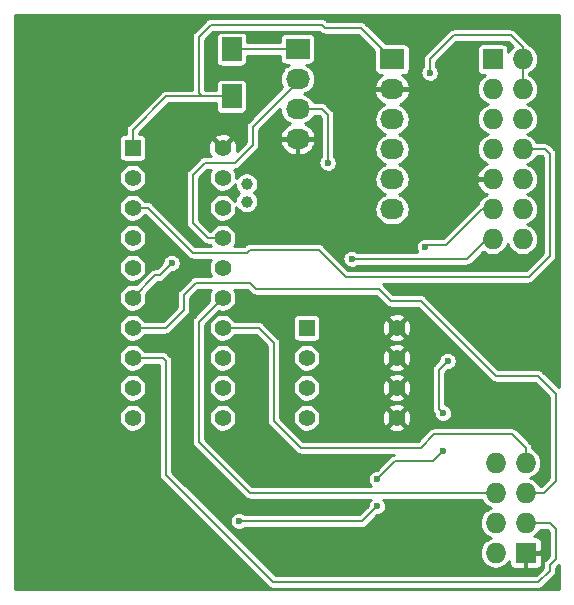
<source format=gbr>
G04 #@! TF.FileFunction,Copper,L2,Bot,Signal*
%FSLAX46Y46*%
G04 Gerber Fmt 4.6, Leading zero omitted, Abs format (unit mm)*
G04 Created by KiCad (PCBNEW (after 2015-mar-04 BZR unknown)-product) date 10/04/2015 18:40:57*
%MOMM*%
G01*
G04 APERTURE LIST*
%ADD10C,0.100000*%
%ADD11R,1.727200X1.727200*%
%ADD12O,1.727200X1.727200*%
%ADD13R,2.032000X1.727200*%
%ADD14O,2.032000X1.727200*%
%ADD15R,1.700000X2.000000*%
%ADD16R,1.397000X1.397000*%
%ADD17C,1.397000*%
%ADD18C,1.000760*%
%ADD19C,0.600000*%
%ADD20C,0.200000*%
%ADD21C,0.254000*%
G04 APERTURE END LIST*
D10*
D11*
X143764000Y-53721000D03*
D12*
X146304000Y-53721000D03*
X143764000Y-56261000D03*
X146304000Y-56261000D03*
X143764000Y-58801000D03*
X146304000Y-58801000D03*
X143764000Y-61341000D03*
X146304000Y-61341000D03*
X143764000Y-63881000D03*
X146304000Y-63881000D03*
X143764000Y-66421000D03*
X146304000Y-66421000D03*
X143764000Y-68961000D03*
X146304000Y-68961000D03*
D13*
X127254000Y-52832000D03*
D14*
X127254000Y-55372000D03*
X127254000Y-57912000D03*
X127254000Y-60452000D03*
D13*
X135255000Y-53721000D03*
D14*
X135255000Y-56261000D03*
X135255000Y-58801000D03*
X135255000Y-61341000D03*
X135255000Y-63881000D03*
X135255000Y-66421000D03*
D15*
X121666000Y-56864000D03*
X121666000Y-52864000D03*
D16*
X113284000Y-61214000D03*
D17*
X113284000Y-63754000D03*
X113284000Y-66294000D03*
X113284000Y-68834000D03*
X113284000Y-71374000D03*
X113284000Y-73914000D03*
X113284000Y-76454000D03*
X113284000Y-78994000D03*
X113284000Y-81534000D03*
X113284000Y-84074000D03*
X120904000Y-84074000D03*
X120904000Y-81534000D03*
X120904000Y-78994000D03*
X120904000Y-76454000D03*
X120904000Y-73914000D03*
X120904000Y-71374000D03*
X120904000Y-68834000D03*
X120904000Y-66294000D03*
X120904000Y-63754000D03*
X120904000Y-61214000D03*
D11*
X146558000Y-95504000D03*
D12*
X144018000Y-95504000D03*
X146558000Y-92964000D03*
X144018000Y-92964000D03*
X146558000Y-90424000D03*
X144018000Y-90424000D03*
X146558000Y-87884000D03*
X144018000Y-87884000D03*
D16*
X128016000Y-76454000D03*
D17*
X128016000Y-78994000D03*
X128016000Y-81534000D03*
X128016000Y-84074000D03*
X135636000Y-84074000D03*
X135636000Y-81534000D03*
X135636000Y-78994000D03*
X135636000Y-76454000D03*
D18*
X122936000Y-64274700D03*
X122936000Y-65773300D03*
D19*
X129794000Y-62484000D03*
X139954000Y-79248000D03*
X139573000Y-83693000D03*
X139573000Y-86868000D03*
X133985000Y-89281000D03*
X133985000Y-91567000D03*
X122301000Y-92837000D03*
X138049000Y-69596000D03*
X116586000Y-70993000D03*
X131826000Y-70612000D03*
X138430000Y-54864000D03*
D20*
X137414000Y-56261000D02*
X135255000Y-56261000D01*
X140970000Y-63881000D02*
X140589000Y-63500000D01*
X143764000Y-63881000D02*
X140970000Y-63881000D01*
X139446000Y-56261000D02*
X140589000Y-57404000D01*
X140589000Y-57404000D02*
X140589000Y-63500000D01*
X137414000Y-56261000D02*
X139446000Y-56261000D01*
X119634000Y-68834000D02*
X120904000Y-68834000D01*
X118364000Y-67564000D02*
X119634000Y-68834000D01*
X118364000Y-63500000D02*
X118364000Y-67564000D01*
X119380000Y-62484000D02*
X118364000Y-63500000D01*
X121920000Y-62484000D02*
X119380000Y-62484000D01*
X123444000Y-60960000D02*
X121920000Y-62484000D01*
X123444000Y-59436000D02*
X123444000Y-60960000D01*
X127254000Y-55626000D02*
X123444000Y-59436000D01*
X127254000Y-55372000D02*
X127254000Y-55626000D01*
X119158000Y-56864000D02*
X118872000Y-56578000D01*
X118872000Y-56578000D02*
X118872000Y-51816000D01*
X118872000Y-51816000D02*
X119888000Y-50800000D01*
X119888000Y-50800000D02*
X124714000Y-50800000D01*
X124714000Y-50800000D02*
X129286000Y-50800000D01*
X129286000Y-50800000D02*
X129540000Y-51054000D01*
X129540000Y-51054000D02*
X132588000Y-51054000D01*
X132588000Y-51054000D02*
X135255000Y-53721000D01*
X121666000Y-56864000D02*
X119158000Y-56864000D01*
X113284000Y-59690000D02*
X116110000Y-56864000D01*
X116110000Y-56864000D02*
X121666000Y-56864000D01*
X113284000Y-61214000D02*
X113284000Y-59690000D01*
X129794000Y-62484000D02*
X129794000Y-58420000D01*
X129794000Y-58420000D02*
X129286000Y-57912000D01*
X129286000Y-57912000D02*
X127254000Y-57912000D01*
X114554000Y-66294000D02*
X118364000Y-70104000D01*
X118364000Y-70104000D02*
X122936000Y-70104000D01*
X122936000Y-70104000D02*
X123190000Y-69850000D01*
X123190000Y-69850000D02*
X129032000Y-69850000D01*
X129032000Y-69850000D02*
X131318000Y-72136000D01*
X131318000Y-72136000D02*
X146812000Y-72136000D01*
X146812000Y-72136000D02*
X148590000Y-70358000D01*
X148590000Y-70358000D02*
X148590000Y-61722000D01*
X148590000Y-61722000D02*
X148209000Y-61341000D01*
X148209000Y-61341000D02*
X146304000Y-61341000D01*
X113284000Y-66294000D02*
X114554000Y-66294000D01*
X139954000Y-79248000D02*
X139192000Y-80010000D01*
X139192000Y-80010000D02*
X139192000Y-83312000D01*
X139192000Y-83312000D02*
X139573000Y-83693000D01*
X139573000Y-86868000D02*
X138684000Y-87757000D01*
X138684000Y-87757000D02*
X135509000Y-87757000D01*
X135509000Y-87757000D02*
X133985000Y-89281000D01*
X133985000Y-91567000D02*
X132715000Y-92837000D01*
X132715000Y-92837000D02*
X122301000Y-92837000D01*
X142875000Y-66421000D02*
X139827000Y-69469000D01*
X139827000Y-69469000D02*
X138176000Y-69469000D01*
X138176000Y-69469000D02*
X138049000Y-69596000D01*
X115189000Y-72009000D02*
X113284000Y-73914000D01*
X143764000Y-66421000D02*
X142875000Y-66421000D01*
X116586000Y-70993000D02*
X115570000Y-72009000D01*
X115570000Y-72009000D02*
X115189000Y-72009000D01*
X141605000Y-70612000D02*
X131826000Y-70612000D01*
X143256000Y-68961000D02*
X141605000Y-70612000D01*
X143764000Y-68961000D02*
X143256000Y-68961000D01*
X148082000Y-90424000D02*
X149098000Y-89408000D01*
X149098000Y-89408000D02*
X149098000Y-82042000D01*
X149098000Y-82042000D02*
X147574000Y-80518000D01*
X147574000Y-80518000D02*
X144018000Y-80518000D01*
X144018000Y-80518000D02*
X137668000Y-74168000D01*
X137668000Y-74168000D02*
X135128000Y-74168000D01*
X135128000Y-74168000D02*
X134112000Y-73152000D01*
X134112000Y-73152000D02*
X123698000Y-73152000D01*
X123698000Y-73152000D02*
X123190000Y-72644000D01*
X123190000Y-72644000D02*
X118618000Y-72644000D01*
X118618000Y-72644000D02*
X117602000Y-73660000D01*
X117602000Y-73660000D02*
X117602000Y-74930000D01*
X117602000Y-74930000D02*
X116078000Y-76454000D01*
X116078000Y-76454000D02*
X113284000Y-76454000D01*
X146558000Y-90424000D02*
X148082000Y-90424000D01*
X148590000Y-92964000D02*
X146558000Y-92964000D01*
X149098000Y-96012000D02*
X149098000Y-93472000D01*
X148590000Y-97028000D02*
X148590000Y-96520000D01*
X149098000Y-93472000D02*
X148590000Y-92964000D01*
X148590000Y-96520000D02*
X149098000Y-96012000D01*
X125151277Y-97973277D02*
X147644723Y-97973277D01*
X147644723Y-97973277D02*
X148590000Y-97028000D01*
X116078000Y-79248000D02*
X116078000Y-88900000D01*
X115824000Y-78994000D02*
X116078000Y-79248000D01*
X116078000Y-88900000D02*
X125151277Y-97973277D01*
X113284000Y-78994000D02*
X115824000Y-78994000D01*
X146558000Y-86614000D02*
X145415000Y-85471000D01*
X145415000Y-85471000D02*
X138811000Y-85471000D01*
X138811000Y-85471000D02*
X137668000Y-86614000D01*
X137668000Y-86614000D02*
X127508000Y-86614000D01*
X127508000Y-86614000D02*
X125222000Y-84328000D01*
X125222000Y-84328000D02*
X125222000Y-77724000D01*
X125222000Y-77724000D02*
X123952000Y-76454000D01*
X123952000Y-76454000D02*
X120904000Y-76454000D01*
X146558000Y-87884000D02*
X146558000Y-86614000D01*
X123190000Y-90424000D02*
X118872000Y-86106000D01*
X118872000Y-86106000D02*
X118872000Y-75946000D01*
X118872000Y-75946000D02*
X120904000Y-73914000D01*
X144018000Y-90424000D02*
X123190000Y-90424000D01*
X146304000Y-53721000D02*
X146304000Y-56261000D01*
X146304000Y-52705000D02*
X145288000Y-51689000D01*
X145288000Y-51689000D02*
X140462000Y-51689000D01*
X140462000Y-51689000D02*
X138430000Y-53721000D01*
X138430000Y-53721000D02*
X138430000Y-54864000D01*
X146304000Y-53721000D02*
X146304000Y-52705000D01*
X127222000Y-52864000D02*
X127254000Y-52832000D01*
X121666000Y-52864000D02*
X127222000Y-52864000D01*
D21*
G36*
X148521000Y-89168998D02*
X147842998Y-89847000D01*
X147768364Y-89847000D01*
X147686253Y-89689937D01*
X147522309Y-89486031D01*
X147321882Y-89317853D01*
X147092606Y-89191807D01*
X146973777Y-89154112D01*
X147075350Y-89123446D01*
X147306364Y-89000614D01*
X147509120Y-88835251D01*
X147675895Y-88633654D01*
X147800337Y-88403503D01*
X147877706Y-88153565D01*
X147905054Y-87893359D01*
X147881341Y-87632797D01*
X147807470Y-87381802D01*
X147686253Y-87149937D01*
X147522309Y-86946031D01*
X147321882Y-86777853D01*
X147135000Y-86675113D01*
X147135000Y-86614000D01*
X147129799Y-86560957D01*
X147125153Y-86507860D01*
X147124307Y-86504949D01*
X147124011Y-86501927D01*
X147108598Y-86450876D01*
X147093736Y-86399720D01*
X147092340Y-86397026D01*
X147091463Y-86394122D01*
X147066435Y-86347050D01*
X147041913Y-86299743D01*
X147040020Y-86297372D01*
X147038596Y-86294693D01*
X147004913Y-86253394D01*
X146971657Y-86211735D01*
X146967488Y-86207507D01*
X146967422Y-86207426D01*
X146967346Y-86207363D01*
X146966001Y-86205999D01*
X145823001Y-85062999D01*
X145781784Y-85029143D01*
X145740986Y-84994910D01*
X145738330Y-84993449D01*
X145735983Y-84991522D01*
X145688955Y-84966306D01*
X145642304Y-84940659D01*
X145639415Y-84939742D01*
X145636738Y-84938307D01*
X145585692Y-84922700D01*
X145534965Y-84906609D01*
X145531954Y-84906271D01*
X145529049Y-84905383D01*
X145476018Y-84899996D01*
X145423056Y-84894056D01*
X145417119Y-84894014D01*
X145417014Y-84894004D01*
X145416915Y-84894013D01*
X145415000Y-84894000D01*
X140731034Y-84894000D01*
X140731034Y-79171811D01*
X140701437Y-79022336D01*
X140643370Y-78881455D01*
X140559046Y-78754537D01*
X140451675Y-78646414D01*
X140325348Y-78561206D01*
X140184877Y-78502157D01*
X140035612Y-78471517D01*
X139883238Y-78470453D01*
X139733559Y-78499006D01*
X139592277Y-78556088D01*
X139464773Y-78639524D01*
X139355903Y-78746137D01*
X139269815Y-78871866D01*
X139209787Y-79011922D01*
X139178106Y-79160970D01*
X139177441Y-79208557D01*
X138783999Y-79601999D01*
X138750143Y-79643215D01*
X138715910Y-79684014D01*
X138714449Y-79686669D01*
X138712522Y-79689017D01*
X138687306Y-79736044D01*
X138661659Y-79782696D01*
X138660742Y-79785584D01*
X138659307Y-79788262D01*
X138643700Y-79839307D01*
X138627609Y-79890035D01*
X138627271Y-79893045D01*
X138626383Y-79895951D01*
X138620996Y-79948981D01*
X138615056Y-80001944D01*
X138615014Y-80007880D01*
X138615004Y-80007986D01*
X138615013Y-80008084D01*
X138615000Y-80010000D01*
X138615000Y-83312000D01*
X138620200Y-83365042D01*
X138624847Y-83418140D01*
X138625692Y-83421050D01*
X138625989Y-83424073D01*
X138641401Y-83475123D01*
X138656264Y-83526280D01*
X138657659Y-83528973D01*
X138658537Y-83531878D01*
X138683564Y-83578949D01*
X138708087Y-83626257D01*
X138709979Y-83628627D01*
X138711404Y-83631307D01*
X138745086Y-83672605D01*
X138778343Y-83714265D01*
X138782511Y-83718492D01*
X138782578Y-83718574D01*
X138782653Y-83718636D01*
X138783999Y-83720001D01*
X138795354Y-83731356D01*
X138794978Y-83758332D01*
X138822485Y-83908207D01*
X138878579Y-84049884D01*
X138961123Y-84177967D01*
X139066974Y-84287579D01*
X139192099Y-84374543D01*
X139331732Y-84435547D01*
X139480555Y-84468268D01*
X139632899Y-84471459D01*
X139782962Y-84444999D01*
X139925027Y-84389895D01*
X140053684Y-84308247D01*
X140164031Y-84203165D01*
X140251867Y-84078650D01*
X140313844Y-83939446D01*
X140347603Y-83790855D01*
X140350034Y-83616811D01*
X140320437Y-83467336D01*
X140262370Y-83326455D01*
X140178046Y-83199537D01*
X140070675Y-83091414D01*
X139944348Y-83006206D01*
X139803877Y-82947157D01*
X139769000Y-82939997D01*
X139769000Y-80249001D01*
X139992001Y-80026000D01*
X140013899Y-80026459D01*
X140163962Y-79999999D01*
X140306027Y-79944895D01*
X140434684Y-79863247D01*
X140545031Y-79758165D01*
X140632867Y-79633650D01*
X140694844Y-79494446D01*
X140728603Y-79345855D01*
X140731034Y-79171811D01*
X140731034Y-84894000D01*
X138811000Y-84894000D01*
X138757957Y-84899200D01*
X138704860Y-84903847D01*
X138701949Y-84904692D01*
X138698927Y-84904989D01*
X138647876Y-84920401D01*
X138596720Y-84935264D01*
X138594026Y-84936659D01*
X138591122Y-84937537D01*
X138544050Y-84962564D01*
X138496743Y-84987087D01*
X138494372Y-84988979D01*
X138491693Y-84990404D01*
X138450394Y-85024086D01*
X138408735Y-85057343D01*
X138404507Y-85061511D01*
X138404426Y-85061578D01*
X138404363Y-85061653D01*
X138402999Y-85062999D01*
X137428998Y-86037000D01*
X136867182Y-86037000D01*
X136867182Y-84049316D01*
X136867182Y-81509316D01*
X136867182Y-78969316D01*
X136867182Y-76429316D01*
X136838709Y-76189599D01*
X136764018Y-75960042D01*
X136673404Y-75790515D01*
X136463495Y-75729743D01*
X136360257Y-75832981D01*
X136360257Y-75626505D01*
X136299485Y-75416596D01*
X136084348Y-75307090D01*
X135851982Y-75241659D01*
X135611316Y-75222818D01*
X135371599Y-75251291D01*
X135142042Y-75325982D01*
X134972515Y-75416596D01*
X134911743Y-75626505D01*
X135636000Y-76350762D01*
X136360257Y-75626505D01*
X136360257Y-75832981D01*
X135739238Y-76454000D01*
X136463495Y-77178257D01*
X136673404Y-77117485D01*
X136782910Y-76902348D01*
X136848341Y-76669982D01*
X136867182Y-76429316D01*
X136867182Y-78969316D01*
X136838709Y-78729599D01*
X136764018Y-78500042D01*
X136673404Y-78330515D01*
X136463495Y-78269743D01*
X136360257Y-78372981D01*
X136360257Y-78166505D01*
X136360257Y-77281495D01*
X135636000Y-76557238D01*
X135532762Y-76660476D01*
X135532762Y-76454000D01*
X134808505Y-75729743D01*
X134598596Y-75790515D01*
X134489090Y-76005652D01*
X134423659Y-76238018D01*
X134404818Y-76478684D01*
X134433291Y-76718401D01*
X134507982Y-76947958D01*
X134598596Y-77117485D01*
X134808505Y-77178257D01*
X135532762Y-76454000D01*
X135532762Y-76660476D01*
X134911743Y-77281495D01*
X134972515Y-77491404D01*
X135187652Y-77600910D01*
X135420018Y-77666341D01*
X135660684Y-77685182D01*
X135900401Y-77656709D01*
X136129958Y-77582018D01*
X136299485Y-77491404D01*
X136360257Y-77281495D01*
X136360257Y-78166505D01*
X136299485Y-77956596D01*
X136084348Y-77847090D01*
X135851982Y-77781659D01*
X135611316Y-77762818D01*
X135371599Y-77791291D01*
X135142042Y-77865982D01*
X134972515Y-77956596D01*
X134911743Y-78166505D01*
X135636000Y-78890762D01*
X136360257Y-78166505D01*
X136360257Y-78372981D01*
X135739238Y-78994000D01*
X136463495Y-79718257D01*
X136673404Y-79657485D01*
X136782910Y-79442348D01*
X136848341Y-79209982D01*
X136867182Y-78969316D01*
X136867182Y-81509316D01*
X136838709Y-81269599D01*
X136764018Y-81040042D01*
X136673404Y-80870515D01*
X136463495Y-80809743D01*
X136360257Y-80912981D01*
X136360257Y-80706505D01*
X136360257Y-79821495D01*
X135636000Y-79097238D01*
X135532762Y-79200476D01*
X135532762Y-78994000D01*
X134808505Y-78269743D01*
X134598596Y-78330515D01*
X134489090Y-78545652D01*
X134423659Y-78778018D01*
X134404818Y-79018684D01*
X134433291Y-79258401D01*
X134507982Y-79487958D01*
X134598596Y-79657485D01*
X134808505Y-79718257D01*
X135532762Y-78994000D01*
X135532762Y-79200476D01*
X134911743Y-79821495D01*
X134972515Y-80031404D01*
X135187652Y-80140910D01*
X135420018Y-80206341D01*
X135660684Y-80225182D01*
X135900401Y-80196709D01*
X136129958Y-80122018D01*
X136299485Y-80031404D01*
X136360257Y-79821495D01*
X136360257Y-80706505D01*
X136299485Y-80496596D01*
X136084348Y-80387090D01*
X135851982Y-80321659D01*
X135611316Y-80302818D01*
X135371599Y-80331291D01*
X135142042Y-80405982D01*
X134972515Y-80496596D01*
X134911743Y-80706505D01*
X135636000Y-81430762D01*
X136360257Y-80706505D01*
X136360257Y-80912981D01*
X135739238Y-81534000D01*
X136463495Y-82258257D01*
X136673404Y-82197485D01*
X136782910Y-81982348D01*
X136848341Y-81749982D01*
X136867182Y-81509316D01*
X136867182Y-84049316D01*
X136838709Y-83809599D01*
X136764018Y-83580042D01*
X136673404Y-83410515D01*
X136463495Y-83349743D01*
X136360257Y-83452981D01*
X136360257Y-83246505D01*
X136360257Y-82361495D01*
X135636000Y-81637238D01*
X135532762Y-81740476D01*
X135532762Y-81534000D01*
X134808505Y-80809743D01*
X134598596Y-80870515D01*
X134489090Y-81085652D01*
X134423659Y-81318018D01*
X134404818Y-81558684D01*
X134433291Y-81798401D01*
X134507982Y-82027958D01*
X134598596Y-82197485D01*
X134808505Y-82258257D01*
X135532762Y-81534000D01*
X135532762Y-81740476D01*
X134911743Y-82361495D01*
X134972515Y-82571404D01*
X135187652Y-82680910D01*
X135420018Y-82746341D01*
X135660684Y-82765182D01*
X135900401Y-82736709D01*
X136129958Y-82662018D01*
X136299485Y-82571404D01*
X136360257Y-82361495D01*
X136360257Y-83246505D01*
X136299485Y-83036596D01*
X136084348Y-82927090D01*
X135851982Y-82861659D01*
X135611316Y-82842818D01*
X135371599Y-82871291D01*
X135142042Y-82945982D01*
X134972515Y-83036596D01*
X134911743Y-83246505D01*
X135636000Y-83970762D01*
X136360257Y-83246505D01*
X136360257Y-83452981D01*
X135739238Y-84074000D01*
X136463495Y-84798257D01*
X136673404Y-84737485D01*
X136782910Y-84522348D01*
X136848341Y-84289982D01*
X136867182Y-84049316D01*
X136867182Y-86037000D01*
X136360257Y-86037000D01*
X136360257Y-84901495D01*
X135636000Y-84177238D01*
X135532762Y-84280476D01*
X135532762Y-84074000D01*
X134808505Y-83349743D01*
X134598596Y-83410515D01*
X134489090Y-83625652D01*
X134423659Y-83858018D01*
X134404818Y-84098684D01*
X134433291Y-84338401D01*
X134507982Y-84567958D01*
X134598596Y-84737485D01*
X134808505Y-84798257D01*
X135532762Y-84074000D01*
X135532762Y-84280476D01*
X134911743Y-84901495D01*
X134972515Y-85111404D01*
X135187652Y-85220910D01*
X135420018Y-85286341D01*
X135660684Y-85305182D01*
X135900401Y-85276709D01*
X136129958Y-85202018D01*
X136299485Y-85111404D01*
X136360257Y-84901495D01*
X136360257Y-86037000D01*
X129193808Y-86037000D01*
X129193808Y-77152500D01*
X129193808Y-75755500D01*
X129187517Y-75678096D01*
X129147351Y-75549645D01*
X129073058Y-75437425D01*
X128970496Y-75350282D01*
X128847751Y-75295087D01*
X128714500Y-75276192D01*
X127317500Y-75276192D01*
X127240096Y-75282483D01*
X127111645Y-75322649D01*
X126999425Y-75396942D01*
X126912282Y-75499504D01*
X126857087Y-75622249D01*
X126838192Y-75755500D01*
X126838192Y-77152500D01*
X126844483Y-77229904D01*
X126884649Y-77358355D01*
X126958942Y-77470575D01*
X127061504Y-77557718D01*
X127184249Y-77612913D01*
X127317500Y-77631808D01*
X128714500Y-77631808D01*
X128791904Y-77625517D01*
X128920355Y-77585351D01*
X129032575Y-77511058D01*
X129119718Y-77408496D01*
X129174913Y-77285751D01*
X129193808Y-77152500D01*
X129193808Y-86037000D01*
X129191551Y-86037000D01*
X129191551Y-83958736D01*
X129191551Y-81418736D01*
X129191551Y-78878736D01*
X129146774Y-78652599D01*
X129058927Y-78439466D01*
X128931355Y-78247455D01*
X128768918Y-78083879D01*
X128577802Y-77954970D01*
X128365287Y-77865637D01*
X128139468Y-77819283D01*
X127908946Y-77817673D01*
X127682502Y-77860870D01*
X127468760Y-77947227D01*
X127275863Y-78073455D01*
X127111157Y-78234747D01*
X126980917Y-78424958D01*
X126890103Y-78636844D01*
X126842173Y-78862334D01*
X126838955Y-79092839D01*
X126880569Y-79319580D01*
X126965432Y-79533919D01*
X127090311Y-79727692D01*
X127250449Y-79893520D01*
X127439746Y-80025085D01*
X127650993Y-80117377D01*
X127876143Y-80166879D01*
X128106620Y-80171707D01*
X128333645Y-80131676D01*
X128548571Y-80048312D01*
X128743212Y-79924789D01*
X128910153Y-79765813D01*
X129043037Y-79577438D01*
X129136801Y-79366841D01*
X129187874Y-79142042D01*
X129191551Y-78878736D01*
X129191551Y-81418736D01*
X129146774Y-81192599D01*
X129058927Y-80979466D01*
X128931355Y-80787455D01*
X128768918Y-80623879D01*
X128577802Y-80494970D01*
X128365287Y-80405637D01*
X128139468Y-80359283D01*
X127908946Y-80357673D01*
X127682502Y-80400870D01*
X127468760Y-80487227D01*
X127275863Y-80613455D01*
X127111157Y-80774747D01*
X126980917Y-80964958D01*
X126890103Y-81176844D01*
X126842173Y-81402334D01*
X126838955Y-81632839D01*
X126880569Y-81859580D01*
X126965432Y-82073919D01*
X127090311Y-82267692D01*
X127250449Y-82433520D01*
X127439746Y-82565085D01*
X127650993Y-82657377D01*
X127876143Y-82706879D01*
X128106620Y-82711707D01*
X128333645Y-82671676D01*
X128548571Y-82588312D01*
X128743212Y-82464789D01*
X128910153Y-82305813D01*
X129043037Y-82117438D01*
X129136801Y-81906841D01*
X129187874Y-81682042D01*
X129191551Y-81418736D01*
X129191551Y-83958736D01*
X129146774Y-83732599D01*
X129058927Y-83519466D01*
X128931355Y-83327455D01*
X128768918Y-83163879D01*
X128577802Y-83034970D01*
X128365287Y-82945637D01*
X128139468Y-82899283D01*
X127908946Y-82897673D01*
X127682502Y-82940870D01*
X127468760Y-83027227D01*
X127275863Y-83153455D01*
X127111157Y-83314747D01*
X126980917Y-83504958D01*
X126890103Y-83716844D01*
X126842173Y-83942334D01*
X126838955Y-84172839D01*
X126880569Y-84399580D01*
X126965432Y-84613919D01*
X127090311Y-84807692D01*
X127250449Y-84973520D01*
X127439746Y-85105085D01*
X127650993Y-85197377D01*
X127876143Y-85246879D01*
X128106620Y-85251707D01*
X128333645Y-85211676D01*
X128548571Y-85128312D01*
X128743212Y-85004789D01*
X128910153Y-84845813D01*
X129043037Y-84657438D01*
X129136801Y-84446841D01*
X129187874Y-84222042D01*
X129191551Y-83958736D01*
X129191551Y-86037000D01*
X127747001Y-86037000D01*
X125799000Y-84088998D01*
X125799000Y-77724000D01*
X125793799Y-77670957D01*
X125789153Y-77617860D01*
X125788307Y-77614949D01*
X125788011Y-77611927D01*
X125772598Y-77560876D01*
X125757736Y-77509720D01*
X125756340Y-77507026D01*
X125755463Y-77504122D01*
X125730435Y-77457050D01*
X125705913Y-77409743D01*
X125704020Y-77407372D01*
X125702596Y-77404693D01*
X125668913Y-77363394D01*
X125635657Y-77321735D01*
X125631492Y-77317511D01*
X125631422Y-77317426D01*
X125631342Y-77317360D01*
X125630000Y-77315999D01*
X124360001Y-76045999D01*
X124318784Y-76012143D01*
X124277986Y-75977910D01*
X124275330Y-75976449D01*
X124272983Y-75974522D01*
X124225955Y-75949306D01*
X124179304Y-75923659D01*
X124176415Y-75922742D01*
X124173738Y-75921307D01*
X124122692Y-75905700D01*
X124071965Y-75889609D01*
X124068954Y-75889271D01*
X124066049Y-75888383D01*
X124013018Y-75882996D01*
X123960056Y-75877056D01*
X123954119Y-75877014D01*
X123954014Y-75877004D01*
X123953915Y-75877013D01*
X123952000Y-75877000D01*
X121932000Y-75877000D01*
X121819355Y-75707455D01*
X121656918Y-75543879D01*
X121465802Y-75414970D01*
X121253287Y-75325637D01*
X121027468Y-75279283D01*
X120796946Y-75277673D01*
X120570502Y-75320870D01*
X120356760Y-75407227D01*
X120163863Y-75533455D01*
X119999157Y-75694747D01*
X119868917Y-75884958D01*
X119778103Y-76096844D01*
X119730173Y-76322334D01*
X119726955Y-76552839D01*
X119768569Y-76779580D01*
X119853432Y-76993919D01*
X119978311Y-77187692D01*
X120138449Y-77353520D01*
X120327746Y-77485085D01*
X120538993Y-77577377D01*
X120764143Y-77626879D01*
X120994620Y-77631707D01*
X121221645Y-77591676D01*
X121436571Y-77508312D01*
X121631212Y-77384789D01*
X121798153Y-77225813D01*
X121931037Y-77037438D01*
X121933903Y-77031000D01*
X123712998Y-77031000D01*
X124645000Y-77963001D01*
X124645000Y-84328000D01*
X124650200Y-84381042D01*
X124654847Y-84434140D01*
X124655692Y-84437050D01*
X124655989Y-84440073D01*
X124671401Y-84491123D01*
X124686264Y-84542280D01*
X124687659Y-84544973D01*
X124688537Y-84547878D01*
X124713564Y-84594949D01*
X124738087Y-84642257D01*
X124739979Y-84644627D01*
X124741404Y-84647307D01*
X124775086Y-84688605D01*
X124808343Y-84730265D01*
X124812511Y-84734492D01*
X124812578Y-84734574D01*
X124812653Y-84734636D01*
X124813999Y-84736001D01*
X127099999Y-87022000D01*
X127141185Y-87055831D01*
X127182014Y-87090090D01*
X127184670Y-87091550D01*
X127187017Y-87093478D01*
X127234009Y-87118674D01*
X127280696Y-87144341D01*
X127283588Y-87145258D01*
X127286262Y-87146692D01*
X127337261Y-87162284D01*
X127388035Y-87178391D01*
X127391045Y-87178728D01*
X127393951Y-87179617D01*
X127446981Y-87185003D01*
X127499944Y-87190944D01*
X127505880Y-87190985D01*
X127505986Y-87190996D01*
X127506084Y-87190986D01*
X127508000Y-87191000D01*
X135396890Y-87191000D01*
X135345876Y-87206401D01*
X135294720Y-87221264D01*
X135292027Y-87222659D01*
X135289122Y-87223537D01*
X135242011Y-87248585D01*
X135194743Y-87273088D01*
X135192376Y-87274977D01*
X135189693Y-87276404D01*
X135148367Y-87310108D01*
X135106735Y-87343343D01*
X135102511Y-87347507D01*
X135102426Y-87347578D01*
X135102360Y-87347657D01*
X135100999Y-87349000D01*
X133946321Y-88503677D01*
X133914238Y-88503453D01*
X133764559Y-88532006D01*
X133623277Y-88589088D01*
X133495773Y-88672524D01*
X133386903Y-88779137D01*
X133300815Y-88904866D01*
X133240787Y-89044922D01*
X133209106Y-89193970D01*
X133206978Y-89346332D01*
X133234485Y-89496207D01*
X133290579Y-89637884D01*
X133373123Y-89765967D01*
X133451375Y-89847000D01*
X123429001Y-89847000D01*
X122079551Y-88497549D01*
X122079551Y-83958736D01*
X122079551Y-81418736D01*
X122079551Y-78878736D01*
X122034774Y-78652599D01*
X121946927Y-78439466D01*
X121819355Y-78247455D01*
X121656918Y-78083879D01*
X121465802Y-77954970D01*
X121253287Y-77865637D01*
X121027468Y-77819283D01*
X120796946Y-77817673D01*
X120570502Y-77860870D01*
X120356760Y-77947227D01*
X120163863Y-78073455D01*
X119999157Y-78234747D01*
X119868917Y-78424958D01*
X119778103Y-78636844D01*
X119730173Y-78862334D01*
X119726955Y-79092839D01*
X119768569Y-79319580D01*
X119853432Y-79533919D01*
X119978311Y-79727692D01*
X120138449Y-79893520D01*
X120327746Y-80025085D01*
X120538993Y-80117377D01*
X120764143Y-80166879D01*
X120994620Y-80171707D01*
X121221645Y-80131676D01*
X121436571Y-80048312D01*
X121631212Y-79924789D01*
X121798153Y-79765813D01*
X121931037Y-79577438D01*
X122024801Y-79366841D01*
X122075874Y-79142042D01*
X122079551Y-78878736D01*
X122079551Y-81418736D01*
X122034774Y-81192599D01*
X121946927Y-80979466D01*
X121819355Y-80787455D01*
X121656918Y-80623879D01*
X121465802Y-80494970D01*
X121253287Y-80405637D01*
X121027468Y-80359283D01*
X120796946Y-80357673D01*
X120570502Y-80400870D01*
X120356760Y-80487227D01*
X120163863Y-80613455D01*
X119999157Y-80774747D01*
X119868917Y-80964958D01*
X119778103Y-81176844D01*
X119730173Y-81402334D01*
X119726955Y-81632839D01*
X119768569Y-81859580D01*
X119853432Y-82073919D01*
X119978311Y-82267692D01*
X120138449Y-82433520D01*
X120327746Y-82565085D01*
X120538993Y-82657377D01*
X120764143Y-82706879D01*
X120994620Y-82711707D01*
X121221645Y-82671676D01*
X121436571Y-82588312D01*
X121631212Y-82464789D01*
X121798153Y-82305813D01*
X121931037Y-82117438D01*
X122024801Y-81906841D01*
X122075874Y-81682042D01*
X122079551Y-81418736D01*
X122079551Y-83958736D01*
X122034774Y-83732599D01*
X121946927Y-83519466D01*
X121819355Y-83327455D01*
X121656918Y-83163879D01*
X121465802Y-83034970D01*
X121253287Y-82945637D01*
X121027468Y-82899283D01*
X120796946Y-82897673D01*
X120570502Y-82940870D01*
X120356760Y-83027227D01*
X120163863Y-83153455D01*
X119999157Y-83314747D01*
X119868917Y-83504958D01*
X119778103Y-83716844D01*
X119730173Y-83942334D01*
X119726955Y-84172839D01*
X119768569Y-84399580D01*
X119853432Y-84613919D01*
X119978311Y-84807692D01*
X120138449Y-84973520D01*
X120327746Y-85105085D01*
X120538993Y-85197377D01*
X120764143Y-85246879D01*
X120994620Y-85251707D01*
X121221645Y-85211676D01*
X121436571Y-85128312D01*
X121631212Y-85004789D01*
X121798153Y-84845813D01*
X121931037Y-84657438D01*
X122024801Y-84446841D01*
X122075874Y-84222042D01*
X122079551Y-83958736D01*
X122079551Y-88497549D01*
X119449000Y-85866998D01*
X119449000Y-76185002D01*
X120586237Y-75047764D01*
X120764143Y-75086879D01*
X120994620Y-75091707D01*
X121221645Y-75051676D01*
X121436571Y-74968312D01*
X121631212Y-74844789D01*
X121798153Y-74685813D01*
X121931037Y-74497438D01*
X122024801Y-74286841D01*
X122075874Y-74062042D01*
X122079551Y-73798736D01*
X122034774Y-73572599D01*
X121946927Y-73359466D01*
X121854930Y-73221000D01*
X122950998Y-73221000D01*
X123289999Y-73560000D01*
X123331158Y-73593808D01*
X123372014Y-73628090D01*
X123374673Y-73629552D01*
X123377017Y-73631477D01*
X123423970Y-73656653D01*
X123470696Y-73682341D01*
X123473588Y-73683258D01*
X123476262Y-73684692D01*
X123527220Y-73700271D01*
X123578035Y-73716391D01*
X123581050Y-73716729D01*
X123583951Y-73717616D01*
X123636932Y-73722997D01*
X123689944Y-73728944D01*
X123695880Y-73728985D01*
X123695986Y-73728996D01*
X123696084Y-73728986D01*
X123698000Y-73729000D01*
X133872998Y-73729000D01*
X134719999Y-74576001D01*
X134761215Y-74609856D01*
X134802014Y-74644090D01*
X134804669Y-74645550D01*
X134807017Y-74647478D01*
X134854044Y-74672693D01*
X134900696Y-74698341D01*
X134903584Y-74699257D01*
X134906262Y-74700693D01*
X134957307Y-74716299D01*
X135008035Y-74732391D01*
X135011045Y-74732728D01*
X135013951Y-74733617D01*
X135066981Y-74739003D01*
X135119944Y-74744944D01*
X135125880Y-74744985D01*
X135125986Y-74744996D01*
X135126084Y-74744986D01*
X135128000Y-74745000D01*
X137428998Y-74745000D01*
X143609999Y-80926001D01*
X143651215Y-80959856D01*
X143692014Y-80994090D01*
X143694669Y-80995550D01*
X143697017Y-80997478D01*
X143744009Y-81022674D01*
X143790696Y-81048341D01*
X143793588Y-81049258D01*
X143796262Y-81050692D01*
X143847261Y-81066284D01*
X143898035Y-81082391D01*
X143901045Y-81082728D01*
X143903951Y-81083617D01*
X143956981Y-81089003D01*
X144009944Y-81094944D01*
X144015880Y-81094985D01*
X144015986Y-81094996D01*
X144016084Y-81094986D01*
X144018000Y-81095000D01*
X147334998Y-81095000D01*
X148521000Y-82281001D01*
X148521000Y-89168998D01*
X148521000Y-89168998D01*
G37*
X148521000Y-89168998D02*
X147842998Y-89847000D01*
X147768364Y-89847000D01*
X147686253Y-89689937D01*
X147522309Y-89486031D01*
X147321882Y-89317853D01*
X147092606Y-89191807D01*
X146973777Y-89154112D01*
X147075350Y-89123446D01*
X147306364Y-89000614D01*
X147509120Y-88835251D01*
X147675895Y-88633654D01*
X147800337Y-88403503D01*
X147877706Y-88153565D01*
X147905054Y-87893359D01*
X147881341Y-87632797D01*
X147807470Y-87381802D01*
X147686253Y-87149937D01*
X147522309Y-86946031D01*
X147321882Y-86777853D01*
X147135000Y-86675113D01*
X147135000Y-86614000D01*
X147129799Y-86560957D01*
X147125153Y-86507860D01*
X147124307Y-86504949D01*
X147124011Y-86501927D01*
X147108598Y-86450876D01*
X147093736Y-86399720D01*
X147092340Y-86397026D01*
X147091463Y-86394122D01*
X147066435Y-86347050D01*
X147041913Y-86299743D01*
X147040020Y-86297372D01*
X147038596Y-86294693D01*
X147004913Y-86253394D01*
X146971657Y-86211735D01*
X146967488Y-86207507D01*
X146967422Y-86207426D01*
X146967346Y-86207363D01*
X146966001Y-86205999D01*
X145823001Y-85062999D01*
X145781784Y-85029143D01*
X145740986Y-84994910D01*
X145738330Y-84993449D01*
X145735983Y-84991522D01*
X145688955Y-84966306D01*
X145642304Y-84940659D01*
X145639415Y-84939742D01*
X145636738Y-84938307D01*
X145585692Y-84922700D01*
X145534965Y-84906609D01*
X145531954Y-84906271D01*
X145529049Y-84905383D01*
X145476018Y-84899996D01*
X145423056Y-84894056D01*
X145417119Y-84894014D01*
X145417014Y-84894004D01*
X145416915Y-84894013D01*
X145415000Y-84894000D01*
X140731034Y-84894000D01*
X140731034Y-79171811D01*
X140701437Y-79022336D01*
X140643370Y-78881455D01*
X140559046Y-78754537D01*
X140451675Y-78646414D01*
X140325348Y-78561206D01*
X140184877Y-78502157D01*
X140035612Y-78471517D01*
X139883238Y-78470453D01*
X139733559Y-78499006D01*
X139592277Y-78556088D01*
X139464773Y-78639524D01*
X139355903Y-78746137D01*
X139269815Y-78871866D01*
X139209787Y-79011922D01*
X139178106Y-79160970D01*
X139177441Y-79208557D01*
X138783999Y-79601999D01*
X138750143Y-79643215D01*
X138715910Y-79684014D01*
X138714449Y-79686669D01*
X138712522Y-79689017D01*
X138687306Y-79736044D01*
X138661659Y-79782696D01*
X138660742Y-79785584D01*
X138659307Y-79788262D01*
X138643700Y-79839307D01*
X138627609Y-79890035D01*
X138627271Y-79893045D01*
X138626383Y-79895951D01*
X138620996Y-79948981D01*
X138615056Y-80001944D01*
X138615014Y-80007880D01*
X138615004Y-80007986D01*
X138615013Y-80008084D01*
X138615000Y-80010000D01*
X138615000Y-83312000D01*
X138620200Y-83365042D01*
X138624847Y-83418140D01*
X138625692Y-83421050D01*
X138625989Y-83424073D01*
X138641401Y-83475123D01*
X138656264Y-83526280D01*
X138657659Y-83528973D01*
X138658537Y-83531878D01*
X138683564Y-83578949D01*
X138708087Y-83626257D01*
X138709979Y-83628627D01*
X138711404Y-83631307D01*
X138745086Y-83672605D01*
X138778343Y-83714265D01*
X138782511Y-83718492D01*
X138782578Y-83718574D01*
X138782653Y-83718636D01*
X138783999Y-83720001D01*
X138795354Y-83731356D01*
X138794978Y-83758332D01*
X138822485Y-83908207D01*
X138878579Y-84049884D01*
X138961123Y-84177967D01*
X139066974Y-84287579D01*
X139192099Y-84374543D01*
X139331732Y-84435547D01*
X139480555Y-84468268D01*
X139632899Y-84471459D01*
X139782962Y-84444999D01*
X139925027Y-84389895D01*
X140053684Y-84308247D01*
X140164031Y-84203165D01*
X140251867Y-84078650D01*
X140313844Y-83939446D01*
X140347603Y-83790855D01*
X140350034Y-83616811D01*
X140320437Y-83467336D01*
X140262370Y-83326455D01*
X140178046Y-83199537D01*
X140070675Y-83091414D01*
X139944348Y-83006206D01*
X139803877Y-82947157D01*
X139769000Y-82939997D01*
X139769000Y-80249001D01*
X139992001Y-80026000D01*
X140013899Y-80026459D01*
X140163962Y-79999999D01*
X140306027Y-79944895D01*
X140434684Y-79863247D01*
X140545031Y-79758165D01*
X140632867Y-79633650D01*
X140694844Y-79494446D01*
X140728603Y-79345855D01*
X140731034Y-79171811D01*
X140731034Y-84894000D01*
X138811000Y-84894000D01*
X138757957Y-84899200D01*
X138704860Y-84903847D01*
X138701949Y-84904692D01*
X138698927Y-84904989D01*
X138647876Y-84920401D01*
X138596720Y-84935264D01*
X138594026Y-84936659D01*
X138591122Y-84937537D01*
X138544050Y-84962564D01*
X138496743Y-84987087D01*
X138494372Y-84988979D01*
X138491693Y-84990404D01*
X138450394Y-85024086D01*
X138408735Y-85057343D01*
X138404507Y-85061511D01*
X138404426Y-85061578D01*
X138404363Y-85061653D01*
X138402999Y-85062999D01*
X137428998Y-86037000D01*
X136867182Y-86037000D01*
X136867182Y-84049316D01*
X136867182Y-81509316D01*
X136867182Y-78969316D01*
X136867182Y-76429316D01*
X136838709Y-76189599D01*
X136764018Y-75960042D01*
X136673404Y-75790515D01*
X136463495Y-75729743D01*
X136360257Y-75832981D01*
X136360257Y-75626505D01*
X136299485Y-75416596D01*
X136084348Y-75307090D01*
X135851982Y-75241659D01*
X135611316Y-75222818D01*
X135371599Y-75251291D01*
X135142042Y-75325982D01*
X134972515Y-75416596D01*
X134911743Y-75626505D01*
X135636000Y-76350762D01*
X136360257Y-75626505D01*
X136360257Y-75832981D01*
X135739238Y-76454000D01*
X136463495Y-77178257D01*
X136673404Y-77117485D01*
X136782910Y-76902348D01*
X136848341Y-76669982D01*
X136867182Y-76429316D01*
X136867182Y-78969316D01*
X136838709Y-78729599D01*
X136764018Y-78500042D01*
X136673404Y-78330515D01*
X136463495Y-78269743D01*
X136360257Y-78372981D01*
X136360257Y-78166505D01*
X136360257Y-77281495D01*
X135636000Y-76557238D01*
X135532762Y-76660476D01*
X135532762Y-76454000D01*
X134808505Y-75729743D01*
X134598596Y-75790515D01*
X134489090Y-76005652D01*
X134423659Y-76238018D01*
X134404818Y-76478684D01*
X134433291Y-76718401D01*
X134507982Y-76947958D01*
X134598596Y-77117485D01*
X134808505Y-77178257D01*
X135532762Y-76454000D01*
X135532762Y-76660476D01*
X134911743Y-77281495D01*
X134972515Y-77491404D01*
X135187652Y-77600910D01*
X135420018Y-77666341D01*
X135660684Y-77685182D01*
X135900401Y-77656709D01*
X136129958Y-77582018D01*
X136299485Y-77491404D01*
X136360257Y-77281495D01*
X136360257Y-78166505D01*
X136299485Y-77956596D01*
X136084348Y-77847090D01*
X135851982Y-77781659D01*
X135611316Y-77762818D01*
X135371599Y-77791291D01*
X135142042Y-77865982D01*
X134972515Y-77956596D01*
X134911743Y-78166505D01*
X135636000Y-78890762D01*
X136360257Y-78166505D01*
X136360257Y-78372981D01*
X135739238Y-78994000D01*
X136463495Y-79718257D01*
X136673404Y-79657485D01*
X136782910Y-79442348D01*
X136848341Y-79209982D01*
X136867182Y-78969316D01*
X136867182Y-81509316D01*
X136838709Y-81269599D01*
X136764018Y-81040042D01*
X136673404Y-80870515D01*
X136463495Y-80809743D01*
X136360257Y-80912981D01*
X136360257Y-80706505D01*
X136360257Y-79821495D01*
X135636000Y-79097238D01*
X135532762Y-79200476D01*
X135532762Y-78994000D01*
X134808505Y-78269743D01*
X134598596Y-78330515D01*
X134489090Y-78545652D01*
X134423659Y-78778018D01*
X134404818Y-79018684D01*
X134433291Y-79258401D01*
X134507982Y-79487958D01*
X134598596Y-79657485D01*
X134808505Y-79718257D01*
X135532762Y-78994000D01*
X135532762Y-79200476D01*
X134911743Y-79821495D01*
X134972515Y-80031404D01*
X135187652Y-80140910D01*
X135420018Y-80206341D01*
X135660684Y-80225182D01*
X135900401Y-80196709D01*
X136129958Y-80122018D01*
X136299485Y-80031404D01*
X136360257Y-79821495D01*
X136360257Y-80706505D01*
X136299485Y-80496596D01*
X136084348Y-80387090D01*
X135851982Y-80321659D01*
X135611316Y-80302818D01*
X135371599Y-80331291D01*
X135142042Y-80405982D01*
X134972515Y-80496596D01*
X134911743Y-80706505D01*
X135636000Y-81430762D01*
X136360257Y-80706505D01*
X136360257Y-80912981D01*
X135739238Y-81534000D01*
X136463495Y-82258257D01*
X136673404Y-82197485D01*
X136782910Y-81982348D01*
X136848341Y-81749982D01*
X136867182Y-81509316D01*
X136867182Y-84049316D01*
X136838709Y-83809599D01*
X136764018Y-83580042D01*
X136673404Y-83410515D01*
X136463495Y-83349743D01*
X136360257Y-83452981D01*
X136360257Y-83246505D01*
X136360257Y-82361495D01*
X135636000Y-81637238D01*
X135532762Y-81740476D01*
X135532762Y-81534000D01*
X134808505Y-80809743D01*
X134598596Y-80870515D01*
X134489090Y-81085652D01*
X134423659Y-81318018D01*
X134404818Y-81558684D01*
X134433291Y-81798401D01*
X134507982Y-82027958D01*
X134598596Y-82197485D01*
X134808505Y-82258257D01*
X135532762Y-81534000D01*
X135532762Y-81740476D01*
X134911743Y-82361495D01*
X134972515Y-82571404D01*
X135187652Y-82680910D01*
X135420018Y-82746341D01*
X135660684Y-82765182D01*
X135900401Y-82736709D01*
X136129958Y-82662018D01*
X136299485Y-82571404D01*
X136360257Y-82361495D01*
X136360257Y-83246505D01*
X136299485Y-83036596D01*
X136084348Y-82927090D01*
X135851982Y-82861659D01*
X135611316Y-82842818D01*
X135371599Y-82871291D01*
X135142042Y-82945982D01*
X134972515Y-83036596D01*
X134911743Y-83246505D01*
X135636000Y-83970762D01*
X136360257Y-83246505D01*
X136360257Y-83452981D01*
X135739238Y-84074000D01*
X136463495Y-84798257D01*
X136673404Y-84737485D01*
X136782910Y-84522348D01*
X136848341Y-84289982D01*
X136867182Y-84049316D01*
X136867182Y-86037000D01*
X136360257Y-86037000D01*
X136360257Y-84901495D01*
X135636000Y-84177238D01*
X135532762Y-84280476D01*
X135532762Y-84074000D01*
X134808505Y-83349743D01*
X134598596Y-83410515D01*
X134489090Y-83625652D01*
X134423659Y-83858018D01*
X134404818Y-84098684D01*
X134433291Y-84338401D01*
X134507982Y-84567958D01*
X134598596Y-84737485D01*
X134808505Y-84798257D01*
X135532762Y-84074000D01*
X135532762Y-84280476D01*
X134911743Y-84901495D01*
X134972515Y-85111404D01*
X135187652Y-85220910D01*
X135420018Y-85286341D01*
X135660684Y-85305182D01*
X135900401Y-85276709D01*
X136129958Y-85202018D01*
X136299485Y-85111404D01*
X136360257Y-84901495D01*
X136360257Y-86037000D01*
X129193808Y-86037000D01*
X129193808Y-77152500D01*
X129193808Y-75755500D01*
X129187517Y-75678096D01*
X129147351Y-75549645D01*
X129073058Y-75437425D01*
X128970496Y-75350282D01*
X128847751Y-75295087D01*
X128714500Y-75276192D01*
X127317500Y-75276192D01*
X127240096Y-75282483D01*
X127111645Y-75322649D01*
X126999425Y-75396942D01*
X126912282Y-75499504D01*
X126857087Y-75622249D01*
X126838192Y-75755500D01*
X126838192Y-77152500D01*
X126844483Y-77229904D01*
X126884649Y-77358355D01*
X126958942Y-77470575D01*
X127061504Y-77557718D01*
X127184249Y-77612913D01*
X127317500Y-77631808D01*
X128714500Y-77631808D01*
X128791904Y-77625517D01*
X128920355Y-77585351D01*
X129032575Y-77511058D01*
X129119718Y-77408496D01*
X129174913Y-77285751D01*
X129193808Y-77152500D01*
X129193808Y-86037000D01*
X129191551Y-86037000D01*
X129191551Y-83958736D01*
X129191551Y-81418736D01*
X129191551Y-78878736D01*
X129146774Y-78652599D01*
X129058927Y-78439466D01*
X128931355Y-78247455D01*
X128768918Y-78083879D01*
X128577802Y-77954970D01*
X128365287Y-77865637D01*
X128139468Y-77819283D01*
X127908946Y-77817673D01*
X127682502Y-77860870D01*
X127468760Y-77947227D01*
X127275863Y-78073455D01*
X127111157Y-78234747D01*
X126980917Y-78424958D01*
X126890103Y-78636844D01*
X126842173Y-78862334D01*
X126838955Y-79092839D01*
X126880569Y-79319580D01*
X126965432Y-79533919D01*
X127090311Y-79727692D01*
X127250449Y-79893520D01*
X127439746Y-80025085D01*
X127650993Y-80117377D01*
X127876143Y-80166879D01*
X128106620Y-80171707D01*
X128333645Y-80131676D01*
X128548571Y-80048312D01*
X128743212Y-79924789D01*
X128910153Y-79765813D01*
X129043037Y-79577438D01*
X129136801Y-79366841D01*
X129187874Y-79142042D01*
X129191551Y-78878736D01*
X129191551Y-81418736D01*
X129146774Y-81192599D01*
X129058927Y-80979466D01*
X128931355Y-80787455D01*
X128768918Y-80623879D01*
X128577802Y-80494970D01*
X128365287Y-80405637D01*
X128139468Y-80359283D01*
X127908946Y-80357673D01*
X127682502Y-80400870D01*
X127468760Y-80487227D01*
X127275863Y-80613455D01*
X127111157Y-80774747D01*
X126980917Y-80964958D01*
X126890103Y-81176844D01*
X126842173Y-81402334D01*
X126838955Y-81632839D01*
X126880569Y-81859580D01*
X126965432Y-82073919D01*
X127090311Y-82267692D01*
X127250449Y-82433520D01*
X127439746Y-82565085D01*
X127650993Y-82657377D01*
X127876143Y-82706879D01*
X128106620Y-82711707D01*
X128333645Y-82671676D01*
X128548571Y-82588312D01*
X128743212Y-82464789D01*
X128910153Y-82305813D01*
X129043037Y-82117438D01*
X129136801Y-81906841D01*
X129187874Y-81682042D01*
X129191551Y-81418736D01*
X129191551Y-83958736D01*
X129146774Y-83732599D01*
X129058927Y-83519466D01*
X128931355Y-83327455D01*
X128768918Y-83163879D01*
X128577802Y-83034970D01*
X128365287Y-82945637D01*
X128139468Y-82899283D01*
X127908946Y-82897673D01*
X127682502Y-82940870D01*
X127468760Y-83027227D01*
X127275863Y-83153455D01*
X127111157Y-83314747D01*
X126980917Y-83504958D01*
X126890103Y-83716844D01*
X126842173Y-83942334D01*
X126838955Y-84172839D01*
X126880569Y-84399580D01*
X126965432Y-84613919D01*
X127090311Y-84807692D01*
X127250449Y-84973520D01*
X127439746Y-85105085D01*
X127650993Y-85197377D01*
X127876143Y-85246879D01*
X128106620Y-85251707D01*
X128333645Y-85211676D01*
X128548571Y-85128312D01*
X128743212Y-85004789D01*
X128910153Y-84845813D01*
X129043037Y-84657438D01*
X129136801Y-84446841D01*
X129187874Y-84222042D01*
X129191551Y-83958736D01*
X129191551Y-86037000D01*
X127747001Y-86037000D01*
X125799000Y-84088998D01*
X125799000Y-77724000D01*
X125793799Y-77670957D01*
X125789153Y-77617860D01*
X125788307Y-77614949D01*
X125788011Y-77611927D01*
X125772598Y-77560876D01*
X125757736Y-77509720D01*
X125756340Y-77507026D01*
X125755463Y-77504122D01*
X125730435Y-77457050D01*
X125705913Y-77409743D01*
X125704020Y-77407372D01*
X125702596Y-77404693D01*
X125668913Y-77363394D01*
X125635657Y-77321735D01*
X125631492Y-77317511D01*
X125631422Y-77317426D01*
X125631342Y-77317360D01*
X125630000Y-77315999D01*
X124360001Y-76045999D01*
X124318784Y-76012143D01*
X124277986Y-75977910D01*
X124275330Y-75976449D01*
X124272983Y-75974522D01*
X124225955Y-75949306D01*
X124179304Y-75923659D01*
X124176415Y-75922742D01*
X124173738Y-75921307D01*
X124122692Y-75905700D01*
X124071965Y-75889609D01*
X124068954Y-75889271D01*
X124066049Y-75888383D01*
X124013018Y-75882996D01*
X123960056Y-75877056D01*
X123954119Y-75877014D01*
X123954014Y-75877004D01*
X123953915Y-75877013D01*
X123952000Y-75877000D01*
X121932000Y-75877000D01*
X121819355Y-75707455D01*
X121656918Y-75543879D01*
X121465802Y-75414970D01*
X121253287Y-75325637D01*
X121027468Y-75279283D01*
X120796946Y-75277673D01*
X120570502Y-75320870D01*
X120356760Y-75407227D01*
X120163863Y-75533455D01*
X119999157Y-75694747D01*
X119868917Y-75884958D01*
X119778103Y-76096844D01*
X119730173Y-76322334D01*
X119726955Y-76552839D01*
X119768569Y-76779580D01*
X119853432Y-76993919D01*
X119978311Y-77187692D01*
X120138449Y-77353520D01*
X120327746Y-77485085D01*
X120538993Y-77577377D01*
X120764143Y-77626879D01*
X120994620Y-77631707D01*
X121221645Y-77591676D01*
X121436571Y-77508312D01*
X121631212Y-77384789D01*
X121798153Y-77225813D01*
X121931037Y-77037438D01*
X121933903Y-77031000D01*
X123712998Y-77031000D01*
X124645000Y-77963001D01*
X124645000Y-84328000D01*
X124650200Y-84381042D01*
X124654847Y-84434140D01*
X124655692Y-84437050D01*
X124655989Y-84440073D01*
X124671401Y-84491123D01*
X124686264Y-84542280D01*
X124687659Y-84544973D01*
X124688537Y-84547878D01*
X124713564Y-84594949D01*
X124738087Y-84642257D01*
X124739979Y-84644627D01*
X124741404Y-84647307D01*
X124775086Y-84688605D01*
X124808343Y-84730265D01*
X124812511Y-84734492D01*
X124812578Y-84734574D01*
X124812653Y-84734636D01*
X124813999Y-84736001D01*
X127099999Y-87022000D01*
X127141185Y-87055831D01*
X127182014Y-87090090D01*
X127184670Y-87091550D01*
X127187017Y-87093478D01*
X127234009Y-87118674D01*
X127280696Y-87144341D01*
X127283588Y-87145258D01*
X127286262Y-87146692D01*
X127337261Y-87162284D01*
X127388035Y-87178391D01*
X127391045Y-87178728D01*
X127393951Y-87179617D01*
X127446981Y-87185003D01*
X127499944Y-87190944D01*
X127505880Y-87190985D01*
X127505986Y-87190996D01*
X127506084Y-87190986D01*
X127508000Y-87191000D01*
X135396890Y-87191000D01*
X135345876Y-87206401D01*
X135294720Y-87221264D01*
X135292027Y-87222659D01*
X135289122Y-87223537D01*
X135242011Y-87248585D01*
X135194743Y-87273088D01*
X135192376Y-87274977D01*
X135189693Y-87276404D01*
X135148367Y-87310108D01*
X135106735Y-87343343D01*
X135102511Y-87347507D01*
X135102426Y-87347578D01*
X135102360Y-87347657D01*
X135100999Y-87349000D01*
X133946321Y-88503677D01*
X133914238Y-88503453D01*
X133764559Y-88532006D01*
X133623277Y-88589088D01*
X133495773Y-88672524D01*
X133386903Y-88779137D01*
X133300815Y-88904866D01*
X133240787Y-89044922D01*
X133209106Y-89193970D01*
X133206978Y-89346332D01*
X133234485Y-89496207D01*
X133290579Y-89637884D01*
X133373123Y-89765967D01*
X133451375Y-89847000D01*
X123429001Y-89847000D01*
X122079551Y-88497549D01*
X122079551Y-83958736D01*
X122079551Y-81418736D01*
X122079551Y-78878736D01*
X122034774Y-78652599D01*
X121946927Y-78439466D01*
X121819355Y-78247455D01*
X121656918Y-78083879D01*
X121465802Y-77954970D01*
X121253287Y-77865637D01*
X121027468Y-77819283D01*
X120796946Y-77817673D01*
X120570502Y-77860870D01*
X120356760Y-77947227D01*
X120163863Y-78073455D01*
X119999157Y-78234747D01*
X119868917Y-78424958D01*
X119778103Y-78636844D01*
X119730173Y-78862334D01*
X119726955Y-79092839D01*
X119768569Y-79319580D01*
X119853432Y-79533919D01*
X119978311Y-79727692D01*
X120138449Y-79893520D01*
X120327746Y-80025085D01*
X120538993Y-80117377D01*
X120764143Y-80166879D01*
X120994620Y-80171707D01*
X121221645Y-80131676D01*
X121436571Y-80048312D01*
X121631212Y-79924789D01*
X121798153Y-79765813D01*
X121931037Y-79577438D01*
X122024801Y-79366841D01*
X122075874Y-79142042D01*
X122079551Y-78878736D01*
X122079551Y-81418736D01*
X122034774Y-81192599D01*
X121946927Y-80979466D01*
X121819355Y-80787455D01*
X121656918Y-80623879D01*
X121465802Y-80494970D01*
X121253287Y-80405637D01*
X121027468Y-80359283D01*
X120796946Y-80357673D01*
X120570502Y-80400870D01*
X120356760Y-80487227D01*
X120163863Y-80613455D01*
X119999157Y-80774747D01*
X119868917Y-80964958D01*
X119778103Y-81176844D01*
X119730173Y-81402334D01*
X119726955Y-81632839D01*
X119768569Y-81859580D01*
X119853432Y-82073919D01*
X119978311Y-82267692D01*
X120138449Y-82433520D01*
X120327746Y-82565085D01*
X120538993Y-82657377D01*
X120764143Y-82706879D01*
X120994620Y-82711707D01*
X121221645Y-82671676D01*
X121436571Y-82588312D01*
X121631212Y-82464789D01*
X121798153Y-82305813D01*
X121931037Y-82117438D01*
X122024801Y-81906841D01*
X122075874Y-81682042D01*
X122079551Y-81418736D01*
X122079551Y-83958736D01*
X122034774Y-83732599D01*
X121946927Y-83519466D01*
X121819355Y-83327455D01*
X121656918Y-83163879D01*
X121465802Y-83034970D01*
X121253287Y-82945637D01*
X121027468Y-82899283D01*
X120796946Y-82897673D01*
X120570502Y-82940870D01*
X120356760Y-83027227D01*
X120163863Y-83153455D01*
X119999157Y-83314747D01*
X119868917Y-83504958D01*
X119778103Y-83716844D01*
X119730173Y-83942334D01*
X119726955Y-84172839D01*
X119768569Y-84399580D01*
X119853432Y-84613919D01*
X119978311Y-84807692D01*
X120138449Y-84973520D01*
X120327746Y-85105085D01*
X120538993Y-85197377D01*
X120764143Y-85246879D01*
X120994620Y-85251707D01*
X121221645Y-85211676D01*
X121436571Y-85128312D01*
X121631212Y-85004789D01*
X121798153Y-84845813D01*
X121931037Y-84657438D01*
X122024801Y-84446841D01*
X122075874Y-84222042D01*
X122079551Y-83958736D01*
X122079551Y-88497549D01*
X119449000Y-85866998D01*
X119449000Y-76185002D01*
X120586237Y-75047764D01*
X120764143Y-75086879D01*
X120994620Y-75091707D01*
X121221645Y-75051676D01*
X121436571Y-74968312D01*
X121631212Y-74844789D01*
X121798153Y-74685813D01*
X121931037Y-74497438D01*
X122024801Y-74286841D01*
X122075874Y-74062042D01*
X122079551Y-73798736D01*
X122034774Y-73572599D01*
X121946927Y-73359466D01*
X121854930Y-73221000D01*
X122950998Y-73221000D01*
X123289999Y-73560000D01*
X123331158Y-73593808D01*
X123372014Y-73628090D01*
X123374673Y-73629552D01*
X123377017Y-73631477D01*
X123423970Y-73656653D01*
X123470696Y-73682341D01*
X123473588Y-73683258D01*
X123476262Y-73684692D01*
X123527220Y-73700271D01*
X123578035Y-73716391D01*
X123581050Y-73716729D01*
X123583951Y-73717616D01*
X123636932Y-73722997D01*
X123689944Y-73728944D01*
X123695880Y-73728985D01*
X123695986Y-73728996D01*
X123696084Y-73728986D01*
X123698000Y-73729000D01*
X133872998Y-73729000D01*
X134719999Y-74576001D01*
X134761215Y-74609856D01*
X134802014Y-74644090D01*
X134804669Y-74645550D01*
X134807017Y-74647478D01*
X134854044Y-74672693D01*
X134900696Y-74698341D01*
X134903584Y-74699257D01*
X134906262Y-74700693D01*
X134957307Y-74716299D01*
X135008035Y-74732391D01*
X135011045Y-74732728D01*
X135013951Y-74733617D01*
X135066981Y-74739003D01*
X135119944Y-74744944D01*
X135125880Y-74744985D01*
X135125986Y-74744996D01*
X135126084Y-74744986D01*
X135128000Y-74745000D01*
X137428998Y-74745000D01*
X143609999Y-80926001D01*
X143651215Y-80959856D01*
X143692014Y-80994090D01*
X143694669Y-80995550D01*
X143697017Y-80997478D01*
X143744009Y-81022674D01*
X143790696Y-81048341D01*
X143793588Y-81049258D01*
X143796262Y-81050692D01*
X143847261Y-81066284D01*
X143898035Y-81082391D01*
X143901045Y-81082728D01*
X143903951Y-81083617D01*
X143956981Y-81089003D01*
X144009944Y-81094944D01*
X144015880Y-81094985D01*
X144015986Y-81094996D01*
X144016084Y-81094986D01*
X144018000Y-81095000D01*
X147334998Y-81095000D01*
X148521000Y-82281001D01*
X148521000Y-89168998D01*
G36*
X149383000Y-98583000D02*
X114459551Y-98583000D01*
X114459551Y-83958736D01*
X114459551Y-81418736D01*
X114414774Y-81192599D01*
X114326927Y-80979466D01*
X114199355Y-80787455D01*
X114036918Y-80623879D01*
X113845802Y-80494970D01*
X113633287Y-80405637D01*
X113407468Y-80359283D01*
X113176946Y-80357673D01*
X112950502Y-80400870D01*
X112736760Y-80487227D01*
X112543863Y-80613455D01*
X112379157Y-80774747D01*
X112248917Y-80964958D01*
X112158103Y-81176844D01*
X112110173Y-81402334D01*
X112106955Y-81632839D01*
X112148569Y-81859580D01*
X112233432Y-82073919D01*
X112358311Y-82267692D01*
X112518449Y-82433520D01*
X112707746Y-82565085D01*
X112918993Y-82657377D01*
X113144143Y-82706879D01*
X113374620Y-82711707D01*
X113601645Y-82671676D01*
X113816571Y-82588312D01*
X114011212Y-82464789D01*
X114178153Y-82305813D01*
X114311037Y-82117438D01*
X114404801Y-81906841D01*
X114455874Y-81682042D01*
X114459551Y-81418736D01*
X114459551Y-83958736D01*
X114414774Y-83732599D01*
X114326927Y-83519466D01*
X114199355Y-83327455D01*
X114036918Y-83163879D01*
X113845802Y-83034970D01*
X113633287Y-82945637D01*
X113407468Y-82899283D01*
X113176946Y-82897673D01*
X112950502Y-82940870D01*
X112736760Y-83027227D01*
X112543863Y-83153455D01*
X112379157Y-83314747D01*
X112248917Y-83504958D01*
X112158103Y-83716844D01*
X112110173Y-83942334D01*
X112106955Y-84172839D01*
X112148569Y-84399580D01*
X112233432Y-84613919D01*
X112358311Y-84807692D01*
X112518449Y-84973520D01*
X112707746Y-85105085D01*
X112918993Y-85197377D01*
X113144143Y-85246879D01*
X113374620Y-85251707D01*
X113601645Y-85211676D01*
X113816571Y-85128312D01*
X114011212Y-85004789D01*
X114178153Y-84845813D01*
X114311037Y-84657438D01*
X114404801Y-84446841D01*
X114455874Y-84222042D01*
X114459551Y-83958736D01*
X114459551Y-98583000D01*
X103347000Y-98583000D01*
X103347000Y-50007000D01*
X149383000Y-50007000D01*
X149383000Y-81510998D01*
X147982001Y-80109999D01*
X147940784Y-80076143D01*
X147899986Y-80041910D01*
X147897330Y-80040449D01*
X147894983Y-80038522D01*
X147847955Y-80013306D01*
X147801304Y-79987659D01*
X147798415Y-79986742D01*
X147795738Y-79985307D01*
X147744692Y-79969700D01*
X147693965Y-79953609D01*
X147690954Y-79953271D01*
X147688049Y-79952383D01*
X147635018Y-79946996D01*
X147582056Y-79941056D01*
X147576119Y-79941014D01*
X147576014Y-79941004D01*
X147575915Y-79941013D01*
X147574000Y-79941000D01*
X144257002Y-79941000D01*
X138076001Y-73759999D01*
X138034784Y-73726143D01*
X137993986Y-73691910D01*
X137991330Y-73690449D01*
X137988983Y-73688522D01*
X137941955Y-73663306D01*
X137895304Y-73637659D01*
X137892415Y-73636742D01*
X137889738Y-73635307D01*
X137838692Y-73619700D01*
X137787965Y-73603609D01*
X137784954Y-73603271D01*
X137782049Y-73602383D01*
X137729018Y-73596996D01*
X137676056Y-73591056D01*
X137670119Y-73591014D01*
X137670014Y-73591004D01*
X137669915Y-73591013D01*
X137668000Y-73591000D01*
X135367002Y-73591000D01*
X134520001Y-72743999D01*
X134482261Y-72713000D01*
X146812000Y-72713000D01*
X146865042Y-72707799D01*
X146918140Y-72703153D01*
X146921050Y-72702307D01*
X146924073Y-72702011D01*
X146975123Y-72686598D01*
X147026280Y-72671736D01*
X147028973Y-72670340D01*
X147031878Y-72669463D01*
X147078949Y-72644435D01*
X147126257Y-72619913D01*
X147128627Y-72618020D01*
X147131307Y-72616596D01*
X147172605Y-72582913D01*
X147214265Y-72549657D01*
X147218492Y-72545488D01*
X147218574Y-72545422D01*
X147218636Y-72545346D01*
X147220001Y-72544001D01*
X148998001Y-70766000D01*
X149031817Y-70724831D01*
X149066090Y-70683986D01*
X149067551Y-70681327D01*
X149069478Y-70678982D01*
X149094682Y-70631976D01*
X149120341Y-70585304D01*
X149121257Y-70582415D01*
X149122693Y-70579738D01*
X149138295Y-70528705D01*
X149154391Y-70477965D01*
X149154728Y-70474952D01*
X149155617Y-70472048D01*
X149161007Y-70418978D01*
X149166944Y-70366056D01*
X149166985Y-70360130D01*
X149166997Y-70360014D01*
X149166986Y-70359905D01*
X149167000Y-70358000D01*
X149167000Y-61722000D01*
X149161794Y-61668912D01*
X149157153Y-61615860D01*
X149156307Y-61612949D01*
X149156011Y-61609927D01*
X149140598Y-61558876D01*
X149125736Y-61507720D01*
X149124340Y-61505026D01*
X149123463Y-61502122D01*
X149098435Y-61455050D01*
X149073913Y-61407743D01*
X149072020Y-61405372D01*
X149070596Y-61402693D01*
X149036913Y-61361394D01*
X149003657Y-61319735D01*
X148999492Y-61315511D01*
X148999422Y-61315426D01*
X148999342Y-61315360D01*
X148998000Y-61313999D01*
X148617001Y-60932999D01*
X148575784Y-60899143D01*
X148534986Y-60864910D01*
X148532330Y-60863449D01*
X148529983Y-60861522D01*
X148482955Y-60836306D01*
X148436304Y-60810659D01*
X148433415Y-60809742D01*
X148430738Y-60808307D01*
X148379692Y-60792700D01*
X148328965Y-60776609D01*
X148325954Y-60776271D01*
X148323049Y-60775383D01*
X148270018Y-60769996D01*
X148217056Y-60764056D01*
X148211119Y-60764014D01*
X148211014Y-60764004D01*
X148210915Y-60764013D01*
X148209000Y-60764000D01*
X147514364Y-60764000D01*
X147432253Y-60606937D01*
X147268309Y-60403031D01*
X147067882Y-60234853D01*
X146838606Y-60108807D01*
X146719777Y-60071112D01*
X146821350Y-60040446D01*
X147052364Y-59917614D01*
X147255120Y-59752251D01*
X147421895Y-59550654D01*
X147546337Y-59320503D01*
X147623706Y-59070565D01*
X147651054Y-58810359D01*
X147627341Y-58549797D01*
X147553470Y-58298802D01*
X147432253Y-58066937D01*
X147268309Y-57863031D01*
X147067882Y-57694853D01*
X146838606Y-57568807D01*
X146719777Y-57531112D01*
X146821350Y-57500446D01*
X147052364Y-57377614D01*
X147255120Y-57212251D01*
X147421895Y-57010654D01*
X147546337Y-56780503D01*
X147623706Y-56530565D01*
X147651054Y-56270359D01*
X147627341Y-56009797D01*
X147553470Y-55758802D01*
X147432253Y-55526937D01*
X147268309Y-55323031D01*
X147067882Y-55154853D01*
X146881000Y-55052113D01*
X146881000Y-54928729D01*
X147052364Y-54837614D01*
X147255120Y-54672251D01*
X147421895Y-54470654D01*
X147546337Y-54240503D01*
X147623706Y-53990565D01*
X147651054Y-53730359D01*
X147627341Y-53469797D01*
X147553470Y-53218802D01*
X147432253Y-52986937D01*
X147268309Y-52783031D01*
X147067882Y-52614853D01*
X146838799Y-52488913D01*
X146838340Y-52488026D01*
X146837463Y-52485122D01*
X146812435Y-52438050D01*
X146787913Y-52390743D01*
X146786020Y-52388372D01*
X146784596Y-52385693D01*
X146750913Y-52344394D01*
X146717657Y-52302735D01*
X146713488Y-52298507D01*
X146713422Y-52298426D01*
X146713346Y-52298363D01*
X146712001Y-52296999D01*
X145696001Y-51280999D01*
X145654784Y-51247143D01*
X145613986Y-51212910D01*
X145611330Y-51211449D01*
X145608983Y-51209522D01*
X145561955Y-51184306D01*
X145515304Y-51158659D01*
X145512415Y-51157742D01*
X145509738Y-51156307D01*
X145458692Y-51140700D01*
X145407965Y-51124609D01*
X145404954Y-51124271D01*
X145402049Y-51123383D01*
X145349018Y-51117996D01*
X145296056Y-51112056D01*
X145290119Y-51112014D01*
X145290014Y-51112004D01*
X145289915Y-51112013D01*
X145288000Y-51112000D01*
X140462000Y-51112000D01*
X140408957Y-51117200D01*
X140355860Y-51121847D01*
X140352949Y-51122692D01*
X140349927Y-51122989D01*
X140298863Y-51138405D01*
X140247721Y-51153264D01*
X140245029Y-51154659D01*
X140242122Y-51155537D01*
X140195032Y-51180574D01*
X140147743Y-51205087D01*
X140145372Y-51206979D01*
X140142693Y-51208404D01*
X140101394Y-51242086D01*
X140059735Y-51275343D01*
X140055507Y-51279511D01*
X140055426Y-51279578D01*
X140055363Y-51279653D01*
X140053999Y-51280999D01*
X138021999Y-53312999D01*
X137988143Y-53354215D01*
X137953910Y-53395014D01*
X137952449Y-53397669D01*
X137950522Y-53400017D01*
X137925306Y-53447044D01*
X137899659Y-53493696D01*
X137898742Y-53496584D01*
X137897307Y-53499262D01*
X137881700Y-53550307D01*
X137865609Y-53601035D01*
X137865271Y-53604045D01*
X137864383Y-53606951D01*
X137858996Y-53659981D01*
X137853056Y-53712944D01*
X137853014Y-53718880D01*
X137853004Y-53718986D01*
X137853013Y-53719084D01*
X137853000Y-53721000D01*
X137853000Y-54341477D01*
X137831903Y-54362137D01*
X137745815Y-54487866D01*
X137685787Y-54627922D01*
X137654106Y-54776970D01*
X137651978Y-54929332D01*
X137679485Y-55079207D01*
X137735579Y-55220884D01*
X137818123Y-55348967D01*
X137923974Y-55458579D01*
X138049099Y-55545543D01*
X138188732Y-55606547D01*
X138337555Y-55639268D01*
X138489899Y-55642459D01*
X138639962Y-55615999D01*
X138782027Y-55560895D01*
X138910684Y-55479247D01*
X139021031Y-55374165D01*
X139108867Y-55249650D01*
X139170844Y-55110446D01*
X139204603Y-54961855D01*
X139207034Y-54787811D01*
X139177437Y-54638336D01*
X139119370Y-54497455D01*
X139035046Y-54370537D01*
X139007000Y-54342294D01*
X139007000Y-53960002D01*
X140701002Y-52266000D01*
X145048998Y-52266000D01*
X145462964Y-52679966D01*
X145352880Y-52769749D01*
X145186105Y-52971346D01*
X145106908Y-53117818D01*
X145106908Y-52857400D01*
X145100617Y-52779996D01*
X145060451Y-52651545D01*
X144986158Y-52539325D01*
X144883596Y-52452182D01*
X144760851Y-52396987D01*
X144627600Y-52378092D01*
X142900400Y-52378092D01*
X142822996Y-52384383D01*
X142694545Y-52424549D01*
X142582325Y-52498842D01*
X142495182Y-52601404D01*
X142439987Y-52724149D01*
X142421092Y-52857400D01*
X142421092Y-54584600D01*
X142427383Y-54662004D01*
X142467549Y-54790455D01*
X142541842Y-54902675D01*
X142644404Y-54989818D01*
X142767149Y-55045013D01*
X142900400Y-55063908D01*
X143166993Y-55063908D01*
X143015636Y-55144386D01*
X142812880Y-55309749D01*
X142646105Y-55511346D01*
X142521663Y-55741497D01*
X142444294Y-55991435D01*
X142416946Y-56251641D01*
X142440659Y-56512203D01*
X142514530Y-56763198D01*
X142635747Y-56995063D01*
X142799691Y-57198969D01*
X143000118Y-57367147D01*
X143229394Y-57493193D01*
X143348222Y-57530887D01*
X143246650Y-57561554D01*
X143015636Y-57684386D01*
X142812880Y-57849749D01*
X142646105Y-58051346D01*
X142521663Y-58281497D01*
X142444294Y-58531435D01*
X142416946Y-58791641D01*
X142440659Y-59052203D01*
X142514530Y-59303198D01*
X142635747Y-59535063D01*
X142799691Y-59738969D01*
X143000118Y-59907147D01*
X143229394Y-60033193D01*
X143348222Y-60070887D01*
X143246650Y-60101554D01*
X143015636Y-60224386D01*
X142812880Y-60389749D01*
X142646105Y-60591346D01*
X142521663Y-60821497D01*
X142444294Y-61071435D01*
X142416946Y-61331641D01*
X142440659Y-61592203D01*
X142514530Y-61843198D01*
X142635747Y-62075063D01*
X142799691Y-62278969D01*
X143000118Y-62447147D01*
X143229394Y-62573193D01*
X143269706Y-62585980D01*
X143214864Y-62603414D01*
X142976171Y-62735094D01*
X142767754Y-62910810D01*
X142597622Y-63123810D01*
X142472313Y-63365908D01*
X142403834Y-63591661D01*
X142507268Y-63808000D01*
X143691000Y-63808000D01*
X143691000Y-63788000D01*
X143837000Y-63788000D01*
X143837000Y-63808000D01*
X143857000Y-63808000D01*
X143857000Y-63954000D01*
X143837000Y-63954000D01*
X143837000Y-63974000D01*
X143691000Y-63974000D01*
X143691000Y-63954000D01*
X142507268Y-63954000D01*
X142403834Y-64170339D01*
X142472313Y-64396092D01*
X142597622Y-64638190D01*
X142767754Y-64851190D01*
X142976171Y-65026906D01*
X143214864Y-65158586D01*
X143267405Y-65175287D01*
X143246650Y-65181554D01*
X143015636Y-65304386D01*
X142812880Y-65469749D01*
X142646105Y-65671346D01*
X142521663Y-65901497D01*
X142494203Y-65990204D01*
X142472735Y-66007342D01*
X142468506Y-66011512D01*
X142468426Y-66011578D01*
X142468364Y-66011652D01*
X142466999Y-66012999D01*
X139587998Y-68892000D01*
X138379416Y-68892000D01*
X138279877Y-68850157D01*
X138130612Y-68819517D01*
X137978238Y-68818453D01*
X137828559Y-68847006D01*
X137687277Y-68904088D01*
X137559773Y-68987524D01*
X137450903Y-69094137D01*
X137364815Y-69219866D01*
X137304787Y-69359922D01*
X137273106Y-69508970D01*
X137270978Y-69661332D01*
X137298485Y-69811207D01*
X137354579Y-69952884D01*
X137407499Y-70035000D01*
X136767566Y-70035000D01*
X136767566Y-56550339D01*
X136767566Y-55971661D01*
X136720083Y-55796283D01*
X136604198Y-55549121D01*
X136442321Y-55329316D01*
X136240673Y-55145315D01*
X136105882Y-55063908D01*
X136271000Y-55063908D01*
X136348404Y-55057617D01*
X136476855Y-55017451D01*
X136589075Y-54943158D01*
X136676218Y-54840596D01*
X136731413Y-54717851D01*
X136750308Y-54584600D01*
X136750308Y-52857400D01*
X136744017Y-52779996D01*
X136703851Y-52651545D01*
X136629558Y-52539325D01*
X136526996Y-52452182D01*
X136404251Y-52396987D01*
X136271000Y-52378092D01*
X134728093Y-52378092D01*
X132996001Y-50645999D01*
X132954784Y-50612143D01*
X132913986Y-50577910D01*
X132911330Y-50576449D01*
X132908983Y-50574522D01*
X132861955Y-50549306D01*
X132815304Y-50523659D01*
X132812415Y-50522742D01*
X132809738Y-50521307D01*
X132758692Y-50505700D01*
X132707965Y-50489609D01*
X132704954Y-50489271D01*
X132702049Y-50488383D01*
X132649018Y-50482996D01*
X132596056Y-50477056D01*
X132590119Y-50477014D01*
X132590014Y-50477004D01*
X132589915Y-50477013D01*
X132588000Y-50477000D01*
X129779001Y-50477000D01*
X129694001Y-50391999D01*
X129652784Y-50358143D01*
X129611986Y-50323910D01*
X129609330Y-50322449D01*
X129606983Y-50320522D01*
X129559955Y-50295306D01*
X129513304Y-50269659D01*
X129510415Y-50268742D01*
X129507738Y-50267307D01*
X129456692Y-50251700D01*
X129405965Y-50235609D01*
X129402954Y-50235271D01*
X129400049Y-50234383D01*
X129347018Y-50228996D01*
X129294056Y-50223056D01*
X129288119Y-50223014D01*
X129288014Y-50223004D01*
X129287915Y-50223013D01*
X129286000Y-50223000D01*
X124714000Y-50223000D01*
X119888000Y-50223000D01*
X119834957Y-50228200D01*
X119781860Y-50232847D01*
X119778949Y-50233692D01*
X119775927Y-50233989D01*
X119724876Y-50249401D01*
X119673720Y-50264264D01*
X119671026Y-50265659D01*
X119668122Y-50266537D01*
X119621050Y-50291564D01*
X119573743Y-50316087D01*
X119571372Y-50317979D01*
X119568693Y-50319404D01*
X119527394Y-50353086D01*
X119485735Y-50386343D01*
X119481507Y-50390511D01*
X119481426Y-50390578D01*
X119481363Y-50390653D01*
X119479999Y-50391999D01*
X118463999Y-51407999D01*
X118430143Y-51449215D01*
X118395910Y-51490014D01*
X118394449Y-51492669D01*
X118392522Y-51495017D01*
X118367306Y-51542044D01*
X118341659Y-51588696D01*
X118340742Y-51591584D01*
X118339307Y-51594262D01*
X118323700Y-51645307D01*
X118307609Y-51696035D01*
X118307271Y-51699045D01*
X118306383Y-51701951D01*
X118300996Y-51754981D01*
X118295056Y-51807944D01*
X118295014Y-51813880D01*
X118295004Y-51813986D01*
X118295013Y-51814084D01*
X118295000Y-51816000D01*
X118295000Y-56287000D01*
X116110000Y-56287000D01*
X116056998Y-56292196D01*
X116003861Y-56296846D01*
X116000945Y-56297693D01*
X115997927Y-56297989D01*
X115946892Y-56313397D01*
X115895721Y-56328264D01*
X115893029Y-56329659D01*
X115890122Y-56330537D01*
X115843012Y-56355585D01*
X115795744Y-56380087D01*
X115793375Y-56381977D01*
X115790693Y-56383404D01*
X115749379Y-56417099D01*
X115707736Y-56450342D01*
X115703511Y-56454508D01*
X115703426Y-56454578D01*
X115703360Y-56454657D01*
X115702000Y-56455999D01*
X112875999Y-59281999D01*
X112842143Y-59323215D01*
X112807910Y-59364014D01*
X112806449Y-59366669D01*
X112804522Y-59369017D01*
X112779306Y-59416044D01*
X112753659Y-59462696D01*
X112752742Y-59465584D01*
X112751307Y-59468262D01*
X112735700Y-59519307D01*
X112719609Y-59570035D01*
X112719271Y-59573045D01*
X112718383Y-59575951D01*
X112712996Y-59628981D01*
X112707056Y-59681944D01*
X112707014Y-59687880D01*
X112707004Y-59687986D01*
X112707013Y-59688084D01*
X112707000Y-59690000D01*
X112707000Y-60036192D01*
X112585500Y-60036192D01*
X112508096Y-60042483D01*
X112379645Y-60082649D01*
X112267425Y-60156942D01*
X112180282Y-60259504D01*
X112125087Y-60382249D01*
X112106192Y-60515500D01*
X112106192Y-61912500D01*
X112112483Y-61989904D01*
X112152649Y-62118355D01*
X112226942Y-62230575D01*
X112329504Y-62317718D01*
X112452249Y-62372913D01*
X112585500Y-62391808D01*
X113982500Y-62391808D01*
X114059904Y-62385517D01*
X114188355Y-62345351D01*
X114300575Y-62271058D01*
X114387718Y-62168496D01*
X114442913Y-62045751D01*
X114461808Y-61912500D01*
X114461808Y-60515500D01*
X114455517Y-60438096D01*
X114415351Y-60309645D01*
X114341058Y-60197425D01*
X114238496Y-60110282D01*
X114115751Y-60055087D01*
X113982500Y-60036192D01*
X113861000Y-60036192D01*
X113861000Y-59929001D01*
X116349001Y-57441000D01*
X119158000Y-57441000D01*
X120336692Y-57441000D01*
X120336692Y-57864000D01*
X120342983Y-57941404D01*
X120383149Y-58069855D01*
X120457442Y-58182075D01*
X120560004Y-58269218D01*
X120682749Y-58324413D01*
X120816000Y-58343308D01*
X122516000Y-58343308D01*
X122593404Y-58337017D01*
X122721855Y-58296851D01*
X122834075Y-58222558D01*
X122921218Y-58119996D01*
X122976413Y-57997251D01*
X122995308Y-57864000D01*
X122995308Y-55864000D01*
X122989017Y-55786596D01*
X122948851Y-55658145D01*
X122874558Y-55545925D01*
X122771996Y-55458782D01*
X122649251Y-55403587D01*
X122516000Y-55384692D01*
X120816000Y-55384692D01*
X120738596Y-55390983D01*
X120610145Y-55431149D01*
X120497925Y-55505442D01*
X120410782Y-55608004D01*
X120355587Y-55730749D01*
X120336692Y-55864000D01*
X120336692Y-56287000D01*
X119449000Y-56287000D01*
X119449000Y-52055002D01*
X120127002Y-51377000D01*
X124714000Y-51377000D01*
X129046998Y-51377000D01*
X129131999Y-51462000D01*
X129173185Y-51495831D01*
X129214014Y-51530090D01*
X129216670Y-51531550D01*
X129219017Y-51533478D01*
X129266009Y-51558674D01*
X129312696Y-51584341D01*
X129315588Y-51585258D01*
X129318262Y-51586692D01*
X129369261Y-51602284D01*
X129420035Y-51618391D01*
X129423045Y-51618728D01*
X129425951Y-51619617D01*
X129478981Y-51625003D01*
X129531944Y-51630944D01*
X129537880Y-51630985D01*
X129537986Y-51630996D01*
X129538084Y-51630986D01*
X129540000Y-51631000D01*
X132348998Y-51631000D01*
X133759692Y-53041693D01*
X133759692Y-54584600D01*
X133765983Y-54662004D01*
X133806149Y-54790455D01*
X133880442Y-54902675D01*
X133983004Y-54989818D01*
X134105749Y-55045013D01*
X134239000Y-55063908D01*
X134404117Y-55063908D01*
X134269327Y-55145315D01*
X134067679Y-55329316D01*
X133905802Y-55549121D01*
X133789917Y-55796283D01*
X133742434Y-55971661D01*
X133845868Y-56188000D01*
X135182000Y-56188000D01*
X135182000Y-56168000D01*
X135328000Y-56168000D01*
X135328000Y-56188000D01*
X136664132Y-56188000D01*
X136767566Y-55971661D01*
X136767566Y-56550339D01*
X136664132Y-56334000D01*
X135328000Y-56334000D01*
X135328000Y-56354000D01*
X135182000Y-56354000D01*
X135182000Y-56334000D01*
X133845868Y-56334000D01*
X133742434Y-56550339D01*
X133789917Y-56725717D01*
X133905802Y-56972879D01*
X134067679Y-57192684D01*
X134269327Y-57376685D01*
X134502997Y-57517811D01*
X134606015Y-57555062D01*
X134584513Y-57561554D01*
X134353499Y-57684386D01*
X134150743Y-57849749D01*
X133983968Y-58051346D01*
X133859526Y-58281497D01*
X133782157Y-58531435D01*
X133754809Y-58791641D01*
X133778522Y-59052203D01*
X133852393Y-59303198D01*
X133973610Y-59535063D01*
X134137554Y-59738969D01*
X134337981Y-59907147D01*
X134567257Y-60033193D01*
X134686085Y-60070887D01*
X134584513Y-60101554D01*
X134353499Y-60224386D01*
X134150743Y-60389749D01*
X133983968Y-60591346D01*
X133859526Y-60821497D01*
X133782157Y-61071435D01*
X133754809Y-61331641D01*
X133778522Y-61592203D01*
X133852393Y-61843198D01*
X133973610Y-62075063D01*
X134137554Y-62278969D01*
X134337981Y-62447147D01*
X134567257Y-62573193D01*
X134686085Y-62610887D01*
X134584513Y-62641554D01*
X134353499Y-62764386D01*
X134150743Y-62929749D01*
X133983968Y-63131346D01*
X133859526Y-63361497D01*
X133782157Y-63611435D01*
X133754809Y-63871641D01*
X133778522Y-64132203D01*
X133852393Y-64383198D01*
X133973610Y-64615063D01*
X134137554Y-64818969D01*
X134337981Y-64987147D01*
X134567257Y-65113193D01*
X134686085Y-65150887D01*
X134584513Y-65181554D01*
X134353499Y-65304386D01*
X134150743Y-65469749D01*
X133983968Y-65671346D01*
X133859526Y-65901497D01*
X133782157Y-66151435D01*
X133754809Y-66411641D01*
X133778522Y-66672203D01*
X133852393Y-66923198D01*
X133973610Y-67155063D01*
X134137554Y-67358969D01*
X134337981Y-67527147D01*
X134567257Y-67653193D01*
X134816650Y-67732305D01*
X135076658Y-67761469D01*
X135095376Y-67761600D01*
X135414624Y-67761600D01*
X135675015Y-67736068D01*
X135925487Y-67660446D01*
X136156501Y-67537614D01*
X136359257Y-67372251D01*
X136526032Y-67170654D01*
X136650474Y-66940503D01*
X136727843Y-66690565D01*
X136755191Y-66430359D01*
X136731478Y-66169797D01*
X136657607Y-65918802D01*
X136536390Y-65686937D01*
X136372446Y-65483031D01*
X136172019Y-65314853D01*
X135942743Y-65188807D01*
X135823914Y-65151112D01*
X135925487Y-65120446D01*
X136156501Y-64997614D01*
X136359257Y-64832251D01*
X136526032Y-64630654D01*
X136650474Y-64400503D01*
X136727843Y-64150565D01*
X136755191Y-63890359D01*
X136731478Y-63629797D01*
X136657607Y-63378802D01*
X136536390Y-63146937D01*
X136372446Y-62943031D01*
X136172019Y-62774853D01*
X135942743Y-62648807D01*
X135823914Y-62611112D01*
X135925487Y-62580446D01*
X136156501Y-62457614D01*
X136359257Y-62292251D01*
X136526032Y-62090654D01*
X136650474Y-61860503D01*
X136727843Y-61610565D01*
X136755191Y-61350359D01*
X136731478Y-61089797D01*
X136657607Y-60838802D01*
X136536390Y-60606937D01*
X136372446Y-60403031D01*
X136172019Y-60234853D01*
X135942743Y-60108807D01*
X135823914Y-60071112D01*
X135925487Y-60040446D01*
X136156501Y-59917614D01*
X136359257Y-59752251D01*
X136526032Y-59550654D01*
X136650474Y-59320503D01*
X136727843Y-59070565D01*
X136755191Y-58810359D01*
X136731478Y-58549797D01*
X136657607Y-58298802D01*
X136536390Y-58066937D01*
X136372446Y-57863031D01*
X136172019Y-57694853D01*
X135942743Y-57568807D01*
X135901848Y-57555834D01*
X136007003Y-57517811D01*
X136240673Y-57376685D01*
X136442321Y-57192684D01*
X136604198Y-56972879D01*
X136720083Y-56725717D01*
X136767566Y-56550339D01*
X136767566Y-70035000D01*
X132348090Y-70035000D01*
X132323675Y-70010414D01*
X132197348Y-69925206D01*
X132056877Y-69866157D01*
X131907612Y-69835517D01*
X131755238Y-69834453D01*
X131605559Y-69863006D01*
X131464277Y-69920088D01*
X131336773Y-70003524D01*
X131227903Y-70110137D01*
X131141815Y-70235866D01*
X131081787Y-70375922D01*
X131050106Y-70524970D01*
X131047978Y-70677332D01*
X131075485Y-70827207D01*
X131131579Y-70968884D01*
X131214123Y-71096967D01*
X131319974Y-71206579D01*
X131445099Y-71293543D01*
X131584732Y-71354547D01*
X131733555Y-71387268D01*
X131885899Y-71390459D01*
X132035962Y-71363999D01*
X132178027Y-71308895D01*
X132306684Y-71227247D01*
X132346847Y-71189000D01*
X141605000Y-71189000D01*
X141658042Y-71183799D01*
X141711140Y-71179153D01*
X141714050Y-71178307D01*
X141717073Y-71178011D01*
X141768123Y-71162598D01*
X141819280Y-71147736D01*
X141821973Y-71146340D01*
X141824878Y-71145463D01*
X141871949Y-71120435D01*
X141919257Y-71095913D01*
X141921627Y-71094020D01*
X141924307Y-71092596D01*
X141965605Y-71058913D01*
X142007265Y-71025657D01*
X142011492Y-71021488D01*
X142011574Y-71021422D01*
X142011636Y-71021346D01*
X142013001Y-71020001D01*
X142981487Y-70051514D01*
X143000118Y-70067147D01*
X143229394Y-70193193D01*
X143478787Y-70272305D01*
X143738795Y-70301469D01*
X143757513Y-70301600D01*
X143770487Y-70301600D01*
X144030878Y-70276068D01*
X144281350Y-70200446D01*
X144512364Y-70077614D01*
X144715120Y-69912251D01*
X144881895Y-69710654D01*
X145006337Y-69480503D01*
X145033652Y-69392261D01*
X145054530Y-69463198D01*
X145175747Y-69695063D01*
X145339691Y-69898969D01*
X145540118Y-70067147D01*
X145769394Y-70193193D01*
X146018787Y-70272305D01*
X146278795Y-70301469D01*
X146297513Y-70301600D01*
X146310487Y-70301600D01*
X146570878Y-70276068D01*
X146821350Y-70200446D01*
X147052364Y-70077614D01*
X147255120Y-69912251D01*
X147421895Y-69710654D01*
X147546337Y-69480503D01*
X147623706Y-69230565D01*
X147651054Y-68970359D01*
X147627341Y-68709797D01*
X147553470Y-68458802D01*
X147432253Y-68226937D01*
X147268309Y-68023031D01*
X147067882Y-67854853D01*
X146838606Y-67728807D01*
X146719777Y-67691112D01*
X146821350Y-67660446D01*
X147052364Y-67537614D01*
X147255120Y-67372251D01*
X147421895Y-67170654D01*
X147546337Y-66940503D01*
X147623706Y-66690565D01*
X147651054Y-66430359D01*
X147627341Y-66169797D01*
X147553470Y-65918802D01*
X147432253Y-65686937D01*
X147268309Y-65483031D01*
X147067882Y-65314853D01*
X146838606Y-65188807D01*
X146719777Y-65151112D01*
X146821350Y-65120446D01*
X147052364Y-64997614D01*
X147255120Y-64832251D01*
X147421895Y-64630654D01*
X147546337Y-64400503D01*
X147623706Y-64150565D01*
X147651054Y-63890359D01*
X147627341Y-63629797D01*
X147553470Y-63378802D01*
X147432253Y-63146937D01*
X147268309Y-62943031D01*
X147067882Y-62774853D01*
X146838606Y-62648807D01*
X146719777Y-62611112D01*
X146821350Y-62580446D01*
X147052364Y-62457614D01*
X147255120Y-62292251D01*
X147421895Y-62090654D01*
X147515248Y-61918000D01*
X147969998Y-61918000D01*
X148013000Y-61961001D01*
X148013000Y-70118998D01*
X146572998Y-71559000D01*
X131557001Y-71559000D01*
X129440001Y-69441999D01*
X129398784Y-69408143D01*
X129357986Y-69373910D01*
X129355330Y-69372449D01*
X129352983Y-69370522D01*
X129305955Y-69345306D01*
X129259304Y-69319659D01*
X129256415Y-69318742D01*
X129253738Y-69317307D01*
X129202692Y-69301700D01*
X129151965Y-69285609D01*
X129148954Y-69285271D01*
X129146049Y-69284383D01*
X129093018Y-69278996D01*
X129040056Y-69273056D01*
X129034119Y-69273014D01*
X129034014Y-69273004D01*
X129033915Y-69273013D01*
X129032000Y-69273000D01*
X128766566Y-69273000D01*
X128766566Y-60741339D01*
X128663132Y-60525000D01*
X127327000Y-60525000D01*
X127327000Y-61842600D01*
X127479400Y-61842600D01*
X127749290Y-61801638D01*
X128006003Y-61708811D01*
X128239673Y-61567685D01*
X128441321Y-61383684D01*
X128603198Y-61163879D01*
X128719083Y-60916717D01*
X128766566Y-60741339D01*
X128766566Y-69273000D01*
X127181000Y-69273000D01*
X127181000Y-61842600D01*
X127181000Y-60525000D01*
X125844868Y-60525000D01*
X125741434Y-60741339D01*
X125788917Y-60916717D01*
X125904802Y-61163879D01*
X126066679Y-61383684D01*
X126268327Y-61567685D01*
X126501997Y-61708811D01*
X126758710Y-61801638D01*
X127028600Y-61842600D01*
X127181000Y-61842600D01*
X127181000Y-69273000D01*
X123190000Y-69273000D01*
X123136957Y-69278200D01*
X123083860Y-69282847D01*
X123080949Y-69283692D01*
X123077927Y-69283989D01*
X123026876Y-69299401D01*
X122975720Y-69314264D01*
X122973026Y-69315659D01*
X122970122Y-69316537D01*
X122923050Y-69341564D01*
X122875743Y-69366087D01*
X122873372Y-69367979D01*
X122870693Y-69369404D01*
X122829394Y-69403086D01*
X122787735Y-69436343D01*
X122783511Y-69440507D01*
X122783426Y-69440578D01*
X122783360Y-69440657D01*
X122781999Y-69442000D01*
X122696998Y-69527000D01*
X121853749Y-69527000D01*
X121931037Y-69417438D01*
X122024801Y-69206841D01*
X122075874Y-68982042D01*
X122079551Y-68718736D01*
X122034774Y-68492599D01*
X121946927Y-68279466D01*
X121819355Y-68087455D01*
X121656918Y-67923879D01*
X121465802Y-67794970D01*
X121253287Y-67705637D01*
X121027468Y-67659283D01*
X120796946Y-67657673D01*
X120570502Y-67700870D01*
X120356760Y-67787227D01*
X120163863Y-67913455D01*
X119999157Y-68074747D01*
X119874365Y-68257000D01*
X119873001Y-68257000D01*
X118941000Y-67324998D01*
X118941000Y-63739002D01*
X119619002Y-63061000D01*
X119953792Y-63061000D01*
X119868917Y-63184958D01*
X119778103Y-63396844D01*
X119730173Y-63622334D01*
X119726955Y-63852839D01*
X119768569Y-64079580D01*
X119853432Y-64293919D01*
X119978311Y-64487692D01*
X120138449Y-64653520D01*
X120327746Y-64785085D01*
X120538993Y-64877377D01*
X120764143Y-64926879D01*
X120994620Y-64931707D01*
X121221645Y-64891676D01*
X121436571Y-64808312D01*
X121631212Y-64684789D01*
X121798153Y-64525813D01*
X121931037Y-64337438D01*
X121958467Y-64275829D01*
X121957335Y-64356881D01*
X121991936Y-64545406D01*
X122062496Y-64723620D01*
X122166328Y-64884735D01*
X122299476Y-65022614D01*
X122303050Y-65025098D01*
X122183661Y-65142013D01*
X122075371Y-65300165D01*
X121999863Y-65476340D01*
X121960012Y-65663825D01*
X121958561Y-65767692D01*
X121946927Y-65739466D01*
X121819355Y-65547455D01*
X121656918Y-65383879D01*
X121465802Y-65254970D01*
X121253287Y-65165637D01*
X121027468Y-65119283D01*
X120796946Y-65117673D01*
X120570502Y-65160870D01*
X120356760Y-65247227D01*
X120163863Y-65373455D01*
X119999157Y-65534747D01*
X119868917Y-65724958D01*
X119778103Y-65936844D01*
X119730173Y-66162334D01*
X119726955Y-66392839D01*
X119768569Y-66619580D01*
X119853432Y-66833919D01*
X119978311Y-67027692D01*
X120138449Y-67193520D01*
X120327746Y-67325085D01*
X120538993Y-67417377D01*
X120764143Y-67466879D01*
X120994620Y-67471707D01*
X121221645Y-67431676D01*
X121436571Y-67348312D01*
X121631212Y-67224789D01*
X121798153Y-67065813D01*
X121931037Y-66877438D01*
X122024801Y-66666841D01*
X122075874Y-66442042D01*
X122078594Y-66247200D01*
X122166328Y-66383335D01*
X122299476Y-66521214D01*
X122456869Y-66630605D01*
X122632512Y-66707341D01*
X122819714Y-66748500D01*
X123011346Y-66752514D01*
X123200109Y-66719231D01*
X123378811Y-66649917D01*
X123540647Y-66547212D01*
X123679452Y-66415030D01*
X123789939Y-66258405D01*
X123867900Y-66083302D01*
X123910365Y-65896391D01*
X123913422Y-65677463D01*
X123876192Y-65489439D01*
X123803151Y-65312228D01*
X123697080Y-65152578D01*
X123567984Y-65022578D01*
X123679452Y-64916430D01*
X123789939Y-64759805D01*
X123867900Y-64584702D01*
X123910365Y-64397791D01*
X123913422Y-64178863D01*
X123876192Y-63990839D01*
X123803151Y-63813628D01*
X123697080Y-63653978D01*
X123562020Y-63517972D01*
X123403115Y-63410789D01*
X123226418Y-63336513D01*
X123038658Y-63297971D01*
X122846989Y-63296633D01*
X122658710Y-63332549D01*
X122480993Y-63404351D01*
X122320607Y-63509305D01*
X122183661Y-63643413D01*
X122077316Y-63798723D01*
X122079551Y-63638736D01*
X122034774Y-63412599D01*
X121946927Y-63199466D01*
X121854930Y-63061000D01*
X121920000Y-63061000D01*
X121973042Y-63055799D01*
X122026140Y-63051153D01*
X122029050Y-63050307D01*
X122032073Y-63050011D01*
X122083123Y-63034598D01*
X122134280Y-63019736D01*
X122136973Y-63018340D01*
X122139878Y-63017463D01*
X122186949Y-62992435D01*
X122234257Y-62967913D01*
X122236627Y-62966020D01*
X122239307Y-62964596D01*
X122280605Y-62930913D01*
X122322265Y-62897657D01*
X122326492Y-62893488D01*
X122326574Y-62893422D01*
X122326636Y-62893346D01*
X122328001Y-62892001D01*
X123852000Y-61368001D01*
X123885808Y-61326841D01*
X123920090Y-61285986D01*
X123921552Y-61283326D01*
X123923477Y-61280983D01*
X123948653Y-61234029D01*
X123974341Y-61187304D01*
X123975258Y-61184411D01*
X123976692Y-61181738D01*
X123992284Y-61130738D01*
X124008391Y-61079965D01*
X124008728Y-61076954D01*
X124009617Y-61074049D01*
X124015003Y-61021018D01*
X124020944Y-60968056D01*
X124020985Y-60962119D01*
X124020996Y-60962014D01*
X124020986Y-60961915D01*
X124021000Y-60960000D01*
X124021000Y-59675001D01*
X125757108Y-57938893D01*
X125777522Y-58163203D01*
X125851393Y-58414198D01*
X125972610Y-58646063D01*
X126136554Y-58849969D01*
X126336981Y-59018147D01*
X126566257Y-59144193D01*
X126607151Y-59157165D01*
X126501997Y-59195189D01*
X126268327Y-59336315D01*
X126066679Y-59520316D01*
X125904802Y-59740121D01*
X125788917Y-59987283D01*
X125741434Y-60162661D01*
X125844868Y-60379000D01*
X127181000Y-60379000D01*
X127181000Y-60359000D01*
X127327000Y-60359000D01*
X127327000Y-60379000D01*
X128663132Y-60379000D01*
X128766566Y-60162661D01*
X128719083Y-59987283D01*
X128603198Y-59740121D01*
X128441321Y-59520316D01*
X128239673Y-59336315D01*
X128006003Y-59195189D01*
X127902984Y-59157937D01*
X127924487Y-59151446D01*
X128155501Y-59028614D01*
X128358257Y-58863251D01*
X128525032Y-58661654D01*
X128618385Y-58489000D01*
X129046998Y-58489000D01*
X129217000Y-58659001D01*
X129217000Y-61961477D01*
X129195903Y-61982137D01*
X129109815Y-62107866D01*
X129049787Y-62247922D01*
X129018106Y-62396970D01*
X129015978Y-62549332D01*
X129043485Y-62699207D01*
X129099579Y-62840884D01*
X129182123Y-62968967D01*
X129287974Y-63078579D01*
X129413099Y-63165543D01*
X129552732Y-63226547D01*
X129701555Y-63259268D01*
X129853899Y-63262459D01*
X130003962Y-63235999D01*
X130146027Y-63180895D01*
X130274684Y-63099247D01*
X130385031Y-62994165D01*
X130472867Y-62869650D01*
X130534844Y-62730446D01*
X130568603Y-62581855D01*
X130571034Y-62407811D01*
X130541437Y-62258336D01*
X130483370Y-62117455D01*
X130399046Y-61990537D01*
X130371000Y-61962294D01*
X130371000Y-58420000D01*
X130365794Y-58366912D01*
X130361153Y-58313860D01*
X130360307Y-58310949D01*
X130360011Y-58307927D01*
X130344598Y-58256876D01*
X130329736Y-58205720D01*
X130328340Y-58203027D01*
X130327463Y-58200122D01*
X130302414Y-58153011D01*
X130277912Y-58105743D01*
X130276022Y-58103376D01*
X130274596Y-58100693D01*
X130240891Y-58059367D01*
X130207657Y-58017735D01*
X130203492Y-58013511D01*
X130203422Y-58013426D01*
X130203342Y-58013360D01*
X130202000Y-58011999D01*
X129694001Y-57503999D01*
X129652784Y-57470143D01*
X129611986Y-57435910D01*
X129609330Y-57434449D01*
X129606983Y-57432522D01*
X129559955Y-57407306D01*
X129513304Y-57381659D01*
X129510415Y-57380742D01*
X129507738Y-57379307D01*
X129456692Y-57363700D01*
X129405965Y-57347609D01*
X129402954Y-57347271D01*
X129400049Y-57346383D01*
X129347018Y-57340996D01*
X129294056Y-57335056D01*
X129288119Y-57335014D01*
X129288014Y-57335004D01*
X129287915Y-57335013D01*
X129286000Y-57335000D01*
X128617501Y-57335000D01*
X128535390Y-57177937D01*
X128371446Y-56974031D01*
X128171019Y-56805853D01*
X127941743Y-56679807D01*
X127822914Y-56642112D01*
X127924487Y-56611446D01*
X128155501Y-56488614D01*
X128358257Y-56323251D01*
X128525032Y-56121654D01*
X128649474Y-55891503D01*
X128726843Y-55641565D01*
X128754191Y-55381359D01*
X128730478Y-55120797D01*
X128656607Y-54869802D01*
X128535390Y-54637937D01*
X128371446Y-54434031D01*
X128171019Y-54265853D01*
X128005591Y-54174908D01*
X128270000Y-54174908D01*
X128347404Y-54168617D01*
X128475855Y-54128451D01*
X128588075Y-54054158D01*
X128675218Y-53951596D01*
X128730413Y-53828851D01*
X128749308Y-53695600D01*
X128749308Y-51968400D01*
X128743017Y-51890996D01*
X128702851Y-51762545D01*
X128628558Y-51650325D01*
X128525996Y-51563182D01*
X128403251Y-51507987D01*
X128270000Y-51489092D01*
X126238000Y-51489092D01*
X126160596Y-51495383D01*
X126032145Y-51535549D01*
X125919925Y-51609842D01*
X125832782Y-51712404D01*
X125777587Y-51835149D01*
X125758692Y-51968400D01*
X125758692Y-52287000D01*
X122995308Y-52287000D01*
X122995308Y-51864000D01*
X122989017Y-51786596D01*
X122948851Y-51658145D01*
X122874558Y-51545925D01*
X122771996Y-51458782D01*
X122649251Y-51403587D01*
X122516000Y-51384692D01*
X120816000Y-51384692D01*
X120738596Y-51390983D01*
X120610145Y-51431149D01*
X120497925Y-51505442D01*
X120410782Y-51608004D01*
X120355587Y-51730749D01*
X120336692Y-51864000D01*
X120336692Y-53864000D01*
X120342983Y-53941404D01*
X120383149Y-54069855D01*
X120457442Y-54182075D01*
X120560004Y-54269218D01*
X120682749Y-54324413D01*
X120816000Y-54343308D01*
X122516000Y-54343308D01*
X122593404Y-54337017D01*
X122721855Y-54296851D01*
X122834075Y-54222558D01*
X122921218Y-54119996D01*
X122976413Y-53997251D01*
X122995308Y-53864000D01*
X122995308Y-53441000D01*
X125758692Y-53441000D01*
X125758692Y-53695600D01*
X125764983Y-53773004D01*
X125805149Y-53901455D01*
X125879442Y-54013675D01*
X125982004Y-54100818D01*
X126104749Y-54156013D01*
X126238000Y-54174908D01*
X126503856Y-54174908D01*
X126352499Y-54255386D01*
X126149743Y-54420749D01*
X125982968Y-54622346D01*
X125858526Y-54852497D01*
X125781157Y-55102435D01*
X125753809Y-55362641D01*
X125777522Y-55623203D01*
X125851393Y-55874198D01*
X125967572Y-56096426D01*
X123035999Y-59027999D01*
X123002143Y-59069215D01*
X122967910Y-59110014D01*
X122966449Y-59112669D01*
X122964522Y-59115017D01*
X122939306Y-59162044D01*
X122913659Y-59208696D01*
X122912742Y-59211584D01*
X122911307Y-59214262D01*
X122895700Y-59265307D01*
X122879609Y-59316035D01*
X122879271Y-59319045D01*
X122878383Y-59321951D01*
X122872996Y-59374981D01*
X122867056Y-59427944D01*
X122867014Y-59433880D01*
X122867004Y-59433986D01*
X122867013Y-59434084D01*
X122867000Y-59436000D01*
X122867000Y-60720998D01*
X122100006Y-61487992D01*
X122116341Y-61429982D01*
X122135182Y-61189316D01*
X122106709Y-60949599D01*
X122032018Y-60720042D01*
X121941404Y-60550515D01*
X121731495Y-60489743D01*
X121628257Y-60592981D01*
X121628257Y-60386505D01*
X121567485Y-60176596D01*
X121352348Y-60067090D01*
X121119982Y-60001659D01*
X120879316Y-59982818D01*
X120639599Y-60011291D01*
X120410042Y-60085982D01*
X120240515Y-60176596D01*
X120179743Y-60386505D01*
X120904000Y-61110762D01*
X121628257Y-60386505D01*
X121628257Y-60592981D01*
X121007238Y-61214000D01*
X121021380Y-61228142D01*
X120918142Y-61331380D01*
X120904000Y-61317238D01*
X120889858Y-61331380D01*
X120786620Y-61228142D01*
X120800762Y-61214000D01*
X120076505Y-60489743D01*
X119866596Y-60550515D01*
X119757090Y-60765652D01*
X119691659Y-60998018D01*
X119672818Y-61238684D01*
X119701291Y-61478401D01*
X119775982Y-61707958D01*
X119866596Y-61877485D01*
X119968542Y-61907000D01*
X119380000Y-61907000D01*
X119326957Y-61912200D01*
X119273860Y-61916847D01*
X119270949Y-61917692D01*
X119267927Y-61917989D01*
X119216876Y-61933401D01*
X119165720Y-61948264D01*
X119163026Y-61949659D01*
X119160122Y-61950537D01*
X119113050Y-61975564D01*
X119065743Y-62000087D01*
X119063372Y-62001979D01*
X119060693Y-62003404D01*
X119019394Y-62037086D01*
X118977735Y-62070343D01*
X118973507Y-62074511D01*
X118973426Y-62074578D01*
X118973363Y-62074653D01*
X118971999Y-62075999D01*
X117955999Y-63091999D01*
X117922143Y-63133215D01*
X117887910Y-63174014D01*
X117886449Y-63176669D01*
X117884522Y-63179017D01*
X117859306Y-63226044D01*
X117833659Y-63272696D01*
X117832742Y-63275584D01*
X117831307Y-63278262D01*
X117815700Y-63329307D01*
X117799609Y-63380035D01*
X117799271Y-63383045D01*
X117798383Y-63385951D01*
X117792996Y-63438981D01*
X117787056Y-63491944D01*
X117787014Y-63497880D01*
X117787004Y-63497986D01*
X117787013Y-63498084D01*
X117787000Y-63500000D01*
X117787000Y-67564000D01*
X117792200Y-67617042D01*
X117796847Y-67670140D01*
X117797692Y-67673050D01*
X117797989Y-67676073D01*
X117813401Y-67727123D01*
X117828264Y-67778280D01*
X117829659Y-67780973D01*
X117830537Y-67783878D01*
X117855564Y-67830949D01*
X117880087Y-67878257D01*
X117881979Y-67880627D01*
X117883404Y-67883307D01*
X117917086Y-67924605D01*
X117950343Y-67966265D01*
X117954511Y-67970492D01*
X117954578Y-67970574D01*
X117954653Y-67970636D01*
X117955999Y-67972001D01*
X119225999Y-69242000D01*
X119267185Y-69275831D01*
X119308014Y-69310090D01*
X119310670Y-69311550D01*
X119313017Y-69313478D01*
X119360009Y-69338674D01*
X119406696Y-69364341D01*
X119409588Y-69365258D01*
X119412262Y-69366692D01*
X119463261Y-69382284D01*
X119514035Y-69398391D01*
X119517045Y-69398728D01*
X119519951Y-69399617D01*
X119572981Y-69405003D01*
X119625944Y-69410944D01*
X119631880Y-69410985D01*
X119631986Y-69410996D01*
X119632084Y-69410986D01*
X119634000Y-69411000D01*
X119877329Y-69411000D01*
X119952086Y-69527000D01*
X118603001Y-69527000D01*
X114962001Y-65885999D01*
X114920784Y-65852143D01*
X114879986Y-65817910D01*
X114877330Y-65816449D01*
X114874983Y-65814522D01*
X114827955Y-65789306D01*
X114781304Y-65763659D01*
X114778415Y-65762742D01*
X114775738Y-65761307D01*
X114724692Y-65745700D01*
X114673965Y-65729609D01*
X114670954Y-65729271D01*
X114668049Y-65728383D01*
X114615018Y-65722996D01*
X114562056Y-65717056D01*
X114556119Y-65717014D01*
X114556014Y-65717004D01*
X114555915Y-65717013D01*
X114554000Y-65717000D01*
X114459551Y-65717000D01*
X114459551Y-63638736D01*
X114414774Y-63412599D01*
X114326927Y-63199466D01*
X114199355Y-63007455D01*
X114036918Y-62843879D01*
X113845802Y-62714970D01*
X113633287Y-62625637D01*
X113407468Y-62579283D01*
X113176946Y-62577673D01*
X112950502Y-62620870D01*
X112736760Y-62707227D01*
X112543863Y-62833455D01*
X112379157Y-62994747D01*
X112248917Y-63184958D01*
X112158103Y-63396844D01*
X112110173Y-63622334D01*
X112106955Y-63852839D01*
X112148569Y-64079580D01*
X112233432Y-64293919D01*
X112358311Y-64487692D01*
X112518449Y-64653520D01*
X112707746Y-64785085D01*
X112918993Y-64877377D01*
X113144143Y-64926879D01*
X113374620Y-64931707D01*
X113601645Y-64891676D01*
X113816571Y-64808312D01*
X114011212Y-64684789D01*
X114178153Y-64525813D01*
X114311037Y-64337438D01*
X114404801Y-64126841D01*
X114455874Y-63902042D01*
X114459551Y-63638736D01*
X114459551Y-65717000D01*
X114312000Y-65717000D01*
X114199355Y-65547455D01*
X114036918Y-65383879D01*
X113845802Y-65254970D01*
X113633287Y-65165637D01*
X113407468Y-65119283D01*
X113176946Y-65117673D01*
X112950502Y-65160870D01*
X112736760Y-65247227D01*
X112543863Y-65373455D01*
X112379157Y-65534747D01*
X112248917Y-65724958D01*
X112158103Y-65936844D01*
X112110173Y-66162334D01*
X112106955Y-66392839D01*
X112148569Y-66619580D01*
X112233432Y-66833919D01*
X112358311Y-67027692D01*
X112518449Y-67193520D01*
X112707746Y-67325085D01*
X112918993Y-67417377D01*
X113144143Y-67466879D01*
X113374620Y-67471707D01*
X113601645Y-67431676D01*
X113816571Y-67348312D01*
X114011212Y-67224789D01*
X114178153Y-67065813D01*
X114311037Y-66877438D01*
X114313903Y-66871000D01*
X114314998Y-66871000D01*
X117956000Y-70512001D01*
X117997168Y-70545817D01*
X118038014Y-70580090D01*
X118040672Y-70581551D01*
X118043018Y-70583478D01*
X118090023Y-70608682D01*
X118136696Y-70634341D01*
X118139584Y-70635257D01*
X118142262Y-70636693D01*
X118193294Y-70652295D01*
X118244035Y-70668391D01*
X118247047Y-70668728D01*
X118249952Y-70669617D01*
X118303021Y-70675007D01*
X118355944Y-70680944D01*
X118361869Y-70680985D01*
X118361986Y-70680997D01*
X118362094Y-70680986D01*
X118364000Y-70681000D01*
X119953792Y-70681000D01*
X119868917Y-70804958D01*
X119778103Y-71016844D01*
X119730173Y-71242334D01*
X119726955Y-71472839D01*
X119768569Y-71699580D01*
X119853432Y-71913919D01*
X119952086Y-72067000D01*
X118618000Y-72067000D01*
X118564957Y-72072200D01*
X118511860Y-72076847D01*
X118508949Y-72077692D01*
X118505927Y-72077989D01*
X118454876Y-72093401D01*
X118403720Y-72108264D01*
X118401026Y-72109659D01*
X118398122Y-72110537D01*
X118351050Y-72135564D01*
X118303743Y-72160087D01*
X118301372Y-72161979D01*
X118298693Y-72163404D01*
X118257394Y-72197086D01*
X118215735Y-72230343D01*
X118211507Y-72234511D01*
X118211426Y-72234578D01*
X118211363Y-72234653D01*
X118209999Y-72235999D01*
X117363034Y-73082964D01*
X117363034Y-70916811D01*
X117333437Y-70767336D01*
X117275370Y-70626455D01*
X117191046Y-70499537D01*
X117083675Y-70391414D01*
X116957348Y-70306206D01*
X116816877Y-70247157D01*
X116667612Y-70216517D01*
X116515238Y-70215453D01*
X116365559Y-70244006D01*
X116224277Y-70301088D01*
X116096773Y-70384524D01*
X115987903Y-70491137D01*
X115901815Y-70616866D01*
X115841787Y-70756922D01*
X115810106Y-70905970D01*
X115809441Y-70953556D01*
X115330998Y-71432000D01*
X115189000Y-71432000D01*
X115135952Y-71437201D01*
X115082861Y-71441847D01*
X115079950Y-71442692D01*
X115076927Y-71442989D01*
X115025851Y-71458409D01*
X114974721Y-71473264D01*
X114972029Y-71474659D01*
X114969122Y-71475537D01*
X114922032Y-71500574D01*
X114874743Y-71525087D01*
X114872372Y-71526979D01*
X114869693Y-71528404D01*
X114828401Y-71562081D01*
X114786736Y-71595342D01*
X114782511Y-71599508D01*
X114782426Y-71599578D01*
X114782360Y-71599657D01*
X114781000Y-71600999D01*
X114459551Y-71922447D01*
X114459551Y-71258736D01*
X114459551Y-68718736D01*
X114414774Y-68492599D01*
X114326927Y-68279466D01*
X114199355Y-68087455D01*
X114036918Y-67923879D01*
X113845802Y-67794970D01*
X113633287Y-67705637D01*
X113407468Y-67659283D01*
X113176946Y-67657673D01*
X112950502Y-67700870D01*
X112736760Y-67787227D01*
X112543863Y-67913455D01*
X112379157Y-68074747D01*
X112248917Y-68264958D01*
X112158103Y-68476844D01*
X112110173Y-68702334D01*
X112106955Y-68932839D01*
X112148569Y-69159580D01*
X112233432Y-69373919D01*
X112358311Y-69567692D01*
X112518449Y-69733520D01*
X112707746Y-69865085D01*
X112918993Y-69957377D01*
X113144143Y-70006879D01*
X113374620Y-70011707D01*
X113601645Y-69971676D01*
X113816571Y-69888312D01*
X114011212Y-69764789D01*
X114178153Y-69605813D01*
X114311037Y-69417438D01*
X114404801Y-69206841D01*
X114455874Y-68982042D01*
X114459551Y-68718736D01*
X114459551Y-71258736D01*
X114414774Y-71032599D01*
X114326927Y-70819466D01*
X114199355Y-70627455D01*
X114036918Y-70463879D01*
X113845802Y-70334970D01*
X113633287Y-70245637D01*
X113407468Y-70199283D01*
X113176946Y-70197673D01*
X112950502Y-70240870D01*
X112736760Y-70327227D01*
X112543863Y-70453455D01*
X112379157Y-70614747D01*
X112248917Y-70804958D01*
X112158103Y-71016844D01*
X112110173Y-71242334D01*
X112106955Y-71472839D01*
X112148569Y-71699580D01*
X112233432Y-71913919D01*
X112358311Y-72107692D01*
X112518449Y-72273520D01*
X112707746Y-72405085D01*
X112918993Y-72497377D01*
X113144143Y-72546879D01*
X113374620Y-72551707D01*
X113601645Y-72511676D01*
X113816571Y-72428312D01*
X114011212Y-72304789D01*
X114178153Y-72145813D01*
X114311037Y-71957438D01*
X114404801Y-71746841D01*
X114455874Y-71522042D01*
X114459551Y-71258736D01*
X114459551Y-71922447D01*
X113602650Y-72779348D01*
X113407468Y-72739283D01*
X113176946Y-72737673D01*
X112950502Y-72780870D01*
X112736760Y-72867227D01*
X112543863Y-72993455D01*
X112379157Y-73154747D01*
X112248917Y-73344958D01*
X112158103Y-73556844D01*
X112110173Y-73782334D01*
X112106955Y-74012839D01*
X112148569Y-74239580D01*
X112233432Y-74453919D01*
X112358311Y-74647692D01*
X112518449Y-74813520D01*
X112707746Y-74945085D01*
X112918993Y-75037377D01*
X113144143Y-75086879D01*
X113374620Y-75091707D01*
X113601645Y-75051676D01*
X113816571Y-74968312D01*
X114011212Y-74844789D01*
X114178153Y-74685813D01*
X114311037Y-74497438D01*
X114404801Y-74286841D01*
X114455874Y-74062042D01*
X114459551Y-73798736D01*
X114419175Y-73594826D01*
X115428001Y-72586000D01*
X115570000Y-72586000D01*
X115623042Y-72580799D01*
X115676140Y-72576153D01*
X115679050Y-72575307D01*
X115682073Y-72575011D01*
X115733123Y-72559598D01*
X115784280Y-72544736D01*
X115786973Y-72543340D01*
X115789878Y-72542463D01*
X115836949Y-72517435D01*
X115884257Y-72492913D01*
X115886627Y-72491020D01*
X115889307Y-72489596D01*
X115930605Y-72455913D01*
X115972265Y-72422657D01*
X115976492Y-72418488D01*
X115976574Y-72418422D01*
X115976636Y-72418346D01*
X115978001Y-72417001D01*
X116624001Y-71771000D01*
X116645899Y-71771459D01*
X116795962Y-71744999D01*
X116938027Y-71689895D01*
X117066684Y-71608247D01*
X117177031Y-71503165D01*
X117264867Y-71378650D01*
X117326844Y-71239446D01*
X117360603Y-71090855D01*
X117363034Y-70916811D01*
X117363034Y-73082964D01*
X117193999Y-73251999D01*
X117160143Y-73293215D01*
X117125910Y-73334014D01*
X117124449Y-73336669D01*
X117122522Y-73339017D01*
X117097306Y-73386044D01*
X117071659Y-73432696D01*
X117070742Y-73435584D01*
X117069307Y-73438262D01*
X117053700Y-73489307D01*
X117037609Y-73540035D01*
X117037271Y-73543045D01*
X117036383Y-73545951D01*
X117030996Y-73598981D01*
X117025056Y-73651944D01*
X117025014Y-73657880D01*
X117025004Y-73657986D01*
X117025013Y-73658084D01*
X117025000Y-73660000D01*
X117025000Y-74690998D01*
X115838998Y-75877000D01*
X114312000Y-75877000D01*
X114199355Y-75707455D01*
X114036918Y-75543879D01*
X113845802Y-75414970D01*
X113633287Y-75325637D01*
X113407468Y-75279283D01*
X113176946Y-75277673D01*
X112950502Y-75320870D01*
X112736760Y-75407227D01*
X112543863Y-75533455D01*
X112379157Y-75694747D01*
X112248917Y-75884958D01*
X112158103Y-76096844D01*
X112110173Y-76322334D01*
X112106955Y-76552839D01*
X112148569Y-76779580D01*
X112233432Y-76993919D01*
X112358311Y-77187692D01*
X112518449Y-77353520D01*
X112707746Y-77485085D01*
X112918993Y-77577377D01*
X113144143Y-77626879D01*
X113374620Y-77631707D01*
X113601645Y-77591676D01*
X113816571Y-77508312D01*
X114011212Y-77384789D01*
X114178153Y-77225813D01*
X114311037Y-77037438D01*
X114313903Y-77031000D01*
X116078000Y-77031000D01*
X116131042Y-77025799D01*
X116184140Y-77021153D01*
X116187050Y-77020307D01*
X116190073Y-77020011D01*
X116241123Y-77004598D01*
X116292280Y-76989736D01*
X116294973Y-76988340D01*
X116297878Y-76987463D01*
X116344949Y-76962435D01*
X116392257Y-76937913D01*
X116394627Y-76936020D01*
X116397307Y-76934596D01*
X116438605Y-76900913D01*
X116480265Y-76867657D01*
X116484492Y-76863488D01*
X116484574Y-76863422D01*
X116484636Y-76863346D01*
X116486001Y-76862001D01*
X118010000Y-75338001D01*
X118043808Y-75296841D01*
X118078090Y-75255986D01*
X118079552Y-75253326D01*
X118081477Y-75250983D01*
X118106653Y-75204029D01*
X118132341Y-75157304D01*
X118133258Y-75154411D01*
X118134692Y-75151738D01*
X118150284Y-75100738D01*
X118166391Y-75049965D01*
X118166728Y-75046954D01*
X118167617Y-75044049D01*
X118173003Y-74991018D01*
X118178944Y-74938056D01*
X118178985Y-74932119D01*
X118178996Y-74932014D01*
X118178986Y-74931915D01*
X118179000Y-74930000D01*
X118179000Y-73899002D01*
X118857002Y-73221000D01*
X119953792Y-73221000D01*
X119868917Y-73344958D01*
X119778103Y-73556844D01*
X119730173Y-73782334D01*
X119726955Y-74012839D01*
X119767615Y-74234382D01*
X118463999Y-75537999D01*
X118430143Y-75579215D01*
X118395910Y-75620014D01*
X118394449Y-75622669D01*
X118392522Y-75625017D01*
X118367306Y-75672044D01*
X118341659Y-75718696D01*
X118340742Y-75721584D01*
X118339307Y-75724262D01*
X118323700Y-75775307D01*
X118307609Y-75826035D01*
X118307271Y-75829045D01*
X118306383Y-75831951D01*
X118300996Y-75884981D01*
X118295056Y-75937944D01*
X118295014Y-75943880D01*
X118295004Y-75943986D01*
X118295013Y-75944084D01*
X118295000Y-75946000D01*
X118295000Y-86106000D01*
X118300200Y-86159042D01*
X118304847Y-86212140D01*
X118305692Y-86215050D01*
X118305989Y-86218073D01*
X118321401Y-86269123D01*
X118336264Y-86320280D01*
X118337659Y-86322973D01*
X118338537Y-86325878D01*
X118363564Y-86372949D01*
X118388087Y-86420257D01*
X118389979Y-86422627D01*
X118391404Y-86425307D01*
X118425086Y-86466605D01*
X118458343Y-86508265D01*
X118462511Y-86512492D01*
X118462578Y-86512574D01*
X118462653Y-86512636D01*
X118463999Y-86514001D01*
X122781999Y-90832000D01*
X122823185Y-90865831D01*
X122864014Y-90900090D01*
X122866670Y-90901550D01*
X122869017Y-90903478D01*
X122916009Y-90928674D01*
X122962696Y-90954341D01*
X122965588Y-90955258D01*
X122968262Y-90956692D01*
X123019261Y-90972284D01*
X123070035Y-90988391D01*
X123073045Y-90988728D01*
X123075951Y-90989617D01*
X123128981Y-90995003D01*
X123181944Y-91000944D01*
X123187880Y-91000985D01*
X123187986Y-91000996D01*
X123188084Y-91000986D01*
X123190000Y-91001000D01*
X133452397Y-91001000D01*
X133386903Y-91065137D01*
X133300815Y-91190866D01*
X133240787Y-91330922D01*
X133209106Y-91479970D01*
X133208441Y-91527557D01*
X132475998Y-92260000D01*
X122823090Y-92260000D01*
X122798675Y-92235414D01*
X122672348Y-92150206D01*
X122531877Y-92091157D01*
X122382612Y-92060517D01*
X122230238Y-92059453D01*
X122080559Y-92088006D01*
X121939277Y-92145088D01*
X121811773Y-92228524D01*
X121702903Y-92335137D01*
X121616815Y-92460866D01*
X121556787Y-92600922D01*
X121525106Y-92749970D01*
X121522978Y-92902332D01*
X121550485Y-93052207D01*
X121606579Y-93193884D01*
X121689123Y-93321967D01*
X121794974Y-93431579D01*
X121920099Y-93518543D01*
X122059732Y-93579547D01*
X122208555Y-93612268D01*
X122360899Y-93615459D01*
X122510962Y-93588999D01*
X122653027Y-93533895D01*
X122781684Y-93452247D01*
X122821847Y-93414000D01*
X132715000Y-93414000D01*
X132768042Y-93408799D01*
X132821140Y-93404153D01*
X132824050Y-93403307D01*
X132827073Y-93403011D01*
X132878123Y-93387598D01*
X132929280Y-93372736D01*
X132931973Y-93371340D01*
X132934878Y-93370463D01*
X132981949Y-93345435D01*
X133029257Y-93320913D01*
X133031627Y-93319020D01*
X133034307Y-93317596D01*
X133075605Y-93283913D01*
X133117265Y-93250657D01*
X133121492Y-93246488D01*
X133121574Y-93246422D01*
X133121636Y-93246346D01*
X133123001Y-93245001D01*
X134023000Y-92345000D01*
X134044899Y-92345459D01*
X134194962Y-92318999D01*
X134337027Y-92263895D01*
X134465684Y-92182247D01*
X134576031Y-92077165D01*
X134663867Y-91952650D01*
X134725844Y-91813446D01*
X134759603Y-91664855D01*
X134762034Y-91490811D01*
X134732437Y-91341336D01*
X134674370Y-91200455D01*
X134590046Y-91073537D01*
X134518013Y-91001000D01*
X142807635Y-91001000D01*
X142889747Y-91158063D01*
X143053691Y-91361969D01*
X143254118Y-91530147D01*
X143483394Y-91656193D01*
X143602222Y-91693887D01*
X143500650Y-91724554D01*
X143269636Y-91847386D01*
X143066880Y-92012749D01*
X142900105Y-92214346D01*
X142775663Y-92444497D01*
X142698294Y-92694435D01*
X142670946Y-92954641D01*
X142694659Y-93215203D01*
X142768530Y-93466198D01*
X142889747Y-93698063D01*
X143053691Y-93901969D01*
X143254118Y-94070147D01*
X143483394Y-94196193D01*
X143602222Y-94233887D01*
X143500650Y-94264554D01*
X143269636Y-94387386D01*
X143066880Y-94552749D01*
X142900105Y-94754346D01*
X142775663Y-94984497D01*
X142698294Y-95234435D01*
X142670946Y-95494641D01*
X142694659Y-95755203D01*
X142768530Y-96006198D01*
X142889747Y-96238063D01*
X143053691Y-96441969D01*
X143254118Y-96610147D01*
X143483394Y-96736193D01*
X143732787Y-96815305D01*
X143992795Y-96844469D01*
X144011513Y-96844600D01*
X144024487Y-96844600D01*
X144284878Y-96819068D01*
X144535350Y-96743446D01*
X144766364Y-96620614D01*
X144969120Y-96455251D01*
X145135895Y-96253654D01*
X145167400Y-96195386D01*
X145167400Y-96315695D01*
X145167400Y-96419505D01*
X145187652Y-96521320D01*
X145227379Y-96617228D01*
X145285052Y-96703543D01*
X145358457Y-96776948D01*
X145444772Y-96834621D01*
X145540680Y-96874348D01*
X145642495Y-96894600D01*
X146353250Y-96894600D01*
X146485000Y-96762850D01*
X146485000Y-95577000D01*
X146465000Y-95577000D01*
X146465000Y-95431000D01*
X146485000Y-95431000D01*
X146485000Y-95411000D01*
X146631000Y-95411000D01*
X146631000Y-95431000D01*
X147816850Y-95431000D01*
X147948600Y-95299250D01*
X147948600Y-94692305D01*
X147948600Y-94588495D01*
X147928348Y-94486680D01*
X147888621Y-94390772D01*
X147830948Y-94304457D01*
X147757543Y-94231052D01*
X147671228Y-94173379D01*
X147575320Y-94133652D01*
X147473505Y-94113400D01*
X147244702Y-94113400D01*
X147306364Y-94080614D01*
X147509120Y-93915251D01*
X147675895Y-93713654D01*
X147769248Y-93541000D01*
X148350998Y-93541000D01*
X148521000Y-93711001D01*
X148521000Y-95772998D01*
X148181999Y-96111999D01*
X148148143Y-96153215D01*
X148113910Y-96194014D01*
X148112449Y-96196669D01*
X148110522Y-96199017D01*
X148085306Y-96246044D01*
X148059659Y-96292696D01*
X148058742Y-96295584D01*
X148057307Y-96298262D01*
X148041700Y-96349307D01*
X148025609Y-96400035D01*
X148025271Y-96403045D01*
X148024383Y-96405951D01*
X148018996Y-96458981D01*
X148013056Y-96511944D01*
X148013014Y-96517880D01*
X148013004Y-96517986D01*
X148013013Y-96518084D01*
X148013000Y-96520000D01*
X148013000Y-96788998D01*
X147948600Y-96853398D01*
X147948600Y-96419505D01*
X147948600Y-96315695D01*
X147948600Y-95708750D01*
X147816850Y-95577000D01*
X146631000Y-95577000D01*
X146631000Y-96762850D01*
X146762750Y-96894600D01*
X147473505Y-96894600D01*
X147575320Y-96874348D01*
X147671228Y-96834621D01*
X147757543Y-96776948D01*
X147830948Y-96703543D01*
X147888621Y-96617228D01*
X147928348Y-96521320D01*
X147948600Y-96419505D01*
X147948600Y-96853398D01*
X147405721Y-97396277D01*
X125390278Y-97396277D01*
X116655000Y-88660998D01*
X116655000Y-79248000D01*
X116649799Y-79194957D01*
X116645153Y-79141860D01*
X116644307Y-79138949D01*
X116644011Y-79135927D01*
X116628598Y-79084876D01*
X116613736Y-79033720D01*
X116612340Y-79031026D01*
X116611463Y-79028122D01*
X116586435Y-78981050D01*
X116561913Y-78933743D01*
X116560020Y-78931372D01*
X116558596Y-78928693D01*
X116524913Y-78887394D01*
X116491657Y-78845735D01*
X116487492Y-78841511D01*
X116487422Y-78841426D01*
X116487342Y-78841360D01*
X116486000Y-78839999D01*
X116232001Y-78585999D01*
X116190784Y-78552143D01*
X116149986Y-78517910D01*
X116147330Y-78516449D01*
X116144983Y-78514522D01*
X116097955Y-78489306D01*
X116051304Y-78463659D01*
X116048415Y-78462742D01*
X116045738Y-78461307D01*
X115994692Y-78445700D01*
X115943965Y-78429609D01*
X115940954Y-78429271D01*
X115938049Y-78428383D01*
X115885018Y-78422996D01*
X115832056Y-78417056D01*
X115826119Y-78417014D01*
X115826014Y-78417004D01*
X115825915Y-78417013D01*
X115824000Y-78417000D01*
X114312000Y-78417000D01*
X114199355Y-78247455D01*
X114036918Y-78083879D01*
X113845802Y-77954970D01*
X113633287Y-77865637D01*
X113407468Y-77819283D01*
X113176946Y-77817673D01*
X112950502Y-77860870D01*
X112736760Y-77947227D01*
X112543863Y-78073455D01*
X112379157Y-78234747D01*
X112248917Y-78424958D01*
X112158103Y-78636844D01*
X112110173Y-78862334D01*
X112106955Y-79092839D01*
X112148569Y-79319580D01*
X112233432Y-79533919D01*
X112358311Y-79727692D01*
X112518449Y-79893520D01*
X112707746Y-80025085D01*
X112918993Y-80117377D01*
X113144143Y-80166879D01*
X113374620Y-80171707D01*
X113601645Y-80131676D01*
X113816571Y-80048312D01*
X114011212Y-79924789D01*
X114178153Y-79765813D01*
X114311037Y-79577438D01*
X114313903Y-79571000D01*
X115501000Y-79571000D01*
X115501000Y-88900000D01*
X115506200Y-88953042D01*
X115510847Y-89006140D01*
X115511692Y-89009050D01*
X115511989Y-89012073D01*
X115527401Y-89063123D01*
X115542264Y-89114280D01*
X115543659Y-89116973D01*
X115544537Y-89119878D01*
X115569564Y-89166949D01*
X115594087Y-89214257D01*
X115595979Y-89216627D01*
X115597404Y-89219307D01*
X115631086Y-89260605D01*
X115664343Y-89302265D01*
X115668511Y-89306492D01*
X115668578Y-89306574D01*
X115668653Y-89306636D01*
X115669999Y-89308001D01*
X124743276Y-98381277D01*
X124784462Y-98415108D01*
X124825291Y-98449367D01*
X124827947Y-98450827D01*
X124830294Y-98452755D01*
X124877286Y-98477951D01*
X124923973Y-98503618D01*
X124926865Y-98504535D01*
X124929539Y-98505969D01*
X124980538Y-98521561D01*
X125031312Y-98537668D01*
X125034322Y-98538005D01*
X125037228Y-98538894D01*
X125090258Y-98544280D01*
X125143221Y-98550221D01*
X125149157Y-98550262D01*
X125149263Y-98550273D01*
X125149361Y-98550263D01*
X125151277Y-98550277D01*
X147644723Y-98550277D01*
X147697765Y-98545076D01*
X147750863Y-98540430D01*
X147753773Y-98539584D01*
X147756796Y-98539288D01*
X147807846Y-98523875D01*
X147859003Y-98509013D01*
X147861696Y-98507617D01*
X147864601Y-98506740D01*
X147911672Y-98481712D01*
X147958980Y-98457190D01*
X147961350Y-98455297D01*
X147964030Y-98453873D01*
X148005328Y-98420190D01*
X148046988Y-98386934D01*
X148051215Y-98382765D01*
X148051297Y-98382699D01*
X148051359Y-98382623D01*
X148052724Y-98381278D01*
X148998001Y-97436000D01*
X149031817Y-97394831D01*
X149066090Y-97353986D01*
X149067551Y-97351327D01*
X149069478Y-97348982D01*
X149094682Y-97301976D01*
X149120341Y-97255304D01*
X149121257Y-97252415D01*
X149122693Y-97249738D01*
X149138295Y-97198705D01*
X149154391Y-97147965D01*
X149154728Y-97144952D01*
X149155617Y-97142048D01*
X149161007Y-97088978D01*
X149166944Y-97036056D01*
X149166985Y-97030130D01*
X149166997Y-97030014D01*
X149166986Y-97029905D01*
X149167000Y-97028000D01*
X149167000Y-96759001D01*
X149383000Y-96543001D01*
X149383000Y-98583000D01*
X149383000Y-98583000D01*
G37*
X149383000Y-98583000D02*
X114459551Y-98583000D01*
X114459551Y-83958736D01*
X114459551Y-81418736D01*
X114414774Y-81192599D01*
X114326927Y-80979466D01*
X114199355Y-80787455D01*
X114036918Y-80623879D01*
X113845802Y-80494970D01*
X113633287Y-80405637D01*
X113407468Y-80359283D01*
X113176946Y-80357673D01*
X112950502Y-80400870D01*
X112736760Y-80487227D01*
X112543863Y-80613455D01*
X112379157Y-80774747D01*
X112248917Y-80964958D01*
X112158103Y-81176844D01*
X112110173Y-81402334D01*
X112106955Y-81632839D01*
X112148569Y-81859580D01*
X112233432Y-82073919D01*
X112358311Y-82267692D01*
X112518449Y-82433520D01*
X112707746Y-82565085D01*
X112918993Y-82657377D01*
X113144143Y-82706879D01*
X113374620Y-82711707D01*
X113601645Y-82671676D01*
X113816571Y-82588312D01*
X114011212Y-82464789D01*
X114178153Y-82305813D01*
X114311037Y-82117438D01*
X114404801Y-81906841D01*
X114455874Y-81682042D01*
X114459551Y-81418736D01*
X114459551Y-83958736D01*
X114414774Y-83732599D01*
X114326927Y-83519466D01*
X114199355Y-83327455D01*
X114036918Y-83163879D01*
X113845802Y-83034970D01*
X113633287Y-82945637D01*
X113407468Y-82899283D01*
X113176946Y-82897673D01*
X112950502Y-82940870D01*
X112736760Y-83027227D01*
X112543863Y-83153455D01*
X112379157Y-83314747D01*
X112248917Y-83504958D01*
X112158103Y-83716844D01*
X112110173Y-83942334D01*
X112106955Y-84172839D01*
X112148569Y-84399580D01*
X112233432Y-84613919D01*
X112358311Y-84807692D01*
X112518449Y-84973520D01*
X112707746Y-85105085D01*
X112918993Y-85197377D01*
X113144143Y-85246879D01*
X113374620Y-85251707D01*
X113601645Y-85211676D01*
X113816571Y-85128312D01*
X114011212Y-85004789D01*
X114178153Y-84845813D01*
X114311037Y-84657438D01*
X114404801Y-84446841D01*
X114455874Y-84222042D01*
X114459551Y-83958736D01*
X114459551Y-98583000D01*
X103347000Y-98583000D01*
X103347000Y-50007000D01*
X149383000Y-50007000D01*
X149383000Y-81510998D01*
X147982001Y-80109999D01*
X147940784Y-80076143D01*
X147899986Y-80041910D01*
X147897330Y-80040449D01*
X147894983Y-80038522D01*
X147847955Y-80013306D01*
X147801304Y-79987659D01*
X147798415Y-79986742D01*
X147795738Y-79985307D01*
X147744692Y-79969700D01*
X147693965Y-79953609D01*
X147690954Y-79953271D01*
X147688049Y-79952383D01*
X147635018Y-79946996D01*
X147582056Y-79941056D01*
X147576119Y-79941014D01*
X147576014Y-79941004D01*
X147575915Y-79941013D01*
X147574000Y-79941000D01*
X144257002Y-79941000D01*
X138076001Y-73759999D01*
X138034784Y-73726143D01*
X137993986Y-73691910D01*
X137991330Y-73690449D01*
X137988983Y-73688522D01*
X137941955Y-73663306D01*
X137895304Y-73637659D01*
X137892415Y-73636742D01*
X137889738Y-73635307D01*
X137838692Y-73619700D01*
X137787965Y-73603609D01*
X137784954Y-73603271D01*
X137782049Y-73602383D01*
X137729018Y-73596996D01*
X137676056Y-73591056D01*
X137670119Y-73591014D01*
X137670014Y-73591004D01*
X137669915Y-73591013D01*
X137668000Y-73591000D01*
X135367002Y-73591000D01*
X134520001Y-72743999D01*
X134482261Y-72713000D01*
X146812000Y-72713000D01*
X146865042Y-72707799D01*
X146918140Y-72703153D01*
X146921050Y-72702307D01*
X146924073Y-72702011D01*
X146975123Y-72686598D01*
X147026280Y-72671736D01*
X147028973Y-72670340D01*
X147031878Y-72669463D01*
X147078949Y-72644435D01*
X147126257Y-72619913D01*
X147128627Y-72618020D01*
X147131307Y-72616596D01*
X147172605Y-72582913D01*
X147214265Y-72549657D01*
X147218492Y-72545488D01*
X147218574Y-72545422D01*
X147218636Y-72545346D01*
X147220001Y-72544001D01*
X148998001Y-70766000D01*
X149031817Y-70724831D01*
X149066090Y-70683986D01*
X149067551Y-70681327D01*
X149069478Y-70678982D01*
X149094682Y-70631976D01*
X149120341Y-70585304D01*
X149121257Y-70582415D01*
X149122693Y-70579738D01*
X149138295Y-70528705D01*
X149154391Y-70477965D01*
X149154728Y-70474952D01*
X149155617Y-70472048D01*
X149161007Y-70418978D01*
X149166944Y-70366056D01*
X149166985Y-70360130D01*
X149166997Y-70360014D01*
X149166986Y-70359905D01*
X149167000Y-70358000D01*
X149167000Y-61722000D01*
X149161794Y-61668912D01*
X149157153Y-61615860D01*
X149156307Y-61612949D01*
X149156011Y-61609927D01*
X149140598Y-61558876D01*
X149125736Y-61507720D01*
X149124340Y-61505026D01*
X149123463Y-61502122D01*
X149098435Y-61455050D01*
X149073913Y-61407743D01*
X149072020Y-61405372D01*
X149070596Y-61402693D01*
X149036913Y-61361394D01*
X149003657Y-61319735D01*
X148999492Y-61315511D01*
X148999422Y-61315426D01*
X148999342Y-61315360D01*
X148998000Y-61313999D01*
X148617001Y-60932999D01*
X148575784Y-60899143D01*
X148534986Y-60864910D01*
X148532330Y-60863449D01*
X148529983Y-60861522D01*
X148482955Y-60836306D01*
X148436304Y-60810659D01*
X148433415Y-60809742D01*
X148430738Y-60808307D01*
X148379692Y-60792700D01*
X148328965Y-60776609D01*
X148325954Y-60776271D01*
X148323049Y-60775383D01*
X148270018Y-60769996D01*
X148217056Y-60764056D01*
X148211119Y-60764014D01*
X148211014Y-60764004D01*
X148210915Y-60764013D01*
X148209000Y-60764000D01*
X147514364Y-60764000D01*
X147432253Y-60606937D01*
X147268309Y-60403031D01*
X147067882Y-60234853D01*
X146838606Y-60108807D01*
X146719777Y-60071112D01*
X146821350Y-60040446D01*
X147052364Y-59917614D01*
X147255120Y-59752251D01*
X147421895Y-59550654D01*
X147546337Y-59320503D01*
X147623706Y-59070565D01*
X147651054Y-58810359D01*
X147627341Y-58549797D01*
X147553470Y-58298802D01*
X147432253Y-58066937D01*
X147268309Y-57863031D01*
X147067882Y-57694853D01*
X146838606Y-57568807D01*
X146719777Y-57531112D01*
X146821350Y-57500446D01*
X147052364Y-57377614D01*
X147255120Y-57212251D01*
X147421895Y-57010654D01*
X147546337Y-56780503D01*
X147623706Y-56530565D01*
X147651054Y-56270359D01*
X147627341Y-56009797D01*
X147553470Y-55758802D01*
X147432253Y-55526937D01*
X147268309Y-55323031D01*
X147067882Y-55154853D01*
X146881000Y-55052113D01*
X146881000Y-54928729D01*
X147052364Y-54837614D01*
X147255120Y-54672251D01*
X147421895Y-54470654D01*
X147546337Y-54240503D01*
X147623706Y-53990565D01*
X147651054Y-53730359D01*
X147627341Y-53469797D01*
X147553470Y-53218802D01*
X147432253Y-52986937D01*
X147268309Y-52783031D01*
X147067882Y-52614853D01*
X146838799Y-52488913D01*
X146838340Y-52488026D01*
X146837463Y-52485122D01*
X146812435Y-52438050D01*
X146787913Y-52390743D01*
X146786020Y-52388372D01*
X146784596Y-52385693D01*
X146750913Y-52344394D01*
X146717657Y-52302735D01*
X146713488Y-52298507D01*
X146713422Y-52298426D01*
X146713346Y-52298363D01*
X146712001Y-52296999D01*
X145696001Y-51280999D01*
X145654784Y-51247143D01*
X145613986Y-51212910D01*
X145611330Y-51211449D01*
X145608983Y-51209522D01*
X145561955Y-51184306D01*
X145515304Y-51158659D01*
X145512415Y-51157742D01*
X145509738Y-51156307D01*
X145458692Y-51140700D01*
X145407965Y-51124609D01*
X145404954Y-51124271D01*
X145402049Y-51123383D01*
X145349018Y-51117996D01*
X145296056Y-51112056D01*
X145290119Y-51112014D01*
X145290014Y-51112004D01*
X145289915Y-51112013D01*
X145288000Y-51112000D01*
X140462000Y-51112000D01*
X140408957Y-51117200D01*
X140355860Y-51121847D01*
X140352949Y-51122692D01*
X140349927Y-51122989D01*
X140298863Y-51138405D01*
X140247721Y-51153264D01*
X140245029Y-51154659D01*
X140242122Y-51155537D01*
X140195032Y-51180574D01*
X140147743Y-51205087D01*
X140145372Y-51206979D01*
X140142693Y-51208404D01*
X140101394Y-51242086D01*
X140059735Y-51275343D01*
X140055507Y-51279511D01*
X140055426Y-51279578D01*
X140055363Y-51279653D01*
X140053999Y-51280999D01*
X138021999Y-53312999D01*
X137988143Y-53354215D01*
X137953910Y-53395014D01*
X137952449Y-53397669D01*
X137950522Y-53400017D01*
X137925306Y-53447044D01*
X137899659Y-53493696D01*
X137898742Y-53496584D01*
X137897307Y-53499262D01*
X137881700Y-53550307D01*
X137865609Y-53601035D01*
X137865271Y-53604045D01*
X137864383Y-53606951D01*
X137858996Y-53659981D01*
X137853056Y-53712944D01*
X137853014Y-53718880D01*
X137853004Y-53718986D01*
X137853013Y-53719084D01*
X137853000Y-53721000D01*
X137853000Y-54341477D01*
X137831903Y-54362137D01*
X137745815Y-54487866D01*
X137685787Y-54627922D01*
X137654106Y-54776970D01*
X137651978Y-54929332D01*
X137679485Y-55079207D01*
X137735579Y-55220884D01*
X137818123Y-55348967D01*
X137923974Y-55458579D01*
X138049099Y-55545543D01*
X138188732Y-55606547D01*
X138337555Y-55639268D01*
X138489899Y-55642459D01*
X138639962Y-55615999D01*
X138782027Y-55560895D01*
X138910684Y-55479247D01*
X139021031Y-55374165D01*
X139108867Y-55249650D01*
X139170844Y-55110446D01*
X139204603Y-54961855D01*
X139207034Y-54787811D01*
X139177437Y-54638336D01*
X139119370Y-54497455D01*
X139035046Y-54370537D01*
X139007000Y-54342294D01*
X139007000Y-53960002D01*
X140701002Y-52266000D01*
X145048998Y-52266000D01*
X145462964Y-52679966D01*
X145352880Y-52769749D01*
X145186105Y-52971346D01*
X145106908Y-53117818D01*
X145106908Y-52857400D01*
X145100617Y-52779996D01*
X145060451Y-52651545D01*
X144986158Y-52539325D01*
X144883596Y-52452182D01*
X144760851Y-52396987D01*
X144627600Y-52378092D01*
X142900400Y-52378092D01*
X142822996Y-52384383D01*
X142694545Y-52424549D01*
X142582325Y-52498842D01*
X142495182Y-52601404D01*
X142439987Y-52724149D01*
X142421092Y-52857400D01*
X142421092Y-54584600D01*
X142427383Y-54662004D01*
X142467549Y-54790455D01*
X142541842Y-54902675D01*
X142644404Y-54989818D01*
X142767149Y-55045013D01*
X142900400Y-55063908D01*
X143166993Y-55063908D01*
X143015636Y-55144386D01*
X142812880Y-55309749D01*
X142646105Y-55511346D01*
X142521663Y-55741497D01*
X142444294Y-55991435D01*
X142416946Y-56251641D01*
X142440659Y-56512203D01*
X142514530Y-56763198D01*
X142635747Y-56995063D01*
X142799691Y-57198969D01*
X143000118Y-57367147D01*
X143229394Y-57493193D01*
X143348222Y-57530887D01*
X143246650Y-57561554D01*
X143015636Y-57684386D01*
X142812880Y-57849749D01*
X142646105Y-58051346D01*
X142521663Y-58281497D01*
X142444294Y-58531435D01*
X142416946Y-58791641D01*
X142440659Y-59052203D01*
X142514530Y-59303198D01*
X142635747Y-59535063D01*
X142799691Y-59738969D01*
X143000118Y-59907147D01*
X143229394Y-60033193D01*
X143348222Y-60070887D01*
X143246650Y-60101554D01*
X143015636Y-60224386D01*
X142812880Y-60389749D01*
X142646105Y-60591346D01*
X142521663Y-60821497D01*
X142444294Y-61071435D01*
X142416946Y-61331641D01*
X142440659Y-61592203D01*
X142514530Y-61843198D01*
X142635747Y-62075063D01*
X142799691Y-62278969D01*
X143000118Y-62447147D01*
X143229394Y-62573193D01*
X143269706Y-62585980D01*
X143214864Y-62603414D01*
X142976171Y-62735094D01*
X142767754Y-62910810D01*
X142597622Y-63123810D01*
X142472313Y-63365908D01*
X142403834Y-63591661D01*
X142507268Y-63808000D01*
X143691000Y-63808000D01*
X143691000Y-63788000D01*
X143837000Y-63788000D01*
X143837000Y-63808000D01*
X143857000Y-63808000D01*
X143857000Y-63954000D01*
X143837000Y-63954000D01*
X143837000Y-63974000D01*
X143691000Y-63974000D01*
X143691000Y-63954000D01*
X142507268Y-63954000D01*
X142403834Y-64170339D01*
X142472313Y-64396092D01*
X142597622Y-64638190D01*
X142767754Y-64851190D01*
X142976171Y-65026906D01*
X143214864Y-65158586D01*
X143267405Y-65175287D01*
X143246650Y-65181554D01*
X143015636Y-65304386D01*
X142812880Y-65469749D01*
X142646105Y-65671346D01*
X142521663Y-65901497D01*
X142494203Y-65990204D01*
X142472735Y-66007342D01*
X142468506Y-66011512D01*
X142468426Y-66011578D01*
X142468364Y-66011652D01*
X142466999Y-66012999D01*
X139587998Y-68892000D01*
X138379416Y-68892000D01*
X138279877Y-68850157D01*
X138130612Y-68819517D01*
X137978238Y-68818453D01*
X137828559Y-68847006D01*
X137687277Y-68904088D01*
X137559773Y-68987524D01*
X137450903Y-69094137D01*
X137364815Y-69219866D01*
X137304787Y-69359922D01*
X137273106Y-69508970D01*
X137270978Y-69661332D01*
X137298485Y-69811207D01*
X137354579Y-69952884D01*
X137407499Y-70035000D01*
X136767566Y-70035000D01*
X136767566Y-56550339D01*
X136767566Y-55971661D01*
X136720083Y-55796283D01*
X136604198Y-55549121D01*
X136442321Y-55329316D01*
X136240673Y-55145315D01*
X136105882Y-55063908D01*
X136271000Y-55063908D01*
X136348404Y-55057617D01*
X136476855Y-55017451D01*
X136589075Y-54943158D01*
X136676218Y-54840596D01*
X136731413Y-54717851D01*
X136750308Y-54584600D01*
X136750308Y-52857400D01*
X136744017Y-52779996D01*
X136703851Y-52651545D01*
X136629558Y-52539325D01*
X136526996Y-52452182D01*
X136404251Y-52396987D01*
X136271000Y-52378092D01*
X134728093Y-52378092D01*
X132996001Y-50645999D01*
X132954784Y-50612143D01*
X132913986Y-50577910D01*
X132911330Y-50576449D01*
X132908983Y-50574522D01*
X132861955Y-50549306D01*
X132815304Y-50523659D01*
X132812415Y-50522742D01*
X132809738Y-50521307D01*
X132758692Y-50505700D01*
X132707965Y-50489609D01*
X132704954Y-50489271D01*
X132702049Y-50488383D01*
X132649018Y-50482996D01*
X132596056Y-50477056D01*
X132590119Y-50477014D01*
X132590014Y-50477004D01*
X132589915Y-50477013D01*
X132588000Y-50477000D01*
X129779001Y-50477000D01*
X129694001Y-50391999D01*
X129652784Y-50358143D01*
X129611986Y-50323910D01*
X129609330Y-50322449D01*
X129606983Y-50320522D01*
X129559955Y-50295306D01*
X129513304Y-50269659D01*
X129510415Y-50268742D01*
X129507738Y-50267307D01*
X129456692Y-50251700D01*
X129405965Y-50235609D01*
X129402954Y-50235271D01*
X129400049Y-50234383D01*
X129347018Y-50228996D01*
X129294056Y-50223056D01*
X129288119Y-50223014D01*
X129288014Y-50223004D01*
X129287915Y-50223013D01*
X129286000Y-50223000D01*
X124714000Y-50223000D01*
X119888000Y-50223000D01*
X119834957Y-50228200D01*
X119781860Y-50232847D01*
X119778949Y-50233692D01*
X119775927Y-50233989D01*
X119724876Y-50249401D01*
X119673720Y-50264264D01*
X119671026Y-50265659D01*
X119668122Y-50266537D01*
X119621050Y-50291564D01*
X119573743Y-50316087D01*
X119571372Y-50317979D01*
X119568693Y-50319404D01*
X119527394Y-50353086D01*
X119485735Y-50386343D01*
X119481507Y-50390511D01*
X119481426Y-50390578D01*
X119481363Y-50390653D01*
X119479999Y-50391999D01*
X118463999Y-51407999D01*
X118430143Y-51449215D01*
X118395910Y-51490014D01*
X118394449Y-51492669D01*
X118392522Y-51495017D01*
X118367306Y-51542044D01*
X118341659Y-51588696D01*
X118340742Y-51591584D01*
X118339307Y-51594262D01*
X118323700Y-51645307D01*
X118307609Y-51696035D01*
X118307271Y-51699045D01*
X118306383Y-51701951D01*
X118300996Y-51754981D01*
X118295056Y-51807944D01*
X118295014Y-51813880D01*
X118295004Y-51813986D01*
X118295013Y-51814084D01*
X118295000Y-51816000D01*
X118295000Y-56287000D01*
X116110000Y-56287000D01*
X116056998Y-56292196D01*
X116003861Y-56296846D01*
X116000945Y-56297693D01*
X115997927Y-56297989D01*
X115946892Y-56313397D01*
X115895721Y-56328264D01*
X115893029Y-56329659D01*
X115890122Y-56330537D01*
X115843012Y-56355585D01*
X115795744Y-56380087D01*
X115793375Y-56381977D01*
X115790693Y-56383404D01*
X115749379Y-56417099D01*
X115707736Y-56450342D01*
X115703511Y-56454508D01*
X115703426Y-56454578D01*
X115703360Y-56454657D01*
X115702000Y-56455999D01*
X112875999Y-59281999D01*
X112842143Y-59323215D01*
X112807910Y-59364014D01*
X112806449Y-59366669D01*
X112804522Y-59369017D01*
X112779306Y-59416044D01*
X112753659Y-59462696D01*
X112752742Y-59465584D01*
X112751307Y-59468262D01*
X112735700Y-59519307D01*
X112719609Y-59570035D01*
X112719271Y-59573045D01*
X112718383Y-59575951D01*
X112712996Y-59628981D01*
X112707056Y-59681944D01*
X112707014Y-59687880D01*
X112707004Y-59687986D01*
X112707013Y-59688084D01*
X112707000Y-59690000D01*
X112707000Y-60036192D01*
X112585500Y-60036192D01*
X112508096Y-60042483D01*
X112379645Y-60082649D01*
X112267425Y-60156942D01*
X112180282Y-60259504D01*
X112125087Y-60382249D01*
X112106192Y-60515500D01*
X112106192Y-61912500D01*
X112112483Y-61989904D01*
X112152649Y-62118355D01*
X112226942Y-62230575D01*
X112329504Y-62317718D01*
X112452249Y-62372913D01*
X112585500Y-62391808D01*
X113982500Y-62391808D01*
X114059904Y-62385517D01*
X114188355Y-62345351D01*
X114300575Y-62271058D01*
X114387718Y-62168496D01*
X114442913Y-62045751D01*
X114461808Y-61912500D01*
X114461808Y-60515500D01*
X114455517Y-60438096D01*
X114415351Y-60309645D01*
X114341058Y-60197425D01*
X114238496Y-60110282D01*
X114115751Y-60055087D01*
X113982500Y-60036192D01*
X113861000Y-60036192D01*
X113861000Y-59929001D01*
X116349001Y-57441000D01*
X119158000Y-57441000D01*
X120336692Y-57441000D01*
X120336692Y-57864000D01*
X120342983Y-57941404D01*
X120383149Y-58069855D01*
X120457442Y-58182075D01*
X120560004Y-58269218D01*
X120682749Y-58324413D01*
X120816000Y-58343308D01*
X122516000Y-58343308D01*
X122593404Y-58337017D01*
X122721855Y-58296851D01*
X122834075Y-58222558D01*
X122921218Y-58119996D01*
X122976413Y-57997251D01*
X122995308Y-57864000D01*
X122995308Y-55864000D01*
X122989017Y-55786596D01*
X122948851Y-55658145D01*
X122874558Y-55545925D01*
X122771996Y-55458782D01*
X122649251Y-55403587D01*
X122516000Y-55384692D01*
X120816000Y-55384692D01*
X120738596Y-55390983D01*
X120610145Y-55431149D01*
X120497925Y-55505442D01*
X120410782Y-55608004D01*
X120355587Y-55730749D01*
X120336692Y-55864000D01*
X120336692Y-56287000D01*
X119449000Y-56287000D01*
X119449000Y-52055002D01*
X120127002Y-51377000D01*
X124714000Y-51377000D01*
X129046998Y-51377000D01*
X129131999Y-51462000D01*
X129173185Y-51495831D01*
X129214014Y-51530090D01*
X129216670Y-51531550D01*
X129219017Y-51533478D01*
X129266009Y-51558674D01*
X129312696Y-51584341D01*
X129315588Y-51585258D01*
X129318262Y-51586692D01*
X129369261Y-51602284D01*
X129420035Y-51618391D01*
X129423045Y-51618728D01*
X129425951Y-51619617D01*
X129478981Y-51625003D01*
X129531944Y-51630944D01*
X129537880Y-51630985D01*
X129537986Y-51630996D01*
X129538084Y-51630986D01*
X129540000Y-51631000D01*
X132348998Y-51631000D01*
X133759692Y-53041693D01*
X133759692Y-54584600D01*
X133765983Y-54662004D01*
X133806149Y-54790455D01*
X133880442Y-54902675D01*
X133983004Y-54989818D01*
X134105749Y-55045013D01*
X134239000Y-55063908D01*
X134404117Y-55063908D01*
X134269327Y-55145315D01*
X134067679Y-55329316D01*
X133905802Y-55549121D01*
X133789917Y-55796283D01*
X133742434Y-55971661D01*
X133845868Y-56188000D01*
X135182000Y-56188000D01*
X135182000Y-56168000D01*
X135328000Y-56168000D01*
X135328000Y-56188000D01*
X136664132Y-56188000D01*
X136767566Y-55971661D01*
X136767566Y-56550339D01*
X136664132Y-56334000D01*
X135328000Y-56334000D01*
X135328000Y-56354000D01*
X135182000Y-56354000D01*
X135182000Y-56334000D01*
X133845868Y-56334000D01*
X133742434Y-56550339D01*
X133789917Y-56725717D01*
X133905802Y-56972879D01*
X134067679Y-57192684D01*
X134269327Y-57376685D01*
X134502997Y-57517811D01*
X134606015Y-57555062D01*
X134584513Y-57561554D01*
X134353499Y-57684386D01*
X134150743Y-57849749D01*
X133983968Y-58051346D01*
X133859526Y-58281497D01*
X133782157Y-58531435D01*
X133754809Y-58791641D01*
X133778522Y-59052203D01*
X133852393Y-59303198D01*
X133973610Y-59535063D01*
X134137554Y-59738969D01*
X134337981Y-59907147D01*
X134567257Y-60033193D01*
X134686085Y-60070887D01*
X134584513Y-60101554D01*
X134353499Y-60224386D01*
X134150743Y-60389749D01*
X133983968Y-60591346D01*
X133859526Y-60821497D01*
X133782157Y-61071435D01*
X133754809Y-61331641D01*
X133778522Y-61592203D01*
X133852393Y-61843198D01*
X133973610Y-62075063D01*
X134137554Y-62278969D01*
X134337981Y-62447147D01*
X134567257Y-62573193D01*
X134686085Y-62610887D01*
X134584513Y-62641554D01*
X134353499Y-62764386D01*
X134150743Y-62929749D01*
X133983968Y-63131346D01*
X133859526Y-63361497D01*
X133782157Y-63611435D01*
X133754809Y-63871641D01*
X133778522Y-64132203D01*
X133852393Y-64383198D01*
X133973610Y-64615063D01*
X134137554Y-64818969D01*
X134337981Y-64987147D01*
X134567257Y-65113193D01*
X134686085Y-65150887D01*
X134584513Y-65181554D01*
X134353499Y-65304386D01*
X134150743Y-65469749D01*
X133983968Y-65671346D01*
X133859526Y-65901497D01*
X133782157Y-66151435D01*
X133754809Y-66411641D01*
X133778522Y-66672203D01*
X133852393Y-66923198D01*
X133973610Y-67155063D01*
X134137554Y-67358969D01*
X134337981Y-67527147D01*
X134567257Y-67653193D01*
X134816650Y-67732305D01*
X135076658Y-67761469D01*
X135095376Y-67761600D01*
X135414624Y-67761600D01*
X135675015Y-67736068D01*
X135925487Y-67660446D01*
X136156501Y-67537614D01*
X136359257Y-67372251D01*
X136526032Y-67170654D01*
X136650474Y-66940503D01*
X136727843Y-66690565D01*
X136755191Y-66430359D01*
X136731478Y-66169797D01*
X136657607Y-65918802D01*
X136536390Y-65686937D01*
X136372446Y-65483031D01*
X136172019Y-65314853D01*
X135942743Y-65188807D01*
X135823914Y-65151112D01*
X135925487Y-65120446D01*
X136156501Y-64997614D01*
X136359257Y-64832251D01*
X136526032Y-64630654D01*
X136650474Y-64400503D01*
X136727843Y-64150565D01*
X136755191Y-63890359D01*
X136731478Y-63629797D01*
X136657607Y-63378802D01*
X136536390Y-63146937D01*
X136372446Y-62943031D01*
X136172019Y-62774853D01*
X135942743Y-62648807D01*
X135823914Y-62611112D01*
X135925487Y-62580446D01*
X136156501Y-62457614D01*
X136359257Y-62292251D01*
X136526032Y-62090654D01*
X136650474Y-61860503D01*
X136727843Y-61610565D01*
X136755191Y-61350359D01*
X136731478Y-61089797D01*
X136657607Y-60838802D01*
X136536390Y-60606937D01*
X136372446Y-60403031D01*
X136172019Y-60234853D01*
X135942743Y-60108807D01*
X135823914Y-60071112D01*
X135925487Y-60040446D01*
X136156501Y-59917614D01*
X136359257Y-59752251D01*
X136526032Y-59550654D01*
X136650474Y-59320503D01*
X136727843Y-59070565D01*
X136755191Y-58810359D01*
X136731478Y-58549797D01*
X136657607Y-58298802D01*
X136536390Y-58066937D01*
X136372446Y-57863031D01*
X136172019Y-57694853D01*
X135942743Y-57568807D01*
X135901848Y-57555834D01*
X136007003Y-57517811D01*
X136240673Y-57376685D01*
X136442321Y-57192684D01*
X136604198Y-56972879D01*
X136720083Y-56725717D01*
X136767566Y-56550339D01*
X136767566Y-70035000D01*
X132348090Y-70035000D01*
X132323675Y-70010414D01*
X132197348Y-69925206D01*
X132056877Y-69866157D01*
X131907612Y-69835517D01*
X131755238Y-69834453D01*
X131605559Y-69863006D01*
X131464277Y-69920088D01*
X131336773Y-70003524D01*
X131227903Y-70110137D01*
X131141815Y-70235866D01*
X131081787Y-70375922D01*
X131050106Y-70524970D01*
X131047978Y-70677332D01*
X131075485Y-70827207D01*
X131131579Y-70968884D01*
X131214123Y-71096967D01*
X131319974Y-71206579D01*
X131445099Y-71293543D01*
X131584732Y-71354547D01*
X131733555Y-71387268D01*
X131885899Y-71390459D01*
X132035962Y-71363999D01*
X132178027Y-71308895D01*
X132306684Y-71227247D01*
X132346847Y-71189000D01*
X141605000Y-71189000D01*
X141658042Y-71183799D01*
X141711140Y-71179153D01*
X141714050Y-71178307D01*
X141717073Y-71178011D01*
X141768123Y-71162598D01*
X141819280Y-71147736D01*
X141821973Y-71146340D01*
X141824878Y-71145463D01*
X141871949Y-71120435D01*
X141919257Y-71095913D01*
X141921627Y-71094020D01*
X141924307Y-71092596D01*
X141965605Y-71058913D01*
X142007265Y-71025657D01*
X142011492Y-71021488D01*
X142011574Y-71021422D01*
X142011636Y-71021346D01*
X142013001Y-71020001D01*
X142981487Y-70051514D01*
X143000118Y-70067147D01*
X143229394Y-70193193D01*
X143478787Y-70272305D01*
X143738795Y-70301469D01*
X143757513Y-70301600D01*
X143770487Y-70301600D01*
X144030878Y-70276068D01*
X144281350Y-70200446D01*
X144512364Y-70077614D01*
X144715120Y-69912251D01*
X144881895Y-69710654D01*
X145006337Y-69480503D01*
X145033652Y-69392261D01*
X145054530Y-69463198D01*
X145175747Y-69695063D01*
X145339691Y-69898969D01*
X145540118Y-70067147D01*
X145769394Y-70193193D01*
X146018787Y-70272305D01*
X146278795Y-70301469D01*
X146297513Y-70301600D01*
X146310487Y-70301600D01*
X146570878Y-70276068D01*
X146821350Y-70200446D01*
X147052364Y-70077614D01*
X147255120Y-69912251D01*
X147421895Y-69710654D01*
X147546337Y-69480503D01*
X147623706Y-69230565D01*
X147651054Y-68970359D01*
X147627341Y-68709797D01*
X147553470Y-68458802D01*
X147432253Y-68226937D01*
X147268309Y-68023031D01*
X147067882Y-67854853D01*
X146838606Y-67728807D01*
X146719777Y-67691112D01*
X146821350Y-67660446D01*
X147052364Y-67537614D01*
X147255120Y-67372251D01*
X147421895Y-67170654D01*
X147546337Y-66940503D01*
X147623706Y-66690565D01*
X147651054Y-66430359D01*
X147627341Y-66169797D01*
X147553470Y-65918802D01*
X147432253Y-65686937D01*
X147268309Y-65483031D01*
X147067882Y-65314853D01*
X146838606Y-65188807D01*
X146719777Y-65151112D01*
X146821350Y-65120446D01*
X147052364Y-64997614D01*
X147255120Y-64832251D01*
X147421895Y-64630654D01*
X147546337Y-64400503D01*
X147623706Y-64150565D01*
X147651054Y-63890359D01*
X147627341Y-63629797D01*
X147553470Y-63378802D01*
X147432253Y-63146937D01*
X147268309Y-62943031D01*
X147067882Y-62774853D01*
X146838606Y-62648807D01*
X146719777Y-62611112D01*
X146821350Y-62580446D01*
X147052364Y-62457614D01*
X147255120Y-62292251D01*
X147421895Y-62090654D01*
X147515248Y-61918000D01*
X147969998Y-61918000D01*
X148013000Y-61961001D01*
X148013000Y-70118998D01*
X146572998Y-71559000D01*
X131557001Y-71559000D01*
X129440001Y-69441999D01*
X129398784Y-69408143D01*
X129357986Y-69373910D01*
X129355330Y-69372449D01*
X129352983Y-69370522D01*
X129305955Y-69345306D01*
X129259304Y-69319659D01*
X129256415Y-69318742D01*
X129253738Y-69317307D01*
X129202692Y-69301700D01*
X129151965Y-69285609D01*
X129148954Y-69285271D01*
X129146049Y-69284383D01*
X129093018Y-69278996D01*
X129040056Y-69273056D01*
X129034119Y-69273014D01*
X129034014Y-69273004D01*
X129033915Y-69273013D01*
X129032000Y-69273000D01*
X128766566Y-69273000D01*
X128766566Y-60741339D01*
X128663132Y-60525000D01*
X127327000Y-60525000D01*
X127327000Y-61842600D01*
X127479400Y-61842600D01*
X127749290Y-61801638D01*
X128006003Y-61708811D01*
X128239673Y-61567685D01*
X128441321Y-61383684D01*
X128603198Y-61163879D01*
X128719083Y-60916717D01*
X128766566Y-60741339D01*
X128766566Y-69273000D01*
X127181000Y-69273000D01*
X127181000Y-61842600D01*
X127181000Y-60525000D01*
X125844868Y-60525000D01*
X125741434Y-60741339D01*
X125788917Y-60916717D01*
X125904802Y-61163879D01*
X126066679Y-61383684D01*
X126268327Y-61567685D01*
X126501997Y-61708811D01*
X126758710Y-61801638D01*
X127028600Y-61842600D01*
X127181000Y-61842600D01*
X127181000Y-69273000D01*
X123190000Y-69273000D01*
X123136957Y-69278200D01*
X123083860Y-69282847D01*
X123080949Y-69283692D01*
X123077927Y-69283989D01*
X123026876Y-69299401D01*
X122975720Y-69314264D01*
X122973026Y-69315659D01*
X122970122Y-69316537D01*
X122923050Y-69341564D01*
X122875743Y-69366087D01*
X122873372Y-69367979D01*
X122870693Y-69369404D01*
X122829394Y-69403086D01*
X122787735Y-69436343D01*
X122783511Y-69440507D01*
X122783426Y-69440578D01*
X122783360Y-69440657D01*
X122781999Y-69442000D01*
X122696998Y-69527000D01*
X121853749Y-69527000D01*
X121931037Y-69417438D01*
X122024801Y-69206841D01*
X122075874Y-68982042D01*
X122079551Y-68718736D01*
X122034774Y-68492599D01*
X121946927Y-68279466D01*
X121819355Y-68087455D01*
X121656918Y-67923879D01*
X121465802Y-67794970D01*
X121253287Y-67705637D01*
X121027468Y-67659283D01*
X120796946Y-67657673D01*
X120570502Y-67700870D01*
X120356760Y-67787227D01*
X120163863Y-67913455D01*
X119999157Y-68074747D01*
X119874365Y-68257000D01*
X119873001Y-68257000D01*
X118941000Y-67324998D01*
X118941000Y-63739002D01*
X119619002Y-63061000D01*
X119953792Y-63061000D01*
X119868917Y-63184958D01*
X119778103Y-63396844D01*
X119730173Y-63622334D01*
X119726955Y-63852839D01*
X119768569Y-64079580D01*
X119853432Y-64293919D01*
X119978311Y-64487692D01*
X120138449Y-64653520D01*
X120327746Y-64785085D01*
X120538993Y-64877377D01*
X120764143Y-64926879D01*
X120994620Y-64931707D01*
X121221645Y-64891676D01*
X121436571Y-64808312D01*
X121631212Y-64684789D01*
X121798153Y-64525813D01*
X121931037Y-64337438D01*
X121958467Y-64275829D01*
X121957335Y-64356881D01*
X121991936Y-64545406D01*
X122062496Y-64723620D01*
X122166328Y-64884735D01*
X122299476Y-65022614D01*
X122303050Y-65025098D01*
X122183661Y-65142013D01*
X122075371Y-65300165D01*
X121999863Y-65476340D01*
X121960012Y-65663825D01*
X121958561Y-65767692D01*
X121946927Y-65739466D01*
X121819355Y-65547455D01*
X121656918Y-65383879D01*
X121465802Y-65254970D01*
X121253287Y-65165637D01*
X121027468Y-65119283D01*
X120796946Y-65117673D01*
X120570502Y-65160870D01*
X120356760Y-65247227D01*
X120163863Y-65373455D01*
X119999157Y-65534747D01*
X119868917Y-65724958D01*
X119778103Y-65936844D01*
X119730173Y-66162334D01*
X119726955Y-66392839D01*
X119768569Y-66619580D01*
X119853432Y-66833919D01*
X119978311Y-67027692D01*
X120138449Y-67193520D01*
X120327746Y-67325085D01*
X120538993Y-67417377D01*
X120764143Y-67466879D01*
X120994620Y-67471707D01*
X121221645Y-67431676D01*
X121436571Y-67348312D01*
X121631212Y-67224789D01*
X121798153Y-67065813D01*
X121931037Y-66877438D01*
X122024801Y-66666841D01*
X122075874Y-66442042D01*
X122078594Y-66247200D01*
X122166328Y-66383335D01*
X122299476Y-66521214D01*
X122456869Y-66630605D01*
X122632512Y-66707341D01*
X122819714Y-66748500D01*
X123011346Y-66752514D01*
X123200109Y-66719231D01*
X123378811Y-66649917D01*
X123540647Y-66547212D01*
X123679452Y-66415030D01*
X123789939Y-66258405D01*
X123867900Y-66083302D01*
X123910365Y-65896391D01*
X123913422Y-65677463D01*
X123876192Y-65489439D01*
X123803151Y-65312228D01*
X123697080Y-65152578D01*
X123567984Y-65022578D01*
X123679452Y-64916430D01*
X123789939Y-64759805D01*
X123867900Y-64584702D01*
X123910365Y-64397791D01*
X123913422Y-64178863D01*
X123876192Y-63990839D01*
X123803151Y-63813628D01*
X123697080Y-63653978D01*
X123562020Y-63517972D01*
X123403115Y-63410789D01*
X123226418Y-63336513D01*
X123038658Y-63297971D01*
X122846989Y-63296633D01*
X122658710Y-63332549D01*
X122480993Y-63404351D01*
X122320607Y-63509305D01*
X122183661Y-63643413D01*
X122077316Y-63798723D01*
X122079551Y-63638736D01*
X122034774Y-63412599D01*
X121946927Y-63199466D01*
X121854930Y-63061000D01*
X121920000Y-63061000D01*
X121973042Y-63055799D01*
X122026140Y-63051153D01*
X122029050Y-63050307D01*
X122032073Y-63050011D01*
X122083123Y-63034598D01*
X122134280Y-63019736D01*
X122136973Y-63018340D01*
X122139878Y-63017463D01*
X122186949Y-62992435D01*
X122234257Y-62967913D01*
X122236627Y-62966020D01*
X122239307Y-62964596D01*
X122280605Y-62930913D01*
X122322265Y-62897657D01*
X122326492Y-62893488D01*
X122326574Y-62893422D01*
X122326636Y-62893346D01*
X122328001Y-62892001D01*
X123852000Y-61368001D01*
X123885808Y-61326841D01*
X123920090Y-61285986D01*
X123921552Y-61283326D01*
X123923477Y-61280983D01*
X123948653Y-61234029D01*
X123974341Y-61187304D01*
X123975258Y-61184411D01*
X123976692Y-61181738D01*
X123992284Y-61130738D01*
X124008391Y-61079965D01*
X124008728Y-61076954D01*
X124009617Y-61074049D01*
X124015003Y-61021018D01*
X124020944Y-60968056D01*
X124020985Y-60962119D01*
X124020996Y-60962014D01*
X124020986Y-60961915D01*
X124021000Y-60960000D01*
X124021000Y-59675001D01*
X125757108Y-57938893D01*
X125777522Y-58163203D01*
X125851393Y-58414198D01*
X125972610Y-58646063D01*
X126136554Y-58849969D01*
X126336981Y-59018147D01*
X126566257Y-59144193D01*
X126607151Y-59157165D01*
X126501997Y-59195189D01*
X126268327Y-59336315D01*
X126066679Y-59520316D01*
X125904802Y-59740121D01*
X125788917Y-59987283D01*
X125741434Y-60162661D01*
X125844868Y-60379000D01*
X127181000Y-60379000D01*
X127181000Y-60359000D01*
X127327000Y-60359000D01*
X127327000Y-60379000D01*
X128663132Y-60379000D01*
X128766566Y-60162661D01*
X128719083Y-59987283D01*
X128603198Y-59740121D01*
X128441321Y-59520316D01*
X128239673Y-59336315D01*
X128006003Y-59195189D01*
X127902984Y-59157937D01*
X127924487Y-59151446D01*
X128155501Y-59028614D01*
X128358257Y-58863251D01*
X128525032Y-58661654D01*
X128618385Y-58489000D01*
X129046998Y-58489000D01*
X129217000Y-58659001D01*
X129217000Y-61961477D01*
X129195903Y-61982137D01*
X129109815Y-62107866D01*
X129049787Y-62247922D01*
X129018106Y-62396970D01*
X129015978Y-62549332D01*
X129043485Y-62699207D01*
X129099579Y-62840884D01*
X129182123Y-62968967D01*
X129287974Y-63078579D01*
X129413099Y-63165543D01*
X129552732Y-63226547D01*
X129701555Y-63259268D01*
X129853899Y-63262459D01*
X130003962Y-63235999D01*
X130146027Y-63180895D01*
X130274684Y-63099247D01*
X130385031Y-62994165D01*
X130472867Y-62869650D01*
X130534844Y-62730446D01*
X130568603Y-62581855D01*
X130571034Y-62407811D01*
X130541437Y-62258336D01*
X130483370Y-62117455D01*
X130399046Y-61990537D01*
X130371000Y-61962294D01*
X130371000Y-58420000D01*
X130365794Y-58366912D01*
X130361153Y-58313860D01*
X130360307Y-58310949D01*
X130360011Y-58307927D01*
X130344598Y-58256876D01*
X130329736Y-58205720D01*
X130328340Y-58203027D01*
X130327463Y-58200122D01*
X130302414Y-58153011D01*
X130277912Y-58105743D01*
X130276022Y-58103376D01*
X130274596Y-58100693D01*
X130240891Y-58059367D01*
X130207657Y-58017735D01*
X130203492Y-58013511D01*
X130203422Y-58013426D01*
X130203342Y-58013360D01*
X130202000Y-58011999D01*
X129694001Y-57503999D01*
X129652784Y-57470143D01*
X129611986Y-57435910D01*
X129609330Y-57434449D01*
X129606983Y-57432522D01*
X129559955Y-57407306D01*
X129513304Y-57381659D01*
X129510415Y-57380742D01*
X129507738Y-57379307D01*
X129456692Y-57363700D01*
X129405965Y-57347609D01*
X129402954Y-57347271D01*
X129400049Y-57346383D01*
X129347018Y-57340996D01*
X129294056Y-57335056D01*
X129288119Y-57335014D01*
X129288014Y-57335004D01*
X129287915Y-57335013D01*
X129286000Y-57335000D01*
X128617501Y-57335000D01*
X128535390Y-57177937D01*
X128371446Y-56974031D01*
X128171019Y-56805853D01*
X127941743Y-56679807D01*
X127822914Y-56642112D01*
X127924487Y-56611446D01*
X128155501Y-56488614D01*
X128358257Y-56323251D01*
X128525032Y-56121654D01*
X128649474Y-55891503D01*
X128726843Y-55641565D01*
X128754191Y-55381359D01*
X128730478Y-55120797D01*
X128656607Y-54869802D01*
X128535390Y-54637937D01*
X128371446Y-54434031D01*
X128171019Y-54265853D01*
X128005591Y-54174908D01*
X128270000Y-54174908D01*
X128347404Y-54168617D01*
X128475855Y-54128451D01*
X128588075Y-54054158D01*
X128675218Y-53951596D01*
X128730413Y-53828851D01*
X128749308Y-53695600D01*
X128749308Y-51968400D01*
X128743017Y-51890996D01*
X128702851Y-51762545D01*
X128628558Y-51650325D01*
X128525996Y-51563182D01*
X128403251Y-51507987D01*
X128270000Y-51489092D01*
X126238000Y-51489092D01*
X126160596Y-51495383D01*
X126032145Y-51535549D01*
X125919925Y-51609842D01*
X125832782Y-51712404D01*
X125777587Y-51835149D01*
X125758692Y-51968400D01*
X125758692Y-52287000D01*
X122995308Y-52287000D01*
X122995308Y-51864000D01*
X122989017Y-51786596D01*
X122948851Y-51658145D01*
X122874558Y-51545925D01*
X122771996Y-51458782D01*
X122649251Y-51403587D01*
X122516000Y-51384692D01*
X120816000Y-51384692D01*
X120738596Y-51390983D01*
X120610145Y-51431149D01*
X120497925Y-51505442D01*
X120410782Y-51608004D01*
X120355587Y-51730749D01*
X120336692Y-51864000D01*
X120336692Y-53864000D01*
X120342983Y-53941404D01*
X120383149Y-54069855D01*
X120457442Y-54182075D01*
X120560004Y-54269218D01*
X120682749Y-54324413D01*
X120816000Y-54343308D01*
X122516000Y-54343308D01*
X122593404Y-54337017D01*
X122721855Y-54296851D01*
X122834075Y-54222558D01*
X122921218Y-54119996D01*
X122976413Y-53997251D01*
X122995308Y-53864000D01*
X122995308Y-53441000D01*
X125758692Y-53441000D01*
X125758692Y-53695600D01*
X125764983Y-53773004D01*
X125805149Y-53901455D01*
X125879442Y-54013675D01*
X125982004Y-54100818D01*
X126104749Y-54156013D01*
X126238000Y-54174908D01*
X126503856Y-54174908D01*
X126352499Y-54255386D01*
X126149743Y-54420749D01*
X125982968Y-54622346D01*
X125858526Y-54852497D01*
X125781157Y-55102435D01*
X125753809Y-55362641D01*
X125777522Y-55623203D01*
X125851393Y-55874198D01*
X125967572Y-56096426D01*
X123035999Y-59027999D01*
X123002143Y-59069215D01*
X122967910Y-59110014D01*
X122966449Y-59112669D01*
X122964522Y-59115017D01*
X122939306Y-59162044D01*
X122913659Y-59208696D01*
X122912742Y-59211584D01*
X122911307Y-59214262D01*
X122895700Y-59265307D01*
X122879609Y-59316035D01*
X122879271Y-59319045D01*
X122878383Y-59321951D01*
X122872996Y-59374981D01*
X122867056Y-59427944D01*
X122867014Y-59433880D01*
X122867004Y-59433986D01*
X122867013Y-59434084D01*
X122867000Y-59436000D01*
X122867000Y-60720998D01*
X122100006Y-61487992D01*
X122116341Y-61429982D01*
X122135182Y-61189316D01*
X122106709Y-60949599D01*
X122032018Y-60720042D01*
X121941404Y-60550515D01*
X121731495Y-60489743D01*
X121628257Y-60592981D01*
X121628257Y-60386505D01*
X121567485Y-60176596D01*
X121352348Y-60067090D01*
X121119982Y-60001659D01*
X120879316Y-59982818D01*
X120639599Y-60011291D01*
X120410042Y-60085982D01*
X120240515Y-60176596D01*
X120179743Y-60386505D01*
X120904000Y-61110762D01*
X121628257Y-60386505D01*
X121628257Y-60592981D01*
X121007238Y-61214000D01*
X121021380Y-61228142D01*
X120918142Y-61331380D01*
X120904000Y-61317238D01*
X120889858Y-61331380D01*
X120786620Y-61228142D01*
X120800762Y-61214000D01*
X120076505Y-60489743D01*
X119866596Y-60550515D01*
X119757090Y-60765652D01*
X119691659Y-60998018D01*
X119672818Y-61238684D01*
X119701291Y-61478401D01*
X119775982Y-61707958D01*
X119866596Y-61877485D01*
X119968542Y-61907000D01*
X119380000Y-61907000D01*
X119326957Y-61912200D01*
X119273860Y-61916847D01*
X119270949Y-61917692D01*
X119267927Y-61917989D01*
X119216876Y-61933401D01*
X119165720Y-61948264D01*
X119163026Y-61949659D01*
X119160122Y-61950537D01*
X119113050Y-61975564D01*
X119065743Y-62000087D01*
X119063372Y-62001979D01*
X119060693Y-62003404D01*
X119019394Y-62037086D01*
X118977735Y-62070343D01*
X118973507Y-62074511D01*
X118973426Y-62074578D01*
X118973363Y-62074653D01*
X118971999Y-62075999D01*
X117955999Y-63091999D01*
X117922143Y-63133215D01*
X117887910Y-63174014D01*
X117886449Y-63176669D01*
X117884522Y-63179017D01*
X117859306Y-63226044D01*
X117833659Y-63272696D01*
X117832742Y-63275584D01*
X117831307Y-63278262D01*
X117815700Y-63329307D01*
X117799609Y-63380035D01*
X117799271Y-63383045D01*
X117798383Y-63385951D01*
X117792996Y-63438981D01*
X117787056Y-63491944D01*
X117787014Y-63497880D01*
X117787004Y-63497986D01*
X117787013Y-63498084D01*
X117787000Y-63500000D01*
X117787000Y-67564000D01*
X117792200Y-67617042D01*
X117796847Y-67670140D01*
X117797692Y-67673050D01*
X117797989Y-67676073D01*
X117813401Y-67727123D01*
X117828264Y-67778280D01*
X117829659Y-67780973D01*
X117830537Y-67783878D01*
X117855564Y-67830949D01*
X117880087Y-67878257D01*
X117881979Y-67880627D01*
X117883404Y-67883307D01*
X117917086Y-67924605D01*
X117950343Y-67966265D01*
X117954511Y-67970492D01*
X117954578Y-67970574D01*
X117954653Y-67970636D01*
X117955999Y-67972001D01*
X119225999Y-69242000D01*
X119267185Y-69275831D01*
X119308014Y-69310090D01*
X119310670Y-69311550D01*
X119313017Y-69313478D01*
X119360009Y-69338674D01*
X119406696Y-69364341D01*
X119409588Y-69365258D01*
X119412262Y-69366692D01*
X119463261Y-69382284D01*
X119514035Y-69398391D01*
X119517045Y-69398728D01*
X119519951Y-69399617D01*
X119572981Y-69405003D01*
X119625944Y-69410944D01*
X119631880Y-69410985D01*
X119631986Y-69410996D01*
X119632084Y-69410986D01*
X119634000Y-69411000D01*
X119877329Y-69411000D01*
X119952086Y-69527000D01*
X118603001Y-69527000D01*
X114962001Y-65885999D01*
X114920784Y-65852143D01*
X114879986Y-65817910D01*
X114877330Y-65816449D01*
X114874983Y-65814522D01*
X114827955Y-65789306D01*
X114781304Y-65763659D01*
X114778415Y-65762742D01*
X114775738Y-65761307D01*
X114724692Y-65745700D01*
X114673965Y-65729609D01*
X114670954Y-65729271D01*
X114668049Y-65728383D01*
X114615018Y-65722996D01*
X114562056Y-65717056D01*
X114556119Y-65717014D01*
X114556014Y-65717004D01*
X114555915Y-65717013D01*
X114554000Y-65717000D01*
X114459551Y-65717000D01*
X114459551Y-63638736D01*
X114414774Y-63412599D01*
X114326927Y-63199466D01*
X114199355Y-63007455D01*
X114036918Y-62843879D01*
X113845802Y-62714970D01*
X113633287Y-62625637D01*
X113407468Y-62579283D01*
X113176946Y-62577673D01*
X112950502Y-62620870D01*
X112736760Y-62707227D01*
X112543863Y-62833455D01*
X112379157Y-62994747D01*
X112248917Y-63184958D01*
X112158103Y-63396844D01*
X112110173Y-63622334D01*
X112106955Y-63852839D01*
X112148569Y-64079580D01*
X112233432Y-64293919D01*
X112358311Y-64487692D01*
X112518449Y-64653520D01*
X112707746Y-64785085D01*
X112918993Y-64877377D01*
X113144143Y-64926879D01*
X113374620Y-64931707D01*
X113601645Y-64891676D01*
X113816571Y-64808312D01*
X114011212Y-64684789D01*
X114178153Y-64525813D01*
X114311037Y-64337438D01*
X114404801Y-64126841D01*
X114455874Y-63902042D01*
X114459551Y-63638736D01*
X114459551Y-65717000D01*
X114312000Y-65717000D01*
X114199355Y-65547455D01*
X114036918Y-65383879D01*
X113845802Y-65254970D01*
X113633287Y-65165637D01*
X113407468Y-65119283D01*
X113176946Y-65117673D01*
X112950502Y-65160870D01*
X112736760Y-65247227D01*
X112543863Y-65373455D01*
X112379157Y-65534747D01*
X112248917Y-65724958D01*
X112158103Y-65936844D01*
X112110173Y-66162334D01*
X112106955Y-66392839D01*
X112148569Y-66619580D01*
X112233432Y-66833919D01*
X112358311Y-67027692D01*
X112518449Y-67193520D01*
X112707746Y-67325085D01*
X112918993Y-67417377D01*
X113144143Y-67466879D01*
X113374620Y-67471707D01*
X113601645Y-67431676D01*
X113816571Y-67348312D01*
X114011212Y-67224789D01*
X114178153Y-67065813D01*
X114311037Y-66877438D01*
X114313903Y-66871000D01*
X114314998Y-66871000D01*
X117956000Y-70512001D01*
X117997168Y-70545817D01*
X118038014Y-70580090D01*
X118040672Y-70581551D01*
X118043018Y-70583478D01*
X118090023Y-70608682D01*
X118136696Y-70634341D01*
X118139584Y-70635257D01*
X118142262Y-70636693D01*
X118193294Y-70652295D01*
X118244035Y-70668391D01*
X118247047Y-70668728D01*
X118249952Y-70669617D01*
X118303021Y-70675007D01*
X118355944Y-70680944D01*
X118361869Y-70680985D01*
X118361986Y-70680997D01*
X118362094Y-70680986D01*
X118364000Y-70681000D01*
X119953792Y-70681000D01*
X119868917Y-70804958D01*
X119778103Y-71016844D01*
X119730173Y-71242334D01*
X119726955Y-71472839D01*
X119768569Y-71699580D01*
X119853432Y-71913919D01*
X119952086Y-72067000D01*
X118618000Y-72067000D01*
X118564957Y-72072200D01*
X118511860Y-72076847D01*
X118508949Y-72077692D01*
X118505927Y-72077989D01*
X118454876Y-72093401D01*
X118403720Y-72108264D01*
X118401026Y-72109659D01*
X118398122Y-72110537D01*
X118351050Y-72135564D01*
X118303743Y-72160087D01*
X118301372Y-72161979D01*
X118298693Y-72163404D01*
X118257394Y-72197086D01*
X118215735Y-72230343D01*
X118211507Y-72234511D01*
X118211426Y-72234578D01*
X118211363Y-72234653D01*
X118209999Y-72235999D01*
X117363034Y-73082964D01*
X117363034Y-70916811D01*
X117333437Y-70767336D01*
X117275370Y-70626455D01*
X117191046Y-70499537D01*
X117083675Y-70391414D01*
X116957348Y-70306206D01*
X116816877Y-70247157D01*
X116667612Y-70216517D01*
X116515238Y-70215453D01*
X116365559Y-70244006D01*
X116224277Y-70301088D01*
X116096773Y-70384524D01*
X115987903Y-70491137D01*
X115901815Y-70616866D01*
X115841787Y-70756922D01*
X115810106Y-70905970D01*
X115809441Y-70953556D01*
X115330998Y-71432000D01*
X115189000Y-71432000D01*
X115135952Y-71437201D01*
X115082861Y-71441847D01*
X115079950Y-71442692D01*
X115076927Y-71442989D01*
X115025851Y-71458409D01*
X114974721Y-71473264D01*
X114972029Y-71474659D01*
X114969122Y-71475537D01*
X114922032Y-71500574D01*
X114874743Y-71525087D01*
X114872372Y-71526979D01*
X114869693Y-71528404D01*
X114828401Y-71562081D01*
X114786736Y-71595342D01*
X114782511Y-71599508D01*
X114782426Y-71599578D01*
X114782360Y-71599657D01*
X114781000Y-71600999D01*
X114459551Y-71922447D01*
X114459551Y-71258736D01*
X114459551Y-68718736D01*
X114414774Y-68492599D01*
X114326927Y-68279466D01*
X114199355Y-68087455D01*
X114036918Y-67923879D01*
X113845802Y-67794970D01*
X113633287Y-67705637D01*
X113407468Y-67659283D01*
X113176946Y-67657673D01*
X112950502Y-67700870D01*
X112736760Y-67787227D01*
X112543863Y-67913455D01*
X112379157Y-68074747D01*
X112248917Y-68264958D01*
X112158103Y-68476844D01*
X112110173Y-68702334D01*
X112106955Y-68932839D01*
X112148569Y-69159580D01*
X112233432Y-69373919D01*
X112358311Y-69567692D01*
X112518449Y-69733520D01*
X112707746Y-69865085D01*
X112918993Y-69957377D01*
X113144143Y-70006879D01*
X113374620Y-70011707D01*
X113601645Y-69971676D01*
X113816571Y-69888312D01*
X114011212Y-69764789D01*
X114178153Y-69605813D01*
X114311037Y-69417438D01*
X114404801Y-69206841D01*
X114455874Y-68982042D01*
X114459551Y-68718736D01*
X114459551Y-71258736D01*
X114414774Y-71032599D01*
X114326927Y-70819466D01*
X114199355Y-70627455D01*
X114036918Y-70463879D01*
X113845802Y-70334970D01*
X113633287Y-70245637D01*
X113407468Y-70199283D01*
X113176946Y-70197673D01*
X112950502Y-70240870D01*
X112736760Y-70327227D01*
X112543863Y-70453455D01*
X112379157Y-70614747D01*
X112248917Y-70804958D01*
X112158103Y-71016844D01*
X112110173Y-71242334D01*
X112106955Y-71472839D01*
X112148569Y-71699580D01*
X112233432Y-71913919D01*
X112358311Y-72107692D01*
X112518449Y-72273520D01*
X112707746Y-72405085D01*
X112918993Y-72497377D01*
X113144143Y-72546879D01*
X113374620Y-72551707D01*
X113601645Y-72511676D01*
X113816571Y-72428312D01*
X114011212Y-72304789D01*
X114178153Y-72145813D01*
X114311037Y-71957438D01*
X114404801Y-71746841D01*
X114455874Y-71522042D01*
X114459551Y-71258736D01*
X114459551Y-71922447D01*
X113602650Y-72779348D01*
X113407468Y-72739283D01*
X113176946Y-72737673D01*
X112950502Y-72780870D01*
X112736760Y-72867227D01*
X112543863Y-72993455D01*
X112379157Y-73154747D01*
X112248917Y-73344958D01*
X112158103Y-73556844D01*
X112110173Y-73782334D01*
X112106955Y-74012839D01*
X112148569Y-74239580D01*
X112233432Y-74453919D01*
X112358311Y-74647692D01*
X112518449Y-74813520D01*
X112707746Y-74945085D01*
X112918993Y-75037377D01*
X113144143Y-75086879D01*
X113374620Y-75091707D01*
X113601645Y-75051676D01*
X113816571Y-74968312D01*
X114011212Y-74844789D01*
X114178153Y-74685813D01*
X114311037Y-74497438D01*
X114404801Y-74286841D01*
X114455874Y-74062042D01*
X114459551Y-73798736D01*
X114419175Y-73594826D01*
X115428001Y-72586000D01*
X115570000Y-72586000D01*
X115623042Y-72580799D01*
X115676140Y-72576153D01*
X115679050Y-72575307D01*
X115682073Y-72575011D01*
X115733123Y-72559598D01*
X115784280Y-72544736D01*
X115786973Y-72543340D01*
X115789878Y-72542463D01*
X115836949Y-72517435D01*
X115884257Y-72492913D01*
X115886627Y-72491020D01*
X115889307Y-72489596D01*
X115930605Y-72455913D01*
X115972265Y-72422657D01*
X115976492Y-72418488D01*
X115976574Y-72418422D01*
X115976636Y-72418346D01*
X115978001Y-72417001D01*
X116624001Y-71771000D01*
X116645899Y-71771459D01*
X116795962Y-71744999D01*
X116938027Y-71689895D01*
X117066684Y-71608247D01*
X117177031Y-71503165D01*
X117264867Y-71378650D01*
X117326844Y-71239446D01*
X117360603Y-71090855D01*
X117363034Y-70916811D01*
X117363034Y-73082964D01*
X117193999Y-73251999D01*
X117160143Y-73293215D01*
X117125910Y-73334014D01*
X117124449Y-73336669D01*
X117122522Y-73339017D01*
X117097306Y-73386044D01*
X117071659Y-73432696D01*
X117070742Y-73435584D01*
X117069307Y-73438262D01*
X117053700Y-73489307D01*
X117037609Y-73540035D01*
X117037271Y-73543045D01*
X117036383Y-73545951D01*
X117030996Y-73598981D01*
X117025056Y-73651944D01*
X117025014Y-73657880D01*
X117025004Y-73657986D01*
X117025013Y-73658084D01*
X117025000Y-73660000D01*
X117025000Y-74690998D01*
X115838998Y-75877000D01*
X114312000Y-75877000D01*
X114199355Y-75707455D01*
X114036918Y-75543879D01*
X113845802Y-75414970D01*
X113633287Y-75325637D01*
X113407468Y-75279283D01*
X113176946Y-75277673D01*
X112950502Y-75320870D01*
X112736760Y-75407227D01*
X112543863Y-75533455D01*
X112379157Y-75694747D01*
X112248917Y-75884958D01*
X112158103Y-76096844D01*
X112110173Y-76322334D01*
X112106955Y-76552839D01*
X112148569Y-76779580D01*
X112233432Y-76993919D01*
X112358311Y-77187692D01*
X112518449Y-77353520D01*
X112707746Y-77485085D01*
X112918993Y-77577377D01*
X113144143Y-77626879D01*
X113374620Y-77631707D01*
X113601645Y-77591676D01*
X113816571Y-77508312D01*
X114011212Y-77384789D01*
X114178153Y-77225813D01*
X114311037Y-77037438D01*
X114313903Y-77031000D01*
X116078000Y-77031000D01*
X116131042Y-77025799D01*
X116184140Y-77021153D01*
X116187050Y-77020307D01*
X116190073Y-77020011D01*
X116241123Y-77004598D01*
X116292280Y-76989736D01*
X116294973Y-76988340D01*
X116297878Y-76987463D01*
X116344949Y-76962435D01*
X116392257Y-76937913D01*
X116394627Y-76936020D01*
X116397307Y-76934596D01*
X116438605Y-76900913D01*
X116480265Y-76867657D01*
X116484492Y-76863488D01*
X116484574Y-76863422D01*
X116484636Y-76863346D01*
X116486001Y-76862001D01*
X118010000Y-75338001D01*
X118043808Y-75296841D01*
X118078090Y-75255986D01*
X118079552Y-75253326D01*
X118081477Y-75250983D01*
X118106653Y-75204029D01*
X118132341Y-75157304D01*
X118133258Y-75154411D01*
X118134692Y-75151738D01*
X118150284Y-75100738D01*
X118166391Y-75049965D01*
X118166728Y-75046954D01*
X118167617Y-75044049D01*
X118173003Y-74991018D01*
X118178944Y-74938056D01*
X118178985Y-74932119D01*
X118178996Y-74932014D01*
X118178986Y-74931915D01*
X118179000Y-74930000D01*
X118179000Y-73899002D01*
X118857002Y-73221000D01*
X119953792Y-73221000D01*
X119868917Y-73344958D01*
X119778103Y-73556844D01*
X119730173Y-73782334D01*
X119726955Y-74012839D01*
X119767615Y-74234382D01*
X118463999Y-75537999D01*
X118430143Y-75579215D01*
X118395910Y-75620014D01*
X118394449Y-75622669D01*
X118392522Y-75625017D01*
X118367306Y-75672044D01*
X118341659Y-75718696D01*
X118340742Y-75721584D01*
X118339307Y-75724262D01*
X118323700Y-75775307D01*
X118307609Y-75826035D01*
X118307271Y-75829045D01*
X118306383Y-75831951D01*
X118300996Y-75884981D01*
X118295056Y-75937944D01*
X118295014Y-75943880D01*
X118295004Y-75943986D01*
X118295013Y-75944084D01*
X118295000Y-75946000D01*
X118295000Y-86106000D01*
X118300200Y-86159042D01*
X118304847Y-86212140D01*
X118305692Y-86215050D01*
X118305989Y-86218073D01*
X118321401Y-86269123D01*
X118336264Y-86320280D01*
X118337659Y-86322973D01*
X118338537Y-86325878D01*
X118363564Y-86372949D01*
X118388087Y-86420257D01*
X118389979Y-86422627D01*
X118391404Y-86425307D01*
X118425086Y-86466605D01*
X118458343Y-86508265D01*
X118462511Y-86512492D01*
X118462578Y-86512574D01*
X118462653Y-86512636D01*
X118463999Y-86514001D01*
X122781999Y-90832000D01*
X122823185Y-90865831D01*
X122864014Y-90900090D01*
X122866670Y-90901550D01*
X122869017Y-90903478D01*
X122916009Y-90928674D01*
X122962696Y-90954341D01*
X122965588Y-90955258D01*
X122968262Y-90956692D01*
X123019261Y-90972284D01*
X123070035Y-90988391D01*
X123073045Y-90988728D01*
X123075951Y-90989617D01*
X123128981Y-90995003D01*
X123181944Y-91000944D01*
X123187880Y-91000985D01*
X123187986Y-91000996D01*
X123188084Y-91000986D01*
X123190000Y-91001000D01*
X133452397Y-91001000D01*
X133386903Y-91065137D01*
X133300815Y-91190866D01*
X133240787Y-91330922D01*
X133209106Y-91479970D01*
X133208441Y-91527557D01*
X132475998Y-92260000D01*
X122823090Y-92260000D01*
X122798675Y-92235414D01*
X122672348Y-92150206D01*
X122531877Y-92091157D01*
X122382612Y-92060517D01*
X122230238Y-92059453D01*
X122080559Y-92088006D01*
X121939277Y-92145088D01*
X121811773Y-92228524D01*
X121702903Y-92335137D01*
X121616815Y-92460866D01*
X121556787Y-92600922D01*
X121525106Y-92749970D01*
X121522978Y-92902332D01*
X121550485Y-93052207D01*
X121606579Y-93193884D01*
X121689123Y-93321967D01*
X121794974Y-93431579D01*
X121920099Y-93518543D01*
X122059732Y-93579547D01*
X122208555Y-93612268D01*
X122360899Y-93615459D01*
X122510962Y-93588999D01*
X122653027Y-93533895D01*
X122781684Y-93452247D01*
X122821847Y-93414000D01*
X132715000Y-93414000D01*
X132768042Y-93408799D01*
X132821140Y-93404153D01*
X132824050Y-93403307D01*
X132827073Y-93403011D01*
X132878123Y-93387598D01*
X132929280Y-93372736D01*
X132931973Y-93371340D01*
X132934878Y-93370463D01*
X132981949Y-93345435D01*
X133029257Y-93320913D01*
X133031627Y-93319020D01*
X133034307Y-93317596D01*
X133075605Y-93283913D01*
X133117265Y-93250657D01*
X133121492Y-93246488D01*
X133121574Y-93246422D01*
X133121636Y-93246346D01*
X133123001Y-93245001D01*
X134023000Y-92345000D01*
X134044899Y-92345459D01*
X134194962Y-92318999D01*
X134337027Y-92263895D01*
X134465684Y-92182247D01*
X134576031Y-92077165D01*
X134663867Y-91952650D01*
X134725844Y-91813446D01*
X134759603Y-91664855D01*
X134762034Y-91490811D01*
X134732437Y-91341336D01*
X134674370Y-91200455D01*
X134590046Y-91073537D01*
X134518013Y-91001000D01*
X142807635Y-91001000D01*
X142889747Y-91158063D01*
X143053691Y-91361969D01*
X143254118Y-91530147D01*
X143483394Y-91656193D01*
X143602222Y-91693887D01*
X143500650Y-91724554D01*
X143269636Y-91847386D01*
X143066880Y-92012749D01*
X142900105Y-92214346D01*
X142775663Y-92444497D01*
X142698294Y-92694435D01*
X142670946Y-92954641D01*
X142694659Y-93215203D01*
X142768530Y-93466198D01*
X142889747Y-93698063D01*
X143053691Y-93901969D01*
X143254118Y-94070147D01*
X143483394Y-94196193D01*
X143602222Y-94233887D01*
X143500650Y-94264554D01*
X143269636Y-94387386D01*
X143066880Y-94552749D01*
X142900105Y-94754346D01*
X142775663Y-94984497D01*
X142698294Y-95234435D01*
X142670946Y-95494641D01*
X142694659Y-95755203D01*
X142768530Y-96006198D01*
X142889747Y-96238063D01*
X143053691Y-96441969D01*
X143254118Y-96610147D01*
X143483394Y-96736193D01*
X143732787Y-96815305D01*
X143992795Y-96844469D01*
X144011513Y-96844600D01*
X144024487Y-96844600D01*
X144284878Y-96819068D01*
X144535350Y-96743446D01*
X144766364Y-96620614D01*
X144969120Y-96455251D01*
X145135895Y-96253654D01*
X145167400Y-96195386D01*
X145167400Y-96315695D01*
X145167400Y-96419505D01*
X145187652Y-96521320D01*
X145227379Y-96617228D01*
X145285052Y-96703543D01*
X145358457Y-96776948D01*
X145444772Y-96834621D01*
X145540680Y-96874348D01*
X145642495Y-96894600D01*
X146353250Y-96894600D01*
X146485000Y-96762850D01*
X146485000Y-95577000D01*
X146465000Y-95577000D01*
X146465000Y-95431000D01*
X146485000Y-95431000D01*
X146485000Y-95411000D01*
X146631000Y-95411000D01*
X146631000Y-95431000D01*
X147816850Y-95431000D01*
X147948600Y-95299250D01*
X147948600Y-94692305D01*
X147948600Y-94588495D01*
X147928348Y-94486680D01*
X147888621Y-94390772D01*
X147830948Y-94304457D01*
X147757543Y-94231052D01*
X147671228Y-94173379D01*
X147575320Y-94133652D01*
X147473505Y-94113400D01*
X147244702Y-94113400D01*
X147306364Y-94080614D01*
X147509120Y-93915251D01*
X147675895Y-93713654D01*
X147769248Y-93541000D01*
X148350998Y-93541000D01*
X148521000Y-93711001D01*
X148521000Y-95772998D01*
X148181999Y-96111999D01*
X148148143Y-96153215D01*
X148113910Y-96194014D01*
X148112449Y-96196669D01*
X148110522Y-96199017D01*
X148085306Y-96246044D01*
X148059659Y-96292696D01*
X148058742Y-96295584D01*
X148057307Y-96298262D01*
X148041700Y-96349307D01*
X148025609Y-96400035D01*
X148025271Y-96403045D01*
X148024383Y-96405951D01*
X148018996Y-96458981D01*
X148013056Y-96511944D01*
X148013014Y-96517880D01*
X148013004Y-96517986D01*
X148013013Y-96518084D01*
X148013000Y-96520000D01*
X148013000Y-96788998D01*
X147948600Y-96853398D01*
X147948600Y-96419505D01*
X147948600Y-96315695D01*
X147948600Y-95708750D01*
X147816850Y-95577000D01*
X146631000Y-95577000D01*
X146631000Y-96762850D01*
X146762750Y-96894600D01*
X147473505Y-96894600D01*
X147575320Y-96874348D01*
X147671228Y-96834621D01*
X147757543Y-96776948D01*
X147830948Y-96703543D01*
X147888621Y-96617228D01*
X147928348Y-96521320D01*
X147948600Y-96419505D01*
X147948600Y-96853398D01*
X147405721Y-97396277D01*
X125390278Y-97396277D01*
X116655000Y-88660998D01*
X116655000Y-79248000D01*
X116649799Y-79194957D01*
X116645153Y-79141860D01*
X116644307Y-79138949D01*
X116644011Y-79135927D01*
X116628598Y-79084876D01*
X116613736Y-79033720D01*
X116612340Y-79031026D01*
X116611463Y-79028122D01*
X116586435Y-78981050D01*
X116561913Y-78933743D01*
X116560020Y-78931372D01*
X116558596Y-78928693D01*
X116524913Y-78887394D01*
X116491657Y-78845735D01*
X116487492Y-78841511D01*
X116487422Y-78841426D01*
X116487342Y-78841360D01*
X116486000Y-78839999D01*
X116232001Y-78585999D01*
X116190784Y-78552143D01*
X116149986Y-78517910D01*
X116147330Y-78516449D01*
X116144983Y-78514522D01*
X116097955Y-78489306D01*
X116051304Y-78463659D01*
X116048415Y-78462742D01*
X116045738Y-78461307D01*
X115994692Y-78445700D01*
X115943965Y-78429609D01*
X115940954Y-78429271D01*
X115938049Y-78428383D01*
X115885018Y-78422996D01*
X115832056Y-78417056D01*
X115826119Y-78417014D01*
X115826014Y-78417004D01*
X115825915Y-78417013D01*
X115824000Y-78417000D01*
X114312000Y-78417000D01*
X114199355Y-78247455D01*
X114036918Y-78083879D01*
X113845802Y-77954970D01*
X113633287Y-77865637D01*
X113407468Y-77819283D01*
X113176946Y-77817673D01*
X112950502Y-77860870D01*
X112736760Y-77947227D01*
X112543863Y-78073455D01*
X112379157Y-78234747D01*
X112248917Y-78424958D01*
X112158103Y-78636844D01*
X112110173Y-78862334D01*
X112106955Y-79092839D01*
X112148569Y-79319580D01*
X112233432Y-79533919D01*
X112358311Y-79727692D01*
X112518449Y-79893520D01*
X112707746Y-80025085D01*
X112918993Y-80117377D01*
X113144143Y-80166879D01*
X113374620Y-80171707D01*
X113601645Y-80131676D01*
X113816571Y-80048312D01*
X114011212Y-79924789D01*
X114178153Y-79765813D01*
X114311037Y-79577438D01*
X114313903Y-79571000D01*
X115501000Y-79571000D01*
X115501000Y-88900000D01*
X115506200Y-88953042D01*
X115510847Y-89006140D01*
X115511692Y-89009050D01*
X115511989Y-89012073D01*
X115527401Y-89063123D01*
X115542264Y-89114280D01*
X115543659Y-89116973D01*
X115544537Y-89119878D01*
X115569564Y-89166949D01*
X115594087Y-89214257D01*
X115595979Y-89216627D01*
X115597404Y-89219307D01*
X115631086Y-89260605D01*
X115664343Y-89302265D01*
X115668511Y-89306492D01*
X115668578Y-89306574D01*
X115668653Y-89306636D01*
X115669999Y-89308001D01*
X124743276Y-98381277D01*
X124784462Y-98415108D01*
X124825291Y-98449367D01*
X124827947Y-98450827D01*
X124830294Y-98452755D01*
X124877286Y-98477951D01*
X124923973Y-98503618D01*
X124926865Y-98504535D01*
X124929539Y-98505969D01*
X124980538Y-98521561D01*
X125031312Y-98537668D01*
X125034322Y-98538005D01*
X125037228Y-98538894D01*
X125090258Y-98544280D01*
X125143221Y-98550221D01*
X125149157Y-98550262D01*
X125149263Y-98550273D01*
X125149361Y-98550263D01*
X125151277Y-98550277D01*
X147644723Y-98550277D01*
X147697765Y-98545076D01*
X147750863Y-98540430D01*
X147753773Y-98539584D01*
X147756796Y-98539288D01*
X147807846Y-98523875D01*
X147859003Y-98509013D01*
X147861696Y-98507617D01*
X147864601Y-98506740D01*
X147911672Y-98481712D01*
X147958980Y-98457190D01*
X147961350Y-98455297D01*
X147964030Y-98453873D01*
X148005328Y-98420190D01*
X148046988Y-98386934D01*
X148051215Y-98382765D01*
X148051297Y-98382699D01*
X148051359Y-98382623D01*
X148052724Y-98381278D01*
X148998001Y-97436000D01*
X149031817Y-97394831D01*
X149066090Y-97353986D01*
X149067551Y-97351327D01*
X149069478Y-97348982D01*
X149094682Y-97301976D01*
X149120341Y-97255304D01*
X149121257Y-97252415D01*
X149122693Y-97249738D01*
X149138295Y-97198705D01*
X149154391Y-97147965D01*
X149154728Y-97144952D01*
X149155617Y-97142048D01*
X149161007Y-97088978D01*
X149166944Y-97036056D01*
X149166985Y-97030130D01*
X149166997Y-97030014D01*
X149166986Y-97029905D01*
X149167000Y-97028000D01*
X149167000Y-96759001D01*
X149383000Y-96543001D01*
X149383000Y-98583000D01*
M02*

</source>
